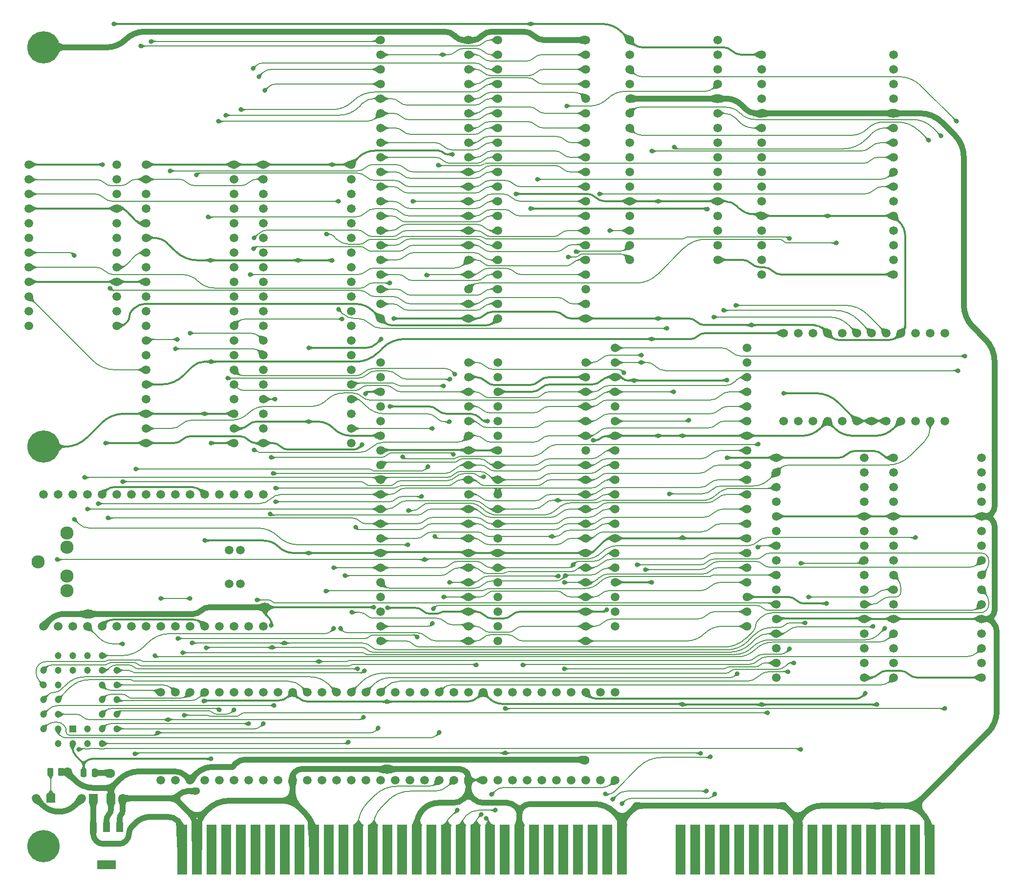
<source format=gtl>
%TF.GenerationSoftware,KiCad,Pcbnew,8.0.7*%
%TF.CreationDate,2025-01-02T22:13:15+02:00*%
%TF.ProjectId,Audio Board,41756469-6f20-4426-9f61-72642e6b6963,V0*%
%TF.SameCoordinates,Original*%
%TF.FileFunction,Copper,L1,Top*%
%TF.FilePolarity,Positive*%
%FSLAX46Y46*%
G04 Gerber Fmt 4.6, Leading zero omitted, Abs format (unit mm)*
G04 Created by KiCad (PCBNEW 8.0.7) date 2025-01-02 22:13:15*
%MOMM*%
%LPD*%
G01*
G04 APERTURE LIST*
G04 Aperture macros list*
%AMRoundRect*
0 Rectangle with rounded corners*
0 $1 Rounding radius*
0 $2 $3 $4 $5 $6 $7 $8 $9 X,Y pos of 4 corners*
0 Add a 4 corners polygon primitive as box body*
4,1,4,$2,$3,$4,$5,$6,$7,$8,$9,$2,$3,0*
0 Add four circle primitives for the rounded corners*
1,1,$1+$1,$2,$3*
1,1,$1+$1,$4,$5*
1,1,$1+$1,$6,$7*
1,1,$1+$1,$8,$9*
0 Add four rect primitives between the rounded corners*
20,1,$1+$1,$2,$3,$4,$5,0*
20,1,$1+$1,$4,$5,$6,$7,0*
20,1,$1+$1,$6,$7,$8,$9,0*
20,1,$1+$1,$8,$9,$2,$3,0*%
G04 Aperture macros list end*
%TA.AperFunction,ComponentPad*%
%ADD10C,1.500000*%
%TD*%
%TA.AperFunction,SMDPad,CuDef*%
%ADD11RoundRect,0.250000X-0.262500X-0.450000X0.262500X-0.450000X0.262500X0.450000X-0.262500X0.450000X0*%
%TD*%
%TA.AperFunction,SMDPad,CuDef*%
%ADD12R,1.200000X1.500000*%
%TD*%
%TA.AperFunction,SMDPad,CuDef*%
%ADD13R,3.300000X1.500000*%
%TD*%
%TA.AperFunction,ComponentPad*%
%ADD14R,1.500000X1.500000*%
%TD*%
%TA.AperFunction,ConnectorPad*%
%ADD15R,1.780000X8.620000*%
%TD*%
%TA.AperFunction,WasherPad*%
%ADD16C,2.300000*%
%TD*%
%TA.AperFunction,WasherPad*%
%ADD17C,1.500000*%
%TD*%
%TA.AperFunction,ComponentPad*%
%ADD18C,5.600000*%
%TD*%
%TA.AperFunction,ComponentPad*%
%ADD19R,1.200000X1.200000*%
%TD*%
%TA.AperFunction,ComponentPad*%
%ADD20C,1.200000*%
%TD*%
%TA.AperFunction,SMDPad,CuDef*%
%ADD21RoundRect,0.250000X0.250000X0.475000X-0.250000X0.475000X-0.250000X-0.475000X0.250000X-0.475000X0*%
%TD*%
%TA.AperFunction,ViaPad*%
%ADD22C,0.800000*%
%TD*%
%TA.AperFunction,ViaPad*%
%ADD23C,1.600000*%
%TD*%
%TA.AperFunction,ViaPad*%
%ADD24C,1.300000*%
%TD*%
%TA.AperFunction,Conductor*%
%ADD25C,0.380000*%
%TD*%
%TA.AperFunction,Conductor*%
%ADD26C,1.000000*%
%TD*%
%TA.AperFunction,Conductor*%
%ADD27C,0.200000*%
%TD*%
G04 APERTURE END LIST*
D10*
%TO.P,B13,1,5V*%
%TO.N,/5V*%
X152400000Y-24130000D03*
%TO.P,B13,2,N.C.*%
%TO.N,unconnected-(B13-N.C.-Pad2)*%
X152400000Y-26670000D03*
%TO.P,B13,3,N.C.*%
%TO.N,unconnected-(B13-N.C.-Pad3)*%
X152400000Y-29210000D03*
%TO.P,B13,4,N.C.*%
%TO.N,unconnected-(B13-N.C.-Pad4)*%
X152400000Y-31750000D03*
%TO.P,B13,5,GND*%
%TO.N,GND*%
X152400000Y-34290000D03*
%TO.P,B13,6,~{Reset}*%
%TO.N,/Enable*%
X152400000Y-36830000D03*
%TO.P,B13,7,Clk_Sel_{S1}*%
%TO.N,/Clock Select _{S1}*%
X152400000Y-39370000D03*
%TO.P,B13,8,Clk_Sel_{S0}*%
%TO.N,/Clock Select _{S0}*%
X152400000Y-41910000D03*
%TO.P,B13,9,N.C.*%
%TO.N,unconnected-(B13-N.C.-Pad9)*%
X152400000Y-44450000D03*
%TO.P,B13,10,N.C.*%
%TO.N,unconnected-(B13-N.C.-Pad10)*%
X152400000Y-46990000D03*
%TO.P,B13,11,N.C.*%
%TO.N,unconnected-(B13-N.C.-Pad11)*%
X152400000Y-49530000D03*
%TO.P,B13,12,GND*%
%TO.N,GND*%
X152400000Y-52070000D03*
%TO.P,B13,13,N.C.*%
%TO.N,unconnected-(B13-N.C.-Pad13)*%
X152400000Y-54610000D03*
%TO.P,B13,14,N.C.*%
%TO.N,unconnected-(B13-N.C.-Pad14)*%
X152400000Y-57150000D03*
%TO.P,B13,15,N.C.*%
%TO.N,unconnected-(B13-N.C.-Pad15)*%
X152400000Y-59690000D03*
%TO.P,B13,16,N.C.*%
%TO.N,unconnected-(B13-N.C.-Pad16)*%
X152400000Y-62230000D03*
%TO.P,B13,17,5V*%
%TO.N,/5V*%
X175260000Y-62230000D03*
%TO.P,B13,18,N.C.*%
%TO.N,unconnected-(B13-N.C.-Pad18)*%
X175260000Y-59690000D03*
%TO.P,B13,19,N.C.*%
%TO.N,unconnected-(B13-N.C.-Pad19)*%
X175260000Y-57150000D03*
%TO.P,B13,20,N.C.*%
%TO.N,unconnected-(B13-N.C.-Pad20)*%
X175260000Y-54610000D03*
%TO.P,B13,21,GND*%
%TO.N,GND*%
X175260000Y-52070000D03*
%TO.P,B13,22,~{WR}_{B}*%
%TO.N,/~{WR}_{B}*%
X175260000Y-49530000D03*
%TO.P,B13,23,~{WR}_{A}*%
%TO.N,/~{WR}_{A}*%
X175260000Y-46990000D03*
%TO.P,B13,24,A0*%
%TO.N,/MAX_{A0}*%
X175260000Y-44450000D03*
%TO.P,B13,25,~{WR}*%
%TO.N,/MAX_{~{WR}}*%
X175260000Y-41910000D03*
%TO.P,B13,26,~{CLK}*%
%TO.N,/~{CLK}*%
X175260000Y-39370000D03*
%TO.P,B13,27,CLK*%
%TO.N,/CLK*%
X175260000Y-36830000D03*
%TO.P,B13,28,GND*%
%TO.N,GND*%
X175260000Y-34290000D03*
%TO.P,B13,29,N.C.*%
%TO.N,unconnected-(B13-N.C.-Pad29)*%
X175260000Y-31750000D03*
%TO.P,B13,30,N.C.*%
%TO.N,unconnected-(B13-N.C.-Pad30)*%
X175260000Y-29210000D03*
%TO.P,B13,31,N.C.*%
%TO.N,unconnected-(B13-N.C.-Pad31)*%
X175260000Y-26670000D03*
%TO.P,B13,32,N.C.*%
%TO.N,unconnected-(B13-N.C.-Pad32)*%
X175260000Y-24130000D03*
%TD*%
D11*
%TO.P,R1,1*%
%TO.N,Net-(LED1-K)*%
X29163000Y-148463000D03*
%TO.P,R1,2*%
%TO.N,/5V*%
X30988000Y-148463000D03*
%TD*%
D12*
%TO.P,IC1,1,GND*%
%TO.N,GND*%
X41176000Y-158115000D03*
%TO.P,IC1,2,5.0VOut*%
%TO.N,/5V*%
X38876000Y-158115000D03*
%TO.P,IC1,3,15VIn*%
%TO.N,12V*%
X36576000Y-158115000D03*
D13*
%TO.P,IC1,4,N.C*%
%TO.N,unconnected-(IC1-N.C-Pad4)*%
X38876000Y-164515000D03*
%TD*%
D10*
%TO.P,B6,1,T~{OE}*%
%TO.N,/CPU B ~{OE}\u00B7~{WE}*%
X86360000Y-21590000D03*
%TO.P,B6,2,T~{DIR}*%
%TO.N,/~{WD}*%
X86360000Y-24130000D03*
%TO.P,B6,3,M~{OE}*%
%TO.N,/B ~{OE}*%
X86360000Y-26670000D03*
%TO.P,B6,4,M~{WE}*%
%TO.N,/B ~{WE}*%
X86360000Y-29210000D03*
%TO.P,B6,5,M14*%
%TO.N,/M14*%
X86360000Y-31750000D03*
%TO.P,B6,6,M13*%
%TO.N,/M13*%
X86360000Y-34290000D03*
%TO.P,B6,7,M12*%
%TO.N,/M12*%
X86360000Y-36830000D03*
%TO.P,B6,8,M11*%
%TO.N,/M11*%
X86360000Y-39370000D03*
%TO.P,B6,9,M10*%
%TO.N,/M10*%
X86360000Y-41910000D03*
%TO.P,B6,10,M9*%
%TO.N,/M9*%
X86360000Y-44450000D03*
%TO.P,B6,11,M8*%
%TO.N,/M8*%
X86360000Y-46990000D03*
%TO.P,B6,12,M7*%
%TO.N,/M7*%
X86360000Y-49530000D03*
%TO.P,B6,13,M6*%
%TO.N,/M6*%
X86360000Y-52070000D03*
%TO.P,B6,14,M5*%
%TO.N,/M5*%
X86360000Y-54610000D03*
%TO.P,B6,15,M4*%
%TO.N,/M4*%
X86360000Y-57150000D03*
%TO.P,B6,16,M3*%
%TO.N,/M3*%
X86360000Y-59690000D03*
%TO.P,B6,17,M2*%
%TO.N,/M2*%
X86360000Y-62230000D03*
%TO.P,B6,18,M1*%
%TO.N,/M1*%
X86360000Y-64770000D03*
%TO.P,B6,19,M0*%
%TO.N,/M0*%
X86360000Y-67310000D03*
%TO.P,B6,20,5V*%
%TO.N,/5V*%
X86360000Y-69850000D03*
%TO.P,B6,21,GND*%
%TO.N,GND*%
X101600000Y-69850000D03*
%TO.P,B6,22,LLE*%
%TO.N,/Sound Address*%
X101600000Y-67310000D03*
%TO.P,B6,23,L~{OE}*%
%TO.N,/~{WR}_{B}*%
X101600000Y-64770000D03*
%TO.P,B6,24,LQ0*%
%TO.N,/MAX0*%
X101600000Y-62230000D03*
%TO.P,B6,25,LQ1*%
%TO.N,/MAX1*%
X101600000Y-59690000D03*
%TO.P,B6,26,LQ2*%
%TO.N,/MAX2*%
X101600000Y-57150000D03*
%TO.P,B6,27,LQ3*%
%TO.N,/MAX3*%
X101600000Y-54610000D03*
%TO.P,B6,28,LQ4*%
%TO.N,/MAX4*%
X101600000Y-52070000D03*
%TO.P,B6,29,LQ5*%
%TO.N,/MAX5*%
X101600000Y-49530000D03*
%TO.P,B6,30,LQ6*%
%TO.N,/MAX6*%
X101600000Y-46990000D03*
%TO.P,B6,31,LQ7*%
%TO.N,/MAX7*%
X101600000Y-44450000D03*
%TO.P,B6,32,D0*%
%TO.N,/D0*%
X101600000Y-41910000D03*
%TO.P,B6,33,D1*%
%TO.N,/D1*%
X101600000Y-39370000D03*
%TO.P,B6,34,D2*%
%TO.N,/D2*%
X101600000Y-36830000D03*
%TO.P,B6,35,D3*%
%TO.N,/D3*%
X101600000Y-34290000D03*
%TO.P,B6,36,D4*%
%TO.N,/D4*%
X101600000Y-31750000D03*
%TO.P,B6,37,D5*%
%TO.N,/D5*%
X101600000Y-29210000D03*
%TO.P,B6,38,D6*%
%TO.N,/D6*%
X101600000Y-26670000D03*
%TO.P,B6,39,D7*%
%TO.N,/D7*%
X101600000Y-24130000D03*
%TO.P,B6,40,GND*%
%TO.N,GND*%
X101600000Y-21590000D03*
%TD*%
D14*
%TO.P,LED1,1,K*%
%TO.N,Net-(LED1-K)*%
X29215000Y-153035000D03*
D10*
%TO.P,LED1,2,A*%
%TO.N,GND*%
X26675000Y-153035000D03*
%TD*%
%TO.P,B16,1,A0_{IN}*%
%TO.N,A0_{D}*%
X48260000Y-149860000D03*
%TO.P,B16,2,A1_{IN}*%
%TO.N,A1_{D}*%
X50800000Y-149860000D03*
%TO.P,B16,3,5V*%
%TO.N,/5V*%
X53340000Y-149860000D03*
%TO.P,B16,4,A2_{IN}*%
%TO.N,A2_{D}*%
X55880000Y-149860000D03*
%TO.P,B16,5,A3_{IN}*%
%TO.N,A3_{D}*%
X58420000Y-149860000D03*
%TO.P,B16,6,A4_{IN}*%
%TO.N,A4_{D}*%
X60960000Y-149860000D03*
%TO.P,B16,7,A5_{IN}*%
%TO.N,A5_{D}*%
X63500000Y-149860000D03*
%TO.P,B16,8,A6_{IN}*%
%TO.N,A6_{D}*%
X66040000Y-149860000D03*
%TO.P,B16,9,A7_{IN}*%
%TO.N,A7_{D}*%
X68580000Y-149860000D03*
%TO.P,B16,10,GND*%
%TO.N,GND*%
X71120000Y-149860000D03*
%TO.P,B16,11,A8_{IN}*%
%TO.N,A8_{D}*%
X73660000Y-149860000D03*
%TO.P,B16,12,A9_{IN}*%
%TO.N,A9_{D}*%
X76200000Y-149860000D03*
%TO.P,B16,13,A10_{IN}*%
%TO.N,A10_{D}*%
X78740000Y-149860000D03*
%TO.P,B16,14,A11_{IN}*%
%TO.N,A11_{D}*%
X81280000Y-149860000D03*
%TO.P,B16,15,A12_{IN}*%
%TO.N,A12_{D}*%
X83820000Y-149860000D03*
%TO.P,B16,16,A13_{IN}*%
%TO.N,A13_{D}*%
X86360000Y-149860000D03*
%TO.P,B16,17,A14_{IN}*%
%TO.N,A14_{D}*%
X88900000Y-149860000D03*
%TO.P,B16,18,A15_{IN}*%
%TO.N,A15_{D}*%
X91440000Y-149860000D03*
%TO.P,B16,19,A16_{IN}*%
%TO.N,A16_{D}*%
X93980000Y-149860000D03*
%TO.P,B16,20,~{RD}_{IN}*%
%TO.N,~{RD}_{D}*%
X96520000Y-149860000D03*
%TO.P,B16,21,~{WD}_{IN}*%
%TO.N,~{WD}_{D}*%
X99060000Y-149860000D03*
%TO.P,B16,22,S_{IN}*%
%TO.N,GND*%
X101600000Y-149860000D03*
%TO.P,B16,23,GND*%
X104140000Y-149860000D03*
%TO.P,B16,24,D7_{IN/OUT}*%
%TO.N,D7_{D}*%
X106680000Y-149860000D03*
%TO.P,B16,25,D6_{IN/OUT}*%
%TO.N,D6_{D}*%
X109220000Y-149860000D03*
%TO.P,B16,26,D5_{IN/OUT}*%
%TO.N,D5_{D}*%
X111760000Y-149860000D03*
%TO.P,B16,27,D4_{IN/OUT}*%
%TO.N,D4_{D}*%
X114300000Y-149860000D03*
%TO.P,B16,28,D3_{IN/OUT}*%
%TO.N,D3_{D}*%
X116840000Y-149860000D03*
%TO.P,B16,29,D2_{IN/OUT}*%
%TO.N,D2_{D}*%
X119380000Y-149860000D03*
%TO.P,B16,30,D1_{IN/OUT}*%
%TO.N,D1_{D}*%
X121920000Y-149860000D03*
%TO.P,B16,31,D0_{IN/OUT}*%
%TO.N,D0_{D}*%
X124460000Y-149860000D03*
%TO.P,B16,32,Deivce_~{CS}_{IN}*%
%TO.N,~{Select}_{D}*%
X127000000Y-149860000D03*
%TO.P,B16,33,Deivce_~{CS}*%
%TO.N,/Device ~{CS}*%
X127000000Y-134620000D03*
%TO.P,B16,34,D0*%
%TO.N,/D0*%
X124460000Y-134620000D03*
%TO.P,B16,35,5V*%
%TO.N,/5V*%
X121920000Y-134620000D03*
%TO.P,B16,36,D1*%
%TO.N,/D1*%
X119380000Y-134620000D03*
%TO.P,B16,37,D2*%
%TO.N,/D2*%
X116840000Y-134620000D03*
%TO.P,B16,38,D3*%
%TO.N,/D3*%
X114300000Y-134620000D03*
%TO.P,B16,39,D4*%
%TO.N,/D4*%
X111760000Y-134620000D03*
%TO.P,B16,40,D5*%
%TO.N,/D5*%
X109220000Y-134620000D03*
%TO.P,B16,41,D6*%
%TO.N,/D6*%
X106680000Y-134620000D03*
%TO.P,B16,42,GND*%
%TO.N,GND*%
X104140000Y-134620000D03*
%TO.P,B16,43,D7*%
%TO.N,/D7*%
X101600000Y-134620000D03*
%TO.P,B16,44,S*%
%TO.N,unconnected-(B16-S-Pad44)*%
X99060000Y-134620000D03*
%TO.P,B16,45,~{WD}*%
%TO.N,/~{WD}*%
X96520000Y-134620000D03*
%TO.P,B16,46,~{RD}*%
%TO.N,/~{RD}*%
X93980000Y-134620000D03*
%TO.P,B16,47,A16*%
%TO.N,/A16*%
X91440000Y-134620000D03*
%TO.P,B16,48,A15*%
%TO.N,/A15*%
X88900000Y-134620000D03*
%TO.P,B16,49,A14*%
%TO.N,/A14*%
X86360000Y-134620000D03*
%TO.P,B16,50,A13*%
%TO.N,/A13*%
X83820000Y-134620000D03*
%TO.P,B16,51,A12*%
%TO.N,/A12*%
X81280000Y-134620000D03*
%TO.P,B16,52,A11*%
%TO.N,/A11*%
X78740000Y-134620000D03*
%TO.P,B16,53,A10*%
%TO.N,/A10*%
X76200000Y-134620000D03*
%TO.P,B16,54,A9*%
%TO.N,/A9*%
X73660000Y-134620000D03*
%TO.P,B16,55,GND*%
%TO.N,GND*%
X71120000Y-134620000D03*
%TO.P,B16,56,A8*%
%TO.N,/A8*%
X68580000Y-134620000D03*
%TO.P,B16,57,A7*%
%TO.N,/A7*%
X66040000Y-134620000D03*
%TO.P,B16,58,A6*%
%TO.N,/A6*%
X63500000Y-134620000D03*
%TO.P,B16,59,A5*%
%TO.N,/A5*%
X60960000Y-134620000D03*
%TO.P,B16,60,A4*%
%TO.N,/A4*%
X58420000Y-134620000D03*
%TO.P,B16,61,A3*%
%TO.N,/A3*%
X55880000Y-134620000D03*
%TO.P,B16,62,A2*%
%TO.N,/A2*%
X53340000Y-134620000D03*
%TO.P,B16,63,A1*%
%TO.N,/A1*%
X50800000Y-134620000D03*
%TO.P,B16,64,A0*%
%TO.N,/A0*%
X48260000Y-134620000D03*
%TD*%
D15*
%TO.P,J5,B1,B1*%
%TO.N,12V*%
X52019200Y-161925000D03*
%TO.P,J5,B2,B2*%
%TO.N,GND*%
X54559200Y-161925000D03*
%TO.P,J5,B3,B3*%
%TO.N,CLK_{M}*%
X57099200Y-161925000D03*
%TO.P,J5,B4,B4*%
%TO.N,unconnected-(J5-PadB4)*%
X59639200Y-161925000D03*
%TO.P,J5,B5,B5*%
%TO.N,unconnected-(J5-PadB5)*%
X62179200Y-161925000D03*
%TO.P,J5,B6,B6*%
%TO.N,unconnected-(J5-PadB6)*%
X64719200Y-161925000D03*
%TO.P,J5,B7,B7*%
%TO.N,unconnected-(J5-PadB7)*%
X67259200Y-161925000D03*
%TO.P,J5,B8,B8*%
%TO.N,unconnected-(J5-PadB8)*%
X69799200Y-161925000D03*
%TO.P,J5,B9,B9*%
%TO.N,~{Main}*%
X72339200Y-161925000D03*
%TO.P,J5,B10,B10*%
%TO.N,GND*%
X74879200Y-161925000D03*
%TO.P,J5,B11,B11*%
%TO.N,~{Main Access}*%
X77419200Y-161925000D03*
%TO.P,J5,B12,B12*%
%TO.N,unconnected-(J5-PadB12)*%
X79959200Y-161925000D03*
%TO.P,J5,B13,B13*%
%TO.N,~{RD}_{D}*%
X82499200Y-161925000D03*
%TO.P,J5,B14,B14*%
%TO.N,~{WD}_{D}*%
X85039200Y-161925000D03*
%TO.P,J5,B15,B15*%
%TO.N,CLK_{D}*%
X87579200Y-161925000D03*
%TO.P,J5,B16,B16*%
%TO.N,~{CLK}_{D}*%
X90119200Y-161925000D03*
%TO.P,J5,B17,B17*%
%TO.N,GND*%
X92659200Y-161925000D03*
%TO.P,J5,B18,B18*%
%TO.N,unconnected-(J5-PadB18)*%
X95199200Y-161925000D03*
%TO.P,J5,B19,B19*%
%TO.N,~{Interrupt}_{D}*%
X97739200Y-161925000D03*
%TO.P,J5,B20,B20*%
%TO.N,~{Reset}_{D}*%
X100279200Y-161925000D03*
%TO.P,J5,B21,B21*%
%TO.N,~{Select}_{D}*%
X102819200Y-161925000D03*
%TO.P,J5,B22,B22*%
%TO.N,~{Enable}_{D}*%
X105359200Y-161925000D03*
%TO.P,J5,B23,B23*%
%TO.N,unconnected-(J5-PadB23)*%
X107899200Y-161925000D03*
%TO.P,J5,B24,B24*%
%TO.N,GND*%
X110439200Y-161925000D03*
%TO.P,J5,B25,B25*%
%TO.N,unconnected-(J5-PadB25)*%
X112979200Y-161925000D03*
%TO.P,J5,B26,B26*%
%TO.N,unconnected-(J5-PadB26)*%
X115519200Y-161925000D03*
%TO.P,J5,B27,B27*%
%TO.N,unconnected-(J5-PadB27)*%
X118059200Y-161925000D03*
%TO.P,J5,B28,B28*%
%TO.N,unconnected-(J5-PadB28)*%
X120599200Y-161925000D03*
%TO.P,J5,B29,B29*%
%TO.N,~{Memory_A}*%
X123139200Y-161925000D03*
%TO.P,J5,B30,B30*%
%TO.N,~{Memory_B}*%
X125679200Y-161925000D03*
%TO.P,J5,B31,B31*%
%TO.N,GND*%
X128219200Y-161925000D03*
%TO.P,J5,D1,D1*%
%TO.N,unconnected-(J5-PadD1)*%
X138379200Y-161925000D03*
%TO.P,J5,D2,D2*%
%TO.N,unconnected-(J5-PadD2)*%
X140919200Y-161925000D03*
%TO.P,J5,D3,D3*%
%TO.N,unconnected-(J5-PadD3)*%
X143459200Y-161925000D03*
%TO.P,J5,D4,D4*%
%TO.N,unconnected-(J5-PadD4)*%
X145999200Y-161925000D03*
%TO.P,J5,D5,D5*%
%TO.N,unconnected-(J5-PadD5)*%
X148539200Y-161925000D03*
%TO.P,J5,D6,D6*%
%TO.N,unconnected-(J5-PadD6)*%
X151079200Y-161925000D03*
%TO.P,J5,D7,D7*%
%TO.N,unconnected-(J5-PadD7)*%
X153619200Y-161925000D03*
%TO.P,J5,D8,D8*%
%TO.N,unconnected-(J5-PadD8)*%
X156159200Y-161925000D03*
%TO.P,J5,D9,D9*%
%TO.N,GND*%
X158699200Y-161925000D03*
%TO.P,J5,D10,D10*%
%TO.N,unconnected-(J5-PadD10)*%
X161239200Y-161925000D03*
%TO.P,J5,D11,D11*%
%TO.N,unconnected-(J5-PadD11)*%
X163779200Y-161925000D03*
%TO.P,J5,D12,D12*%
%TO.N,unconnected-(J5-PadD12)*%
X166319200Y-161925000D03*
%TO.P,J5,D13,D13*%
%TO.N,unconnected-(J5-PadD13)*%
X168859200Y-161925000D03*
%TO.P,J5,D14,D14*%
%TO.N,unconnected-(J5-PadD14)*%
X171399200Y-161925000D03*
%TO.P,J5,D15,D15*%
%TO.N,unconnected-(J5-PadD15)*%
X173939200Y-161925000D03*
%TO.P,J5,D16,D16*%
%TO.N,unconnected-(J5-PadD16)*%
X176479200Y-161925000D03*
%TO.P,J5,D17,D17*%
%TO.N,unconnected-(J5-PadD17)*%
X179019200Y-161925000D03*
%TO.P,J5,D18,D18*%
%TO.N,GND*%
X181559200Y-161925000D03*
%TD*%
D10*
%TO.P,B2,1,~{PH=QH}*%
%TO.N,unconnected-(B2-~{PH=QH}-Pad1)*%
X106680000Y-77470000D03*
%TO.P,B2,2,~{PL=QL}*%
%TO.N,unconnected-(B2-~{PL=QL}-Pad2)*%
X106680000Y-80010000D03*
%TO.P,B2,3,5V*%
%TO.N,/5V*%
X106680000Y-82549999D03*
%TO.P,B2,4,N.C.*%
%TO.N,unconnected-(B2-N.C.-Pad4)*%
X106680000Y-85090000D03*
%TO.P,B2,5,N.C.*%
%TO.N,unconnected-(B2-N.C.-Pad5)*%
X106680000Y-87630000D03*
%TO.P,B2,6,~{OE}*%
%TO.N,GND*%
X106680000Y-90170000D03*
%TO.P,B2,7,GND*%
X106680000Y-92710000D03*
%TO.P,B2,8,D7*%
%TO.N,/D7*%
X106680000Y-95250001D03*
%TO.P,B2,9,D6*%
%TO.N,/D6*%
X106680000Y-97790000D03*
%TO.P,B2,10,D5*%
%TO.N,/D5*%
X106680000Y-100330000D03*
%TO.P,B2,11,D4*%
%TO.N,/D4*%
X106680000Y-102870000D03*
%TO.P,B2,12,D3*%
%TO.N,/D3*%
X106680000Y-105409999D03*
%TO.P,B2,13,D2*%
%TO.N,/D2*%
X106680000Y-107950000D03*
%TO.P,B2,14,GND*%
%TO.N,GND*%
X106680000Y-110490000D03*
%TO.P,B2,15,D1*%
%TO.N,/D1*%
X106680000Y-113030000D03*
%TO.P,B2,16,D0*%
%TO.N,/D0*%
X106680000Y-115569999D03*
%TO.P,B2,17,N.C.*%
%TO.N,unconnected-(B2-N.C.-Pad17)*%
X106680000Y-118110001D03*
%TO.P,B2,18,N.C.*%
%TO.N,unconnected-(B2-N.C.-Pad18)*%
X106680000Y-120650000D03*
%TO.P,B2,19,Write_A_High*%
%TO.N,/Write Interrupt Address High*%
X106680000Y-123190000D03*
%TO.P,B2,20,Write_A_Low*%
%TO.N,/Write Interrupt Address Low*%
X106680000Y-125730000D03*
%TO.P,B2,21,C0*%
%TO.N,/C0*%
X121920000Y-125730000D03*
%TO.P,B2,22,C1*%
%TO.N,/C1*%
X121920000Y-123190000D03*
%TO.P,B2,23,5V*%
%TO.N,/5V*%
X121920000Y-120650000D03*
%TO.P,B2,24,C2*%
%TO.N,/C2*%
X121920000Y-118110000D03*
%TO.P,B2,25,C3*%
%TO.N,/C3*%
X121920000Y-115570000D03*
%TO.P,B2,26,C4*%
%TO.N,/C4*%
X121920000Y-113030000D03*
%TO.P,B2,27,GND*%
%TO.N,GND*%
X121920000Y-110490000D03*
%TO.P,B2,28,C5*%
%TO.N,/C5*%
X121920000Y-107950000D03*
%TO.P,B2,29,C6*%
%TO.N,/C6*%
X121920000Y-105410000D03*
%TO.P,B2,30,C7*%
%TO.N,/C7*%
X121920000Y-102870000D03*
%TO.P,B2,31,C8*%
%TO.N,/C8*%
X121920000Y-100330000D03*
%TO.P,B2,32,C9*%
%TO.N,/C9*%
X121920000Y-97790000D03*
%TO.P,B2,33,C10*%
%TO.N,/C10*%
X121920000Y-95250000D03*
%TO.P,B2,34,GND*%
%TO.N,GND*%
X121920000Y-92710000D03*
%TO.P,B2,35,C11*%
%TO.N,/C11*%
X121920000Y-90170000D03*
%TO.P,B2,36,C12*%
%TO.N,/C12*%
X121920000Y-87630000D03*
%TO.P,B2,37,C13*%
%TO.N,/C13*%
X121920000Y-85090000D03*
%TO.P,B2,38,C14*%
%TO.N,/C14*%
X121920000Y-82550000D03*
%TO.P,B2,39,C15*%
%TO.N,GND*%
X121920000Y-80010000D03*
%TO.P,B2,40,~{C=A}*%
%TO.N,/~{Interrupt} _{CMP}*%
X121920000Y-77470000D03*
%TD*%
%TO.P,B17,1,5V*%
%TO.N,/5V*%
X156210000Y-87630000D03*
%TO.P,B17,2,~{Device_RAM}*%
%TO.N,/~{Device RAM}*%
X158750000Y-87630000D03*
%TO.P,B17,3,~{Device_Registers}*%
%TO.N,/~{Device Registers}*%
X161289999Y-87630000D03*
%TO.P,B17,4,GND*%
%TO.N,GND*%
X163830000Y-87630000D03*
%TO.P,B17,5,~{Device_ROM}*%
%TO.N,/~{Device ROM}*%
X166370000Y-87630000D03*
%TO.P,B17,6,H2_{REG}*%
%TO.N,/3.3V*%
X168910000Y-87630000D03*
%TO.P,B17,7,H1_{REG}*%
X171450000Y-87630000D03*
%TO.P,B17,8,H0_{REG}*%
X173990001Y-87630000D03*
%TO.P,B17,9,GND*%
%TO.N,GND*%
X176530000Y-87630000D03*
%TO.P,B17,10,~{RD}*%
%TO.N,/~{RD}*%
X179070000Y-87630000D03*
%TO.P,B17,11,~{Device_Select}*%
%TO.N,/Device ~{CS}*%
X181610000Y-87630000D03*
%TO.P,B17,12,~{WD}*%
%TO.N,/~{WD}*%
X184149999Y-87630000D03*
%TO.P,B17,13,5V*%
%TO.N,/5V*%
X184150000Y-72390000D03*
%TO.P,B17,14,N.C.*%
%TO.N,unconnected-(B17-N.C.-Pad14)*%
X181610000Y-72390000D03*
%TO.P,B17,15,N.C.*%
%TO.N,unconnected-(B17-N.C.-Pad15)*%
X179070000Y-72390000D03*
%TO.P,B17,16,GND*%
%TO.N,GND*%
X176530000Y-72390000D03*
%TO.P,B17,17,H0_{OUT}*%
%TO.N,H0_{D}*%
X173990000Y-72390000D03*
%TO.P,B17,18,H1_{OUT}*%
%TO.N,H1_{D}*%
X171450000Y-72390000D03*
%TO.P,B17,19,H2_{OUT}*%
%TO.N,H2_{D}*%
X168910000Y-72390000D03*
%TO.P,B17,20,N.C.*%
%TO.N,unconnected-(B17-N.C.-Pad20)*%
X166370000Y-72390000D03*
%TO.P,B17,21,GND*%
%TO.N,GND*%
X163830000Y-72390000D03*
%TO.P,B17,22,N.C.*%
%TO.N,unconnected-(B17-N.C.-Pad22)*%
X161290000Y-72390000D03*
%TO.P,B17,23,N.C.*%
%TO.N,unconnected-(B17-N.C.-Pad23)*%
X158750000Y-72390000D03*
%TO.P,B17,24,3.3V*%
%TO.N,/3.3V*%
X156210000Y-72390000D03*
%TD*%
D16*
%TO.P,B9,*%
%TO.N,*%
X32059000Y-117014000D03*
D17*
X60103000Y-115824000D03*
X62103000Y-115824000D03*
D16*
X32059000Y-114514000D03*
X27059000Y-112014000D03*
D17*
X60103000Y-109982000D03*
X62103000Y-109982000D03*
D16*
X32059000Y-109514000D03*
X32059000Y-107014000D03*
D10*
%TO.P,B9,1,5V*%
%TO.N,/5V*%
X27940000Y-123190000D03*
%TO.P,B9,2,N.C.*%
%TO.N,unconnected-(B9-N.C.-Pad2)*%
X30480000Y-123190000D03*
%TO.P,B9,3,N.C.*%
%TO.N,unconnected-(B9-N.C.-Pad3)*%
X33020000Y-123190000D03*
%TO.P,B9,4,~{Enable}*%
%TO.N,~{Enable}_{D}*%
X35560000Y-123190000D03*
%TO.P,B9,5,GND*%
%TO.N,GND*%
X38100000Y-123190000D03*
%TO.P,B9,6,A0*%
%TO.N,/MAX_{A0}*%
X40640000Y-123190000D03*
%TO.P,B9,7,~{WR}*%
%TO.N,/MAX_{~{WR}}*%
X43180000Y-123190000D03*
%TO.P,B9,8,D7*%
%TO.N,/MAX7*%
X45720000Y-123190000D03*
%TO.P,B9,9,D6*%
%TO.N,/MAX6*%
X48260000Y-123190000D03*
%TO.P,B9,10,D5*%
%TO.N,/MAX5*%
X50800000Y-123190000D03*
%TO.P,B9,11,D4*%
%TO.N,/MAX4*%
X53340000Y-123190000D03*
%TO.P,B9,12,GND*%
%TO.N,GND*%
X55880000Y-123190000D03*
%TO.P,B9,13,D3*%
%TO.N,/MAX3*%
X58420000Y-123190000D03*
%TO.P,B9,14,D2*%
%TO.N,/MAX2*%
X60960000Y-123190000D03*
%TO.P,B9,15,D1*%
%TO.N,/MAX1*%
X63500000Y-123190000D03*
%TO.P,B9,16,D0*%
%TO.N,/MAX0*%
X66040000Y-123190000D03*
%TO.P,B9,17,5V*%
%TO.N,/5V*%
X66040000Y-100330000D03*
%TO.P,B9,18,N.C.*%
%TO.N,unconnected-(B9-N.C.-Pad18)*%
X63500000Y-100330000D03*
%TO.P,B9,19,N.C.*%
%TO.N,unconnected-(B9-N.C.-Pad19)*%
X60960000Y-100330000D03*
%TO.P,B9,20,N.C.*%
%TO.N,unconnected-(B9-N.C.-Pad20)*%
X58420000Y-100330000D03*
%TO.P,B9,21,GND*%
%TO.N,GND*%
X55880000Y-100330000D03*
%TO.P,B9,22,N.C.*%
%TO.N,unconnected-(B9-N.C.-Pad22)*%
X53340000Y-100330000D03*
%TO.P,B9,23,N.C.*%
%TO.N,unconnected-(B9-N.C.-Pad23)*%
X50800000Y-100330000D03*
%TO.P,B9,24,N.C.*%
%TO.N,unconnected-(B9-N.C.-Pad24)*%
X48260000Y-100330000D03*
%TO.P,B9,25,N.C.*%
%TO.N,unconnected-(B9-N.C.-Pad25)*%
X45720000Y-100330000D03*
%TO.P,B9,26,N.C.*%
%TO.N,unconnected-(B9-N.C.-Pad26)*%
X43180000Y-100330000D03*
%TO.P,B9,27,N.C.*%
%TO.N,unconnected-(B9-N.C.-Pad27)*%
X40640000Y-100330000D03*
%TO.P,B9,28,GND*%
%TO.N,GND*%
X38100000Y-100330000D03*
%TO.P,B9,29,N.C.*%
%TO.N,unconnected-(B9-N.C.-Pad29)*%
X35560000Y-100330000D03*
%TO.P,B9,30,N.C.*%
%TO.N,unconnected-(B9-N.C.-Pad30)*%
X33020000Y-100330000D03*
%TO.P,B9,31,N.C.*%
%TO.N,unconnected-(B9-N.C.-Pad31)*%
X30480000Y-100330000D03*
%TO.P,B9,32,N.C.*%
%TO.N,unconnected-(B9-N.C.-Pad32)*%
X27940000Y-100330000D03*
%TD*%
%TO.P,B8,1,5V*%
%TO.N,/5V*%
X129540000Y-21590000D03*
%TO.P,B8,2,Interrupt_CLK*%
%TO.N,/~{CLK}*%
X129540000Y-24130000D03*
%TO.P,B8,3,Write_Clear_Interrupt*%
%TO.N,/Write Clear Interrupt*%
X129540000Y-26670000D03*
%TO.P,B8,4,~{Set_Interrupt_on_CLK}*%
%TO.N,/~{Interrupt} _{CMP}*%
X129540000Y-29210000D03*
%TO.P,B8,5,GND*%
%TO.N,GND*%
X129540000Y-31750000D03*
%TO.P,B8,6,Read_Flags*%
%TO.N,/Read Flags*%
X129540000Y-34290000D03*
%TO.P,B8,7,Write_Flags*%
%TO.N,/Write Flags*%
X129540000Y-36830000D03*
%TO.P,B8,8,D7*%
%TO.N,/D7*%
X129540000Y-39370000D03*
%TO.P,B8,9,D6*%
%TO.N,/D6*%
X129540000Y-41910000D03*
%TO.P,B8,10,D5*%
%TO.N,/D5*%
X129540000Y-44450000D03*
%TO.P,B8,11,D4*%
%TO.N,/D4*%
X129540000Y-46990000D03*
%TO.P,B8,12,GND*%
%TO.N,GND*%
X129540000Y-49530000D03*
%TO.P,B8,13,D3*%
%TO.N,/D3*%
X129540000Y-52070000D03*
%TO.P,B8,14,D2*%
%TO.N,/D2*%
X129540000Y-54610000D03*
%TO.P,B8,15,D1*%
%TO.N,/D1*%
X129540000Y-57150000D03*
%TO.P,B8,16,D0*%
%TO.N,/D0*%
X129540000Y-59690000D03*
%TO.P,B8,17,5V*%
%TO.N,/5V*%
X144780000Y-59690000D03*
%TO.P,B8,18,F0*%
%TO.N,/Clock Select _{S0}*%
X144780000Y-57150000D03*
%TO.P,B8,19,F1*%
%TO.N,/Clock Select _{S1}*%
X144780000Y-54610000D03*
%TO.P,B8,20,F2*%
%TO.N,unconnected-(B8-F2-Pad20)*%
X144780000Y-52070000D03*
%TO.P,B8,21,GND*%
%TO.N,GND*%
X144780000Y-49530000D03*
%TO.P,B8,22,F3*%
%TO.N,unconnected-(B8-F3-Pad22)*%
X144780000Y-46990000D03*
%TO.P,B8,23,F4*%
%TO.N,unconnected-(B8-F4-Pad23)*%
X144780000Y-44450000D03*
%TO.P,B8,24,F5*%
%TO.N,unconnected-(B8-F5-Pad24)*%
X144780000Y-41910000D03*
%TO.P,B8,25,N.C.*%
%TO.N,unconnected-(B8-N.C.-Pad25)*%
X144780000Y-39370000D03*
%TO.P,B8,26,~{Enable}*%
%TO.N,~{Enable}_{D}*%
X144780000Y-36830000D03*
%TO.P,B8,27,Enable*%
%TO.N,/Enable*%
X144780000Y-34290000D03*
%TO.P,B8,28,GND*%
%TO.N,GND*%
X144780000Y-31750000D03*
%TO.P,B8,29,~{INT}*%
%TO.N,~{Interrupt}_{D}*%
X144780000Y-29210000D03*
%TO.P,B8,30,INT*%
%TO.N,unconnected-(B8-INT-Pad30)*%
X144780000Y-26670000D03*
%TO.P,B8,31,N.C.*%
%TO.N,unconnected-(B8-N.C.-Pad31)*%
X144780000Y-24130000D03*
%TO.P,B8,32,N.C.*%
%TO.N,unconnected-(B8-N.C.-Pad32)*%
X144780000Y-21590000D03*
%TD*%
D18*
%TO.P,H9,1,GND*%
%TO.N,GND*%
X27940000Y-161290000D03*
%TD*%
D10*
%TO.P,B1,1,Read_Count_High*%
%TO.N,/Read Counter Address High*%
X127000000Y-74930000D03*
%TO.P,B1,2,Read_Count_Low*%
%TO.N,/Read Counter Address Low*%
X127000000Y-77470000D03*
%TO.P,B1,3,5V*%
%TO.N,/5V*%
X127000000Y-80010000D03*
%TO.P,B1,4,CLK*%
%TO.N,/CLK*%
X127000000Y-82550000D03*
%TO.P,B1,5,~{Load_Count_Start}*%
%TO.N,/~{End} _{CMP}*%
X127000000Y-85090000D03*
%TO.P,B1,6,~{Reset}*%
%TO.N,/Enable*%
X127000000Y-87630000D03*
%TO.P,B1,7,GND*%
%TO.N,GND*%
X127000000Y-90170000D03*
%TO.P,B1,8,D7*%
%TO.N,/D7*%
X127000000Y-92710000D03*
%TO.P,B1,9,D6*%
%TO.N,/D6*%
X127000000Y-95250000D03*
%TO.P,B1,10,D5*%
%TO.N,/D5*%
X127000000Y-97790000D03*
%TO.P,B1,11,D4*%
%TO.N,/D4*%
X127000000Y-100330000D03*
%TO.P,B1,12,D3*%
%TO.N,/D3*%
X127000000Y-102870000D03*
%TO.P,B1,13,D2*%
%TO.N,/D2*%
X127000000Y-105410000D03*
%TO.P,B1,14,GND*%
%TO.N,GND*%
X127000000Y-107950000D03*
%TO.P,B1,15,D1*%
%TO.N,/D1*%
X127000000Y-110490000D03*
%TO.P,B1,16,D0*%
%TO.N,/D0*%
X127000000Y-113030000D03*
%TO.P,B1,17,Count_Enable*%
%TO.N,/3.3V*%
X127000000Y-115570000D03*
%TO.P,B1,18,Latch_Count*%
%TO.N,/Read Counter Address Low*%
X127000000Y-118110000D03*
%TO.P,B1,19,Write_Start_High*%
%TO.N,/Write Start Address High*%
X127000000Y-120650000D03*
%TO.P,B1,20,Write_Start_Low*%
%TO.N,/Write Start Address Low*%
X127000000Y-123190000D03*
%TO.P,B1,21,C0*%
%TO.N,/C0*%
X149860000Y-123190000D03*
%TO.P,B1,22,C1*%
%TO.N,/C1*%
X149860000Y-120650000D03*
%TO.P,B1,23,5V*%
%TO.N,/5V*%
X149860000Y-118110000D03*
%TO.P,B1,24,C2*%
%TO.N,/C2*%
X149860000Y-115570000D03*
%TO.P,B1,25,C3*%
%TO.N,/C3*%
X149860000Y-113030000D03*
%TO.P,B1,26,C4*%
%TO.N,/C4*%
X149860000Y-110490000D03*
%TO.P,B1,27,GND*%
%TO.N,GND*%
X149860000Y-107950000D03*
%TO.P,B1,28,C5*%
%TO.N,/C5*%
X149860000Y-105410000D03*
%TO.P,B1,29,C6*%
%TO.N,/C6*%
X149860000Y-102870000D03*
%TO.P,B1,30,C7*%
%TO.N,/C7*%
X149860000Y-100330000D03*
%TO.P,B1,31,C8*%
%TO.N,/C8*%
X149860000Y-97790000D03*
%TO.P,B1,32,C9*%
%TO.N,/C9*%
X149860000Y-95250000D03*
%TO.P,B1,33,C10*%
%TO.N,/C10*%
X149860000Y-92710000D03*
%TO.P,B1,34,GND*%
%TO.N,GND*%
X149860000Y-90170000D03*
%TO.P,B1,35,C11*%
%TO.N,/C11*%
X149860000Y-87630000D03*
%TO.P,B1,36,C12*%
%TO.N,/C12*%
X149860000Y-85090000D03*
%TO.P,B1,37,C13*%
%TO.N,/C13*%
X149860000Y-82550000D03*
%TO.P,B1,38,C14*%
%TO.N,/C14*%
X149860000Y-80010000D03*
%TO.P,B1,39,C15*%
%TO.N,unconnected-(B1-C15-Pad39)*%
X149860000Y-77470000D03*
%TO.P,B1,40,TC_{12..15}*%
%TO.N,unconnected-(B1-TC_{12..15}-Pad40)*%
X149860000Y-74930000D03*
%TD*%
%TO.P,B3,1,~{E}*%
%TO.N,GND*%
X66040000Y-43180000D03*
%TO.P,B3,2,S*%
%TO.N,/~{Device RAM}*%
X66040000Y-45720000D03*
%TO.P,B3,3,A11*%
%TO.N,/A11*%
X66040000Y-48259999D03*
%TO.P,B3,4,A10*%
%TO.N,/A10*%
X66040000Y-50800000D03*
%TO.P,B3,5,A9*%
%TO.N,/A9*%
X66040000Y-53340000D03*
%TO.P,B3,6,A8*%
%TO.N,/A8*%
X66040000Y-55880000D03*
%TO.P,B3,7,A7*%
%TO.N,/A7*%
X66040000Y-58420000D03*
%TO.P,B3,8,A6*%
%TO.N,/A6*%
X66040000Y-60960001D03*
%TO.P,B3,9,A5*%
%TO.N,/A5*%
X66040000Y-63500000D03*
%TO.P,B3,10,A4*%
%TO.N,/A4*%
X66040000Y-66040000D03*
%TO.P,B3,11,A3*%
%TO.N,/A3*%
X66040000Y-68580000D03*
%TO.P,B3,12,A2*%
%TO.N,/A2*%
X66040000Y-71119999D03*
%TO.P,B3,13,A1*%
%TO.N,/A1*%
X66040000Y-73660000D03*
%TO.P,B3,14,A0*%
%TO.N,/A0*%
X66040000Y-76200000D03*
%TO.P,B3,15,B11*%
%TO.N,/C11*%
X66040000Y-78740000D03*
%TO.P,B3,16,B10*%
%TO.N,/C10*%
X66040000Y-81279999D03*
%TO.P,B3,17,B9*%
%TO.N,/C9*%
X66040000Y-83820001D03*
%TO.P,B3,18,B8*%
%TO.N,/C8*%
X66040000Y-86360000D03*
%TO.P,B3,19,B7*%
%TO.N,/C7*%
X66040000Y-88900000D03*
%TO.P,B3,20,5V*%
%TO.N,/5V*%
X66040000Y-91440000D03*
%TO.P,B3,21,B6*%
%TO.N,/C6*%
X81280000Y-91440000D03*
%TO.P,B3,22,B5*%
%TO.N,/C5*%
X81280000Y-88900000D03*
%TO.P,B3,23,B4*%
%TO.N,/C4*%
X81280000Y-86360000D03*
%TO.P,B3,24,B3*%
%TO.N,/C3*%
X81280000Y-83820000D03*
%TO.P,B3,25,B2*%
%TO.N,/C2*%
X81280000Y-81280000D03*
%TO.P,B3,26,B1*%
%TO.N,/C1*%
X81280000Y-78740000D03*
%TO.P,B3,27,B0*%
%TO.N,/C0*%
X81280000Y-76200000D03*
%TO.P,B3,28,Q0*%
%TO.N,/M0*%
X81280000Y-73660000D03*
%TO.P,B3,29,Q1*%
%TO.N,/M1*%
X81280000Y-71120000D03*
%TO.P,B3,30,Q2*%
%TO.N,/M2*%
X81280000Y-68580000D03*
%TO.P,B3,31,Q3*%
%TO.N,/M3*%
X81280000Y-66040000D03*
%TO.P,B3,32,Q4*%
%TO.N,/M4*%
X81280000Y-63500000D03*
%TO.P,B3,33,Q5*%
%TO.N,/M5*%
X81280000Y-60960000D03*
%TO.P,B3,34,Q6*%
%TO.N,/M6*%
X81280000Y-58420000D03*
%TO.P,B3,35,Q7*%
%TO.N,/M7*%
X81280000Y-55880000D03*
%TO.P,B3,36,Q8*%
%TO.N,/M8*%
X81280000Y-53340000D03*
%TO.P,B3,37,Q9*%
%TO.N,/M9*%
X81280000Y-50800000D03*
%TO.P,B3,38,Q10*%
%TO.N,/M10*%
X81280000Y-48260000D03*
%TO.P,B3,39,Q11*%
%TO.N,/M11*%
X81280000Y-45720000D03*
%TO.P,B3,40,GND*%
%TO.N,GND*%
X81280000Y-43180000D03*
%TD*%
%TO.P,B15,1,5V*%
%TO.N,/5V*%
X175260000Y-93980000D03*
%TO.P,B15,2,Y7_{R}*%
%TO.N,unconnected-(B15-Y7_{R}-Pad2)*%
X175260000Y-96520000D03*
%TO.P,B15,3,Y6_{R}*%
%TO.N,unconnected-(B15-Y6_{R}-Pad3)*%
X175260000Y-99060000D03*
%TO.P,B15,4,~{Device_Registers}*%
%TO.N,/~{Device Registers}*%
X175260000Y-101600000D03*
%TO.P,B15,5,GND*%
%TO.N,GND*%
X175260000Y-104140000D03*
%TO.P,B15,6,Y5_{R}*%
%TO.N,unconnected-(B15-Y5_{R}-Pad6)*%
X175260000Y-106680000D03*
%TO.P,B15,7,Y4_{R}*%
%TO.N,unconnected-(B15-Y4_{R}-Pad7)*%
X175260000Y-109220000D03*
%TO.P,B15,8,~{E2}*%
%TO.N,/A3*%
X175260000Y-111760000D03*
%TO.P,B15,9,E3*%
%TO.N,/~{A4}*%
X175260000Y-114300000D03*
%TO.P,B15,10,A2*%
%TO.N,/A2*%
X175260000Y-116840000D03*
%TO.P,B15,11,A1*%
%TO.N,/A1*%
X175260000Y-119380000D03*
%TO.P,B15,12,GND*%
%TO.N,GND*%
X175260000Y-121920000D03*
%TO.P,B15,13,A0*%
%TO.N,/A0*%
X175260000Y-124460000D03*
%TO.P,B15,14,N.C.*%
%TO.N,unconnected-(B15-N.C.-Pad14)*%
X175260000Y-127000000D03*
%TO.P,B15,15,~{RD}*%
%TO.N,/~{RD}*%
X175260000Y-129540000D03*
%TO.P,B15,16,~{WD}*%
%TO.N,/~{WD}*%
X175260000Y-132080000D03*
%TO.P,B15,17,5V*%
%TO.N,/5V*%
X190500000Y-132080000D03*
%TO.P,B15,18,N.C.*%
%TO.N,unconnected-(B15-N.C.-Pad18)*%
X190500000Y-129540000D03*
%TO.P,B15,19,Y7_{W}*%
%TO.N,/Write Interrupt Address High*%
X190500000Y-127000000D03*
%TO.P,B15,20,Y6_{W}*%
%TO.N,/Write Interrupt Address Low*%
X190500000Y-124460000D03*
%TO.P,B15,21,GND*%
%TO.N,GND*%
X190500000Y-121920000D03*
%TO.P,B15,22,Y5_{W}*%
%TO.N,/Write End Address High*%
X190500000Y-119380000D03*
%TO.P,B15,23,Y4_{W}*%
%TO.N,/Write End Address Low*%
X190500000Y-116840000D03*
%TO.P,B15,24,Y3_{W}*%
%TO.N,/Write Start Address High*%
X190500000Y-114300000D03*
%TO.P,B15,25,Y2_{W}*%
%TO.N,/Write Start Address Low*%
X190500000Y-111760000D03*
%TO.P,B15,26,Y1_{W}*%
%TO.N,/Write Clear Interrupt*%
X190500000Y-109220000D03*
%TO.P,B15,27,Y0_{W}*%
%TO.N,/Write Flags*%
X190500000Y-106680000D03*
%TO.P,B15,28,GND*%
%TO.N,GND*%
X190500000Y-104140000D03*
%TO.P,B15,29,Y3_{R}*%
%TO.N,/Read Counter Address High*%
X190500000Y-101600000D03*
%TO.P,B15,30,Y2_{R}*%
%TO.N,/Read Counter Address Low*%
X190500000Y-99060000D03*
%TO.P,B15,31,Y1_{R}*%
%TO.N,unconnected-(B15-Y1_{R}-Pad31)*%
X190500000Y-96520000D03*
%TO.P,B15,32,Y0_{R}*%
%TO.N,/Read Flags*%
X190500000Y-93980000D03*
%TD*%
%TO.P,B12,1,5V*%
%TO.N,/5V*%
X25400000Y-43180000D03*
%TO.P,B12,2,Device_~{RAM}*%
%TO.N,/~{Device RAM}*%
X25400000Y-45720000D03*
%TO.P,B12,3,~{Device_Select}*%
%TO.N,/Device ~{CS}*%
X25400000Y-48260000D03*
%TO.P,B12,4,GND*%
%TO.N,GND*%
X25400000Y-50800000D03*
%TO.P,B12,5,~{RD}*%
%TO.N,/~{RD}*%
X25400000Y-53340000D03*
%TO.P,B12,6,~{WD}*%
%TO.N,/~{WD}*%
X25400000Y-55880000D03*
%TO.P,B12,7,A16*%
%TO.N,/A16*%
X25400000Y-58420000D03*
%TO.P,B12,8,A15*%
%TO.N,/A15*%
X25400000Y-60960000D03*
%TO.P,B12,9,GND*%
%TO.N,GND*%
X25400000Y-63500000D03*
%TO.P,B12,10,~{CLK}*%
%TO.N,/CLK*%
X25400000Y-66040000D03*
%TO.P,B12,11,N.C.*%
%TO.N,unconnected-(B12-N.C.-Pad11)*%
X25400000Y-68580000D03*
%TO.P,B12,12,N.C.*%
%TO.N,unconnected-(B12-N.C.-Pad12)*%
X25400000Y-71120000D03*
%TO.P,B12,13,5V*%
%TO.N,/5V*%
X40640000Y-71120000D03*
%TO.P,B12,14,N.C.*%
%TO.N,unconnected-(B12-N.C.-Pad14)*%
X40640000Y-68580000D03*
%TO.P,B12,15,CPU_B_~{WE}*%
%TO.N,/CPU B ~{WE}*%
X40640000Y-66040000D03*
%TO.P,B12,16,GND*%
%TO.N,GND*%
X40640000Y-63500000D03*
%TO.P,B12,17,CPU_B_~{OE}*%
%TO.N,/CPU B ~{OE}*%
X40640000Y-60960000D03*
%TO.P,B12,18,CPU_B_~{OE}\u00B7~{WE}*%
%TO.N,/CPU B ~{OE}\u00B7~{WE}*%
X40640000Y-58420000D03*
%TO.P,B12,19,CPU_A_~{WE}*%
%TO.N,/CPU A ~{WE}*%
X40640000Y-55880000D03*
%TO.P,B12,20,CPU_A_~{OE}*%
%TO.N,/CPU A ~{OE}*%
X40640000Y-53340000D03*
%TO.P,B12,21,GND*%
%TO.N,GND*%
X40640000Y-50800000D03*
%TO.P,B12,22,CPU_A_~{OE}\u00B7~{WE}*%
%TO.N,/CPU A ~{OE}\u00B7~{WE}*%
X40640000Y-48260000D03*
%TO.P,B12,23,Sound_Address*%
%TO.N,/Sound Address*%
X40640000Y-45720000D03*
%TO.P,B12,24,N.C.*%
%TO.N,unconnected-(B12-N.C.-Pad24)*%
X40640000Y-43180000D03*
%TD*%
%TO.P,B7,1,~{PH=QH}*%
%TO.N,unconnected-(B7-~{PH=QH}-Pad1)*%
X86360000Y-77470000D03*
%TO.P,B7,2,~{PL=QL}*%
%TO.N,unconnected-(B7-~{PL=QL}-Pad2)*%
X86360000Y-80010000D03*
%TO.P,B7,3,5V*%
%TO.N,/5V*%
X86360000Y-82549999D03*
%TO.P,B7,4,N.C.*%
%TO.N,unconnected-(B7-N.C.-Pad4)*%
X86360000Y-85090000D03*
%TO.P,B7,5,N.C.*%
%TO.N,unconnected-(B7-N.C.-Pad5)*%
X86360000Y-87630000D03*
%TO.P,B7,6,~{OE}*%
%TO.N,GND*%
X86360000Y-90170000D03*
%TO.P,B7,7,GND*%
X86360000Y-92710000D03*
%TO.P,B7,8,D7*%
%TO.N,/D7*%
X86360000Y-95250001D03*
%TO.P,B7,9,D6*%
%TO.N,/D6*%
X86360000Y-97790000D03*
%TO.P,B7,10,D5*%
%TO.N,/D5*%
X86360000Y-100330000D03*
%TO.P,B7,11,D4*%
%TO.N,/D4*%
X86360000Y-102870000D03*
%TO.P,B7,12,D3*%
%TO.N,/D3*%
X86360000Y-105409999D03*
%TO.P,B7,13,D2*%
%TO.N,/D2*%
X86360000Y-107950000D03*
%TO.P,B7,14,GND*%
%TO.N,GND*%
X86360000Y-110490000D03*
%TO.P,B7,15,D1*%
%TO.N,/D1*%
X86360000Y-113030000D03*
%TO.P,B7,16,D0*%
%TO.N,/D0*%
X86360000Y-115569999D03*
%TO.P,B7,17,N.C.*%
%TO.N,unconnected-(B7-N.C.-Pad17)*%
X86360000Y-118110001D03*
%TO.P,B7,18,N.C.*%
%TO.N,unconnected-(B7-N.C.-Pad18)*%
X86360000Y-120650000D03*
%TO.P,B7,19,Write_A_High*%
%TO.N,/Write End Address High*%
X86360000Y-123190000D03*
%TO.P,B7,20,Write_A_Low*%
%TO.N,/Write End Address Low*%
X86360000Y-125730000D03*
%TO.P,B7,21,C0*%
%TO.N,/C0*%
X101600000Y-125730000D03*
%TO.P,B7,22,C1*%
%TO.N,/C1*%
X101600000Y-123190000D03*
%TO.P,B7,23,5V*%
%TO.N,/5V*%
X101600000Y-120650000D03*
%TO.P,B7,24,C2*%
%TO.N,/C2*%
X101600000Y-118110000D03*
%TO.P,B7,25,C3*%
%TO.N,/C3*%
X101600000Y-115570000D03*
%TO.P,B7,26,C4*%
%TO.N,/C4*%
X101600000Y-113030000D03*
%TO.P,B7,27,GND*%
%TO.N,GND*%
X101600000Y-110490000D03*
%TO.P,B7,28,C5*%
%TO.N,/C5*%
X101600000Y-107950000D03*
%TO.P,B7,29,C6*%
%TO.N,/C6*%
X101600000Y-105410000D03*
%TO.P,B7,30,C7*%
%TO.N,/C7*%
X101600000Y-102870000D03*
%TO.P,B7,31,C8*%
%TO.N,/C8*%
X101600000Y-100330000D03*
%TO.P,B7,32,C9*%
%TO.N,/C9*%
X101600000Y-97790000D03*
%TO.P,B7,33,C10*%
%TO.N,/C10*%
X101600000Y-95250000D03*
%TO.P,B7,34,GND*%
%TO.N,GND*%
X101600000Y-92710000D03*
%TO.P,B7,35,C11*%
%TO.N,/C11*%
X101600000Y-90170000D03*
%TO.P,B7,36,C12*%
%TO.N,/C12*%
X101600000Y-87630000D03*
%TO.P,B7,37,C13*%
%TO.N,/C13*%
X101600000Y-85090000D03*
%TO.P,B7,38,C14*%
%TO.N,/C14*%
X101600000Y-82550000D03*
%TO.P,B7,39,C15*%
%TO.N,GND*%
X101600000Y-80010000D03*
%TO.P,B7,40,~{C=A}*%
%TO.N,/~{End} _{CMP}*%
X101600000Y-77470000D03*
%TD*%
%TO.P,B11,1,5V*%
%TO.N,/5V*%
X154940000Y-93980000D03*
%TO.P,B11,2,~{Device_Select}*%
%TO.N,/Device ~{CS}*%
X154940000Y-96520000D03*
%TO.P,B11,3,A16*%
%TO.N,/A16*%
X154940000Y-99060000D03*
%TO.P,B11,4,A15*%
%TO.N,/A15*%
X154940000Y-101600000D03*
%TO.P,B11,5,GND*%
%TO.N,GND*%
X154940000Y-104140000D03*
%TO.P,B11,6,A14*%
%TO.N,/A14*%
X154940000Y-106680000D03*
%TO.P,B11,7,A13*%
%TO.N,/A13*%
X154940000Y-109220000D03*
%TO.P,B11,8,A12*%
%TO.N,/A12*%
X154940000Y-111760000D03*
%TO.P,B11,9,A11*%
%TO.N,/A11*%
X154940000Y-114300000D03*
%TO.P,B11,10,A10*%
%TO.N,/A10*%
X154940000Y-116840000D03*
%TO.P,B11,11,A4*%
%TO.N,/A4*%
X154940000Y-119380000D03*
%TO.P,B11,12,GND*%
%TO.N,GND*%
X154940000Y-121920000D03*
%TO.P,B11,13,A3*%
%TO.N,/A3*%
X154940000Y-124460000D03*
%TO.P,B11,14,~{Reset}_{IN2}*%
%TO.N,~{Reset}_{System}*%
X154940000Y-127000000D03*
%TO.P,B11,15,~{Reset}_{IN1}*%
%TO.N,~{Reset}_{D}*%
X154940000Y-129540000D03*
%TO.P,B11,16,N.C.*%
%TO.N,unconnected-(B11-N.C.-Pad16)*%
X154940000Y-132080000D03*
%TO.P,B11,17,5V*%
%TO.N,/5V*%
X170180000Y-132080000D03*
%TO.P,B11,18,Reset_{OUT}*%
%TO.N,unconnected-(B11-Reset_{OUT}-Pad18)*%
X170180000Y-129540000D03*
%TO.P,B11,19,~{Reset}_{OUT}*%
%TO.N,unconnected-(B11-~{Reset}_{OUT}-Pad19)*%
X170180000Y-127000000D03*
%TO.P,B11,20,~{A3}*%
%TO.N,unconnected-(B11-~{A3}-Pad20)*%
X170180000Y-124460000D03*
%TO.P,B11,21,GND*%
%TO.N,GND*%
X170180000Y-121920000D03*
%TO.P,B11,22,~{A4}*%
%TO.N,/~{A4}*%
X170180000Y-119380000D03*
%TO.P,B11,23,~{Device_RAM}*%
%TO.N,/~{Device RAM}*%
X170180000Y-116840000D03*
%TO.P,B11,24,~{Device_Registers}*%
%TO.N,/~{Device Registers}*%
X170180000Y-114300000D03*
%TO.P,B11,25,~{Device_ROM}*%
%TO.N,/~{Device ROM}*%
X170180000Y-111760000D03*
%TO.P,B11,26,N.C.*%
%TO.N,unconnected-(B11-N.C.-Pad26)*%
X170180000Y-109220000D03*
%TO.P,B11,27,N.C.*%
%TO.N,unconnected-(B11-N.C.-Pad27)*%
X170180000Y-106680000D03*
%TO.P,B11,28,GND*%
%TO.N,GND*%
X170180000Y-104140000D03*
%TO.P,B11,29,N.C.*%
%TO.N,unconnected-(B11-N.C.-Pad29)*%
X170180000Y-101600000D03*
%TO.P,B11,30,N.C.*%
%TO.N,unconnected-(B11-N.C.-Pad30)*%
X170180000Y-99060000D03*
%TO.P,B11,31,N.C.*%
%TO.N,unconnected-(B11-N.C.-Pad31)*%
X170180000Y-96520000D03*
%TO.P,B11,32,N.C.*%
%TO.N,unconnected-(B11-N.C.-Pad32)*%
X170180000Y-93980000D03*
%TD*%
%TO.P,B4,1,T~{OE}*%
%TO.N,/CPU A ~{OE}\u00B7~{WE}*%
X106680000Y-21590000D03*
%TO.P,B4,2,T~{DIR}*%
%TO.N,/~{WD}*%
X106680000Y-24130000D03*
%TO.P,B4,3,M~{OE}*%
%TO.N,/A ~{OE}*%
X106680000Y-26669999D03*
%TO.P,B4,4,M~{WE}*%
%TO.N,/A ~{WE}*%
X106680000Y-29210000D03*
%TO.P,B4,5,M14*%
%TO.N,/M14*%
X106680000Y-31750000D03*
%TO.P,B4,6,M13*%
%TO.N,/M13*%
X106680000Y-34290000D03*
%TO.P,B4,7,M12*%
%TO.N,/M12*%
X106680000Y-36830000D03*
%TO.P,B4,8,M11*%
%TO.N,/M11*%
X106680000Y-39370001D03*
%TO.P,B4,9,M10*%
%TO.N,/M10*%
X106680000Y-41910000D03*
%TO.P,B4,10,M9*%
%TO.N,/M9*%
X106680000Y-44450000D03*
%TO.P,B4,11,M8*%
%TO.N,/M8*%
X106680000Y-46990000D03*
%TO.P,B4,12,M7*%
%TO.N,/M7*%
X106680000Y-49529999D03*
%TO.P,B4,13,M6*%
%TO.N,/M6*%
X106680000Y-52070000D03*
%TO.P,B4,14,M5*%
%TO.N,/M5*%
X106680000Y-54610000D03*
%TO.P,B4,15,M4*%
%TO.N,/M4*%
X106680000Y-57150000D03*
%TO.P,B4,16,M3*%
%TO.N,/M3*%
X106680000Y-59689999D03*
%TO.P,B4,17,M2*%
%TO.N,/M2*%
X106680000Y-62230001D03*
%TO.P,B4,18,M1*%
%TO.N,/M1*%
X106680000Y-64770000D03*
%TO.P,B4,19,M0*%
%TO.N,/M0*%
X106680000Y-67310000D03*
%TO.P,B4,20,5V*%
%TO.N,/5V*%
X106680000Y-69850000D03*
%TO.P,B4,21,GND*%
%TO.N,GND*%
X121920000Y-69850000D03*
%TO.P,B4,22,LLE*%
%TO.N,/Sound Address*%
X121920000Y-67310000D03*
%TO.P,B4,23,L~{OE}*%
%TO.N,/~{WR}_{A}*%
X121920000Y-64770000D03*
%TO.P,B4,24,LQ0*%
%TO.N,/MAX0*%
X121920000Y-62230000D03*
%TO.P,B4,25,LQ1*%
%TO.N,/MAX1*%
X121920000Y-59690000D03*
%TO.P,B4,26,LQ2*%
%TO.N,/MAX2*%
X121920000Y-57150000D03*
%TO.P,B4,27,LQ3*%
%TO.N,/MAX3*%
X121920000Y-54610000D03*
%TO.P,B4,28,LQ4*%
%TO.N,/MAX4*%
X121920000Y-52070000D03*
%TO.P,B4,29,LQ5*%
%TO.N,/MAX5*%
X121920000Y-49530000D03*
%TO.P,B4,30,LQ6*%
%TO.N,/MAX6*%
X121920000Y-46990000D03*
%TO.P,B4,31,LQ7*%
%TO.N,/MAX7*%
X121920000Y-44450000D03*
%TO.P,B4,32,D0*%
%TO.N,/D0*%
X121920000Y-41910000D03*
%TO.P,B4,33,D1*%
%TO.N,/D1*%
X121920000Y-39370000D03*
%TO.P,B4,34,D2*%
%TO.N,/D2*%
X121920000Y-36830000D03*
%TO.P,B4,35,D3*%
%TO.N,/D3*%
X121920000Y-34290000D03*
%TO.P,B4,36,D4*%
%TO.N,/D4*%
X121920000Y-31750000D03*
%TO.P,B4,37,D5*%
%TO.N,/D5*%
X121920000Y-29210000D03*
%TO.P,B4,38,D6*%
%TO.N,/D6*%
X121920000Y-26670000D03*
%TO.P,B4,39,D7*%
%TO.N,/D7*%
X121920000Y-24130000D03*
%TO.P,B4,40,GND*%
%TO.N,GND*%
X121920000Y-21590000D03*
%TD*%
D19*
%TO.P,IC2,1,N.C.*%
%TO.N,unconnected-(IC2-N.C.-Pad1)*%
X33020000Y-140970000D03*
D20*
%TO.P,IC2,2,A16*%
%TO.N,GND*%
X35560000Y-143510000D03*
%TO.P,IC2,3,A15*%
X35560000Y-140970000D03*
%TO.P,IC2,4,A12*%
%TO.N,/A12*%
X38100000Y-143510000D03*
%TO.P,IC2,5,A7*%
%TO.N,/A7*%
X40640000Y-140970000D03*
%TO.P,IC2,6,A6*%
%TO.N,/A6*%
X38100000Y-140970000D03*
%TO.P,IC2,7,A5*%
%TO.N,/A5*%
X40640000Y-138430000D03*
%TO.P,IC2,8,A4*%
%TO.N,/A4*%
X38100000Y-138430000D03*
%TO.P,IC2,9,A3*%
%TO.N,/A3*%
X40640000Y-135890000D03*
%TO.P,IC2,10,A2*%
%TO.N,/A2*%
X38100000Y-135890000D03*
%TO.P,IC2,11,A1*%
%TO.N,/A1*%
X40640000Y-133350000D03*
%TO.P,IC2,12,A0*%
%TO.N,/A0*%
X38100000Y-133350000D03*
%TO.P,IC2,13,DQ0*%
%TO.N,/D0*%
X40640000Y-130810000D03*
%TO.P,IC2,14,DQ1*%
%TO.N,/D1*%
X38100000Y-128270000D03*
%TO.P,IC2,15,DQ2*%
%TO.N,/D2*%
X38100000Y-130810000D03*
%TO.P,IC2,16,GND*%
%TO.N,GND*%
X35560000Y-128270000D03*
%TO.P,IC2,17,DQ3*%
%TO.N,/D3*%
X35560000Y-130810000D03*
%TO.P,IC2,18,DQ4*%
%TO.N,/D4*%
X33020000Y-128270000D03*
%TO.P,IC2,19,DQ5*%
%TO.N,/D5*%
X33020000Y-130810000D03*
%TO.P,IC2,20,DQ6*%
%TO.N,/D6*%
X30480000Y-128270000D03*
%TO.P,IC2,21,DQ7*%
%TO.N,/D7*%
X27940000Y-130810000D03*
%TO.P,IC2,22,~{CE}*%
%TO.N,/~{Device ROM}*%
X30480000Y-130810000D03*
%TO.P,IC2,23,A10*%
%TO.N,/A10*%
X27940000Y-133350000D03*
%TO.P,IC2,24,~{OE}*%
%TO.N,/~{RD}*%
X30480000Y-133350000D03*
%TO.P,IC2,25,A11*%
%TO.N,/A11*%
X27940000Y-135890000D03*
%TO.P,IC2,26,A9*%
%TO.N,/A9*%
X30480000Y-135890000D03*
%TO.P,IC2,27,A8*%
%TO.N,/A8*%
X27940000Y-138430000D03*
%TO.P,IC2,28,A13*%
%TO.N,/A13*%
X30480000Y-138430000D03*
%TO.P,IC2,29,A14*%
%TO.N,/A14*%
X27940000Y-140970000D03*
%TO.P,IC2,30,N.C.*%
%TO.N,unconnected-(IC2-N.C.-Pad30)*%
X30480000Y-143510000D03*
%TO.P,IC2,31,~{WE}*%
%TO.N,/~{WD}*%
X30480000Y-140970000D03*
%TO.P,IC2,32,3V*%
%TO.N,/3.3V*%
X33020000Y-143510000D03*
%TD*%
D14*
%TO.P,C1,1*%
%TO.N,12V*%
X36576000Y-153035000D03*
D10*
%TO.P,C1,2*%
%TO.N,GND*%
X34576000Y-153035000D03*
%TD*%
D18*
%TO.P,H1,1,GND*%
%TO.N,GND*%
X27940000Y-92075000D03*
%TD*%
D14*
%TO.P,C2,1*%
%TO.N,/5V*%
X39667400Y-153035000D03*
D10*
%TO.P,C2,2*%
%TO.N,GND*%
X41667400Y-153035000D03*
%TD*%
%TO.P,B5,1,~{E}*%
%TO.N,GND*%
X45720000Y-43180000D03*
%TO.P,B5,2,S*%
%TO.N,/~{Device RAM}*%
X45720000Y-45720000D03*
%TO.P,B5,3,A11*%
%TO.N,/CPU A ~{OE}*%
X45720000Y-48259999D03*
%TO.P,B5,4,A10*%
%TO.N,/CPU A ~{WE}*%
X45720000Y-50800000D03*
%TO.P,B5,5,A9*%
%TO.N,GND*%
X45720000Y-53340000D03*
%TO.P,B5,6,A8*%
X45720000Y-55880000D03*
%TO.P,B5,7,A7*%
%TO.N,/CPU B ~{OE}*%
X45720000Y-58420000D03*
%TO.P,B5,8,A6*%
%TO.N,/CPU B ~{WE}*%
X45720000Y-60960001D03*
%TO.P,B5,9,A5*%
%TO.N,GND*%
X45720000Y-63500000D03*
%TO.P,B5,10,A4*%
X45720000Y-66040000D03*
%TO.P,B5,11,A3*%
X45720000Y-68580000D03*
%TO.P,B5,12,A2*%
%TO.N,/A14*%
X45720000Y-71119999D03*
%TO.P,B5,13,A1*%
%TO.N,/A13*%
X45720000Y-73660000D03*
%TO.P,B5,14,A0*%
%TO.N,/A12*%
X45720000Y-76200000D03*
%TO.P,B5,15,B11*%
%TO.N,/CLK*%
X45720000Y-78740000D03*
%TO.P,B5,16,B10*%
%TO.N,/3.3V*%
X45720000Y-81279999D03*
%TO.P,B5,17,B9*%
%TO.N,GND*%
X45720000Y-83820001D03*
%TO.P,B5,18,B8*%
X45720000Y-86360000D03*
%TO.P,B5,19,B7*%
%TO.N,/CLK*%
X45720000Y-88900000D03*
%TO.P,B5,20,5V*%
%TO.N,/5V*%
X45720000Y-91440000D03*
%TO.P,B5,21,B6*%
%TO.N,/3.3V*%
X60960000Y-91440000D03*
%TO.P,B5,22,B5*%
%TO.N,GND*%
X60960000Y-88900000D03*
%TO.P,B5,23,B4*%
X60960000Y-86360000D03*
%TO.P,B5,24,B3*%
X60960000Y-83820000D03*
%TO.P,B5,25,B2*%
%TO.N,/C14*%
X60960000Y-81280000D03*
%TO.P,B5,26,B1*%
%TO.N,/C13*%
X60960000Y-78740000D03*
%TO.P,B5,27,B0*%
%TO.N,/C12*%
X60960000Y-76200000D03*
%TO.P,B5,28,Q0*%
%TO.N,unconnected-(B5-Q0-Pad28)*%
X60960000Y-73660000D03*
%TO.P,B5,29,Q1*%
%TO.N,/M12*%
X60960000Y-71120000D03*
%TO.P,B5,30,Q2*%
%TO.N,/M13*%
X60960000Y-68580000D03*
%TO.P,B5,31,Q3*%
%TO.N,/M14*%
X60960000Y-66040000D03*
%TO.P,B5,32,Q4*%
%TO.N,unconnected-(B5-Q4-Pad32)*%
X60960000Y-63500000D03*
%TO.P,B5,33,Q5*%
%TO.N,unconnected-(B5-Q5-Pad33)*%
X60960000Y-60960000D03*
%TO.P,B5,34,Q6*%
%TO.N,/B ~{WE}*%
X60960000Y-58420000D03*
%TO.P,B5,35,Q7*%
%TO.N,/B ~{OE}*%
X60960000Y-55880000D03*
%TO.P,B5,36,Q8*%
%TO.N,unconnected-(B5-Q8-Pad36)*%
X60960000Y-53340000D03*
%TO.P,B5,37,Q9*%
%TO.N,unconnected-(B5-Q9-Pad37)*%
X60960000Y-50800000D03*
%TO.P,B5,38,Q10*%
%TO.N,/A ~{WE}*%
X60960000Y-48260000D03*
%TO.P,B5,39,Q11*%
%TO.N,/A ~{OE}*%
X60960000Y-45720000D03*
%TO.P,B5,40,GND*%
%TO.N,GND*%
X60960000Y-43180000D03*
%TD*%
D18*
%TO.P,H19,1,GND*%
%TO.N,GND*%
X27940000Y-22860000D03*
%TD*%
D21*
%TO.P,C3,1*%
%TO.N,GND*%
X36830000Y-148590000D03*
%TO.P,C3,2*%
%TO.N,/3.3V*%
X34930000Y-148590000D03*
%TD*%
D22*
%TO.N,/Read Counter Address High*%
X187598400Y-76364900D03*
%TO.N,/Read Counter Address Low*%
X186442100Y-78881500D03*
X131572000Y-77459007D03*
%TO.N,/5V*%
X67437000Y-123063000D03*
X60706000Y-147574000D03*
X146431000Y-80518000D03*
X40132000Y-18796000D03*
X104901988Y-87629994D03*
X112395004Y-50800000D03*
X125603000Y-120340100D03*
X88011000Y-85090000D03*
X163703000Y-119253000D03*
X112395000Y-18796000D03*
X83185000Y-91694000D03*
X38192200Y-43180000D03*
X146431000Y-93980000D03*
D23*
X121763000Y-146395026D03*
D22*
X130302000Y-80569800D03*
X143002000Y-50927000D03*
X87540114Y-119994381D03*
D23*
X35687000Y-121058700D03*
D22*
X83715331Y-82908669D03*
D23*
X66421000Y-119888012D03*
D22*
X85217000Y-119888000D03*
X170370500Y-134810500D03*
D23*
X32131000Y-148463004D03*
D22*
X38735000Y-91440000D03*
%TO.N,/CLK*%
X137287000Y-40132000D03*
X137148000Y-82550000D03*
%TO.N,/~{End} _{CMP}*%
X128575177Y-79289705D03*
%TO.N,/Enable*%
X139827000Y-87503000D03*
%TO.N,GND*%
X73914000Y-74930000D03*
X55880000Y-108331000D03*
X73914000Y-87713200D03*
X172430900Y-136712700D03*
X138683998Y-136712700D03*
X150622000Y-70993000D03*
X134493004Y-90170000D03*
X73914000Y-110490000D03*
D23*
X87500000Y-147955000D03*
X39545300Y-148717000D03*
D22*
X72072498Y-59753500D03*
X163830000Y-52069984D03*
X98806000Y-41402000D03*
D24*
X172430900Y-154305000D03*
D22*
X88646000Y-69850000D03*
X86487000Y-73406000D03*
D24*
X156210000Y-154305000D03*
D22*
X77978000Y-43180000D03*
X123202000Y-90932000D03*
X134493000Y-49530000D03*
X134493000Y-31750000D03*
X77978000Y-59817000D03*
X55880000Y-86360000D03*
X118618000Y-154002000D03*
X55753000Y-136144000D03*
X56896000Y-59753500D03*
X134492993Y-69850007D03*
D24*
X54483000Y-151764994D03*
D22*
X87500000Y-136271000D03*
X138684000Y-90170000D03*
X109855000Y-48260000D03*
D24*
X130708404Y-154305000D03*
D22*
X152400000Y-136712700D03*
X138684000Y-107823000D03*
%TO.N,/D7*%
X102976200Y-129909000D03*
%TO.N,/D6*%
X35052000Y-97410200D03*
%TO.N,/D5*%
X37470100Y-101925000D03*
%TO.N,/D4*%
X35560000Y-102870000D03*
X117094000Y-101346000D03*
%TO.N,/D3*%
X39168300Y-104443400D03*
%TO.N,/D2*%
X126111000Y-54609994D03*
X116078000Y-107615500D03*
X82423000Y-130532000D03*
%TO.N,/D1*%
X120269000Y-58293000D03*
X78232000Y-123571000D03*
X78232000Y-113030000D03*
X119760997Y-112522000D03*
%TO.N,/D0*%
X118872000Y-59182000D03*
X83566000Y-130937000D03*
X118364000Y-114427000D03*
%TO.N,/3.3V*%
X57023000Y-77341700D03*
X57023000Y-91440000D03*
X57041000Y-146177000D03*
X133350000Y-73406000D03*
X133350000Y-115570000D03*
X156210000Y-82804000D03*
%TO.N,/Write Start Address High*%
X130839200Y-112522000D03*
%TO.N,/Write Start Address Low*%
X132275700Y-113370001D03*
%TO.N,/C0*%
X79404500Y-123571000D03*
%TO.N,/C1*%
X81407000Y-120777000D03*
%TO.N,/C2*%
X97282000Y-81534000D03*
X97270000Y-118085457D03*
%TO.N,/C3*%
X117220992Y-114501997D03*
X118214669Y-115592331D03*
X98298000Y-115570000D03*
X98298000Y-87757006D03*
%TO.N,/C4*%
X80164300Y-114427500D03*
%TO.N,/C5*%
X95358000Y-88900000D03*
X95770000Y-107589685D03*
%TO.N,/C6*%
X82042000Y-106045000D03*
%TO.N,/C7*%
X67226000Y-103733200D03*
%TO.N,/C8*%
X99014800Y-93418400D03*
X67400800Y-93918700D03*
%TO.N,/C9*%
X68072000Y-83820000D03*
X68207700Y-99243400D03*
%TO.N,/C10*%
X67785000Y-96703400D03*
%TO.N,/C11*%
X64464827Y-92658827D03*
%TO.N,/C12*%
X98425000Y-80391000D03*
X59881100Y-80193400D03*
%TO.N,/C13*%
X99252000Y-79502000D03*
%TO.N,/Write Interrupt Address High*%
X110998000Y-129909000D03*
%TO.N,/Write Interrupt Address Low*%
X107996100Y-137462700D03*
X184174000Y-137462700D03*
%TO.N,/~{Interrupt} _{CMP}*%
X131572002Y-76200000D03*
%TO.N,/~{Device RAM}*%
X76962000Y-55245000D03*
X157226000Y-56007000D03*
%TO.N,/A11*%
X76883900Y-117094000D03*
%TO.N,/A10*%
X157214000Y-127127004D03*
X75691990Y-129286000D03*
%TO.N,/A8*%
X67945000Y-136906002D03*
%TO.N,/A7*%
X66039995Y-140081010D03*
%TO.N,/A6*%
X63500006Y-140068300D03*
%TO.N,/A5*%
X60960000Y-137668000D03*
%TO.N,/A4*%
X58420000Y-137656000D03*
X64979500Y-118618000D03*
%TO.N,/A3*%
X56134000Y-126894875D03*
X171751300Y-123190000D03*
X67564000Y-126854000D03*
%TO.N,/A2*%
X53701635Y-126041316D03*
X160528000Y-118110000D03*
X159995100Y-122600000D03*
X69714700Y-126104000D03*
%TO.N,/A1*%
X53340000Y-72390000D03*
X52069998Y-127762000D03*
X173736000Y-123571000D03*
%TO.N,/A0*%
X50782700Y-75088700D03*
X47244000Y-128270000D03*
%TO.N,/CPU A ~{OE}\u00B7~{WE}*%
X44830994Y-22641700D03*
%TO.N,/~{WD}*%
X96520000Y-141605000D03*
X97155000Y-24130000D03*
%TO.N,/A ~{OE}*%
X64262000Y-26543000D03*
%TO.N,/A ~{WE}*%
X62141400Y-33655000D03*
%TO.N,/M14*%
X59501343Y-34616037D03*
%TO.N,/M13*%
X58293000Y-35687000D03*
%TO.N,/M12*%
X79710869Y-69935631D03*
%TO.N,/Sound Address*%
X39497000Y-64643000D03*
%TO.N,/~{WR}_{A}*%
X124332996Y-48260000D03*
%TO.N,/MAX0*%
X68197300Y-101600000D03*
X93472000Y-100716609D03*
X94361000Y-62357000D03*
%TO.N,/MAX1*%
X63774500Y-62230000D03*
%TO.N,/MAX2*%
X64388998Y-57785000D03*
%TO.N,/MAX3*%
X64433999Y-55925001D03*
%TO.N,/MAX4*%
X56515000Y-52288300D03*
%TO.N,/MAX5*%
X91948000Y-49530000D03*
X51238688Y-125291316D03*
X92747700Y-125030000D03*
%TO.N,/MAX6*%
X48260000Y-118364000D03*
X54421600Y-44985400D03*
X53340000Y-118364002D03*
%TO.N,/MAX7*%
X49907100Y-44263000D03*
%TO.N,/A14*%
X85979000Y-140843000D03*
X156972000Y-131064000D03*
X47747600Y-141637100D03*
%TO.N,/A13*%
X51181000Y-73469200D03*
X49530000Y-139365300D03*
X151771749Y-109511913D03*
X148174000Y-131372200D03*
X83439000Y-138938000D03*
%TO.N,/A12*%
X80772000Y-143263000D03*
X157988000Y-129540000D03*
%TO.N,/B ~{WE}*%
X66294000Y-30353000D03*
%TO.N,/B ~{OE}*%
X65278000Y-27940000D03*
%TO.N,/CPU B ~{OE}\u00B7~{WE}*%
X46609000Y-21814900D03*
%TO.N,/~{WR}_{B}*%
X165354000Y-56769000D03*
%TO.N,/Write End Address High*%
X95377000Y-122682000D03*
X95504000Y-120142000D03*
%TO.N,/~{CLK}*%
X133390600Y-40839700D03*
%TO.N,/Write Clear Interrupt*%
X186182000Y-35687000D03*
%TO.N,/Read Flags*%
X183515002Y-38227000D03*
%TO.N,/Write Flags*%
X181355996Y-38989000D03*
%TO.N,/MAX_{A0}*%
X41705900Y-98116500D03*
X113538000Y-45720000D03*
X104267000Y-97282000D03*
%TO.N,/MAX_{~{WR}}*%
X43945100Y-95925400D03*
X94608000Y-95524247D03*
X96405000Y-43307663D03*
%TO.N,/Device ~{CS}*%
X79094800Y-68258900D03*
X136017000Y-71550000D03*
X136398000Y-100215000D03*
X79094800Y-49530000D03*
%TO.N,/A16*%
X33274000Y-58928000D03*
X91154400Y-109060200D03*
X91186000Y-103124000D03*
X33320000Y-104648000D03*
%TO.N,/~{RD}*%
X179070000Y-107823000D03*
X93980000Y-111632996D03*
X30353000Y-111633000D03*
%TO.N,/A15*%
X90202000Y-93820100D03*
X151796800Y-91647900D03*
X88013300Y-63702700D03*
%TO.N,/~{Device ROM}*%
X159205700Y-144500100D03*
X159205700Y-112256700D03*
X34082800Y-144500100D03*
%TO.N,~{Enable}_{D}*%
X104649600Y-156464000D03*
X43784900Y-145276000D03*
X107949992Y-145154000D03*
X141858994Y-145212500D03*
X41656000Y-126238000D03*
%TO.N,~{Interrupt}_{D}*%
X118617996Y-33020000D03*
X99695000Y-155066998D03*
%TO.N,~{Reset}_{System}*%
X153416000Y-138176000D03*
X52324000Y-138569000D03*
%TO.N,~{Reset}_{D}*%
X106299000Y-155067000D03*
X118187400Y-130556000D03*
%TO.N,~{Select}_{D}*%
X103842273Y-155792637D03*
X105638231Y-152343431D03*
%TO.N,H0_{D}*%
X128219200Y-153924000D03*
X147955000Y-67564000D03*
X144272000Y-152273000D03*
%TO.N,H1_{D}*%
X145796000Y-68453000D03*
X126619000Y-153162000D03*
X142875000Y-151765000D03*
%TO.N,H2_{D}*%
X125349000Y-152273000D03*
X143510000Y-145796000D03*
X144145000Y-69596000D03*
%TD*%
D25*
%TO.N,/3.3V*%
X141351000Y-72898000D02*
G75*
G02*
X140124579Y-73405992I-1226400J1226400D01*
G01*
X52266792Y-79686206D02*
G75*
G02*
X48419036Y-81280010I-3847792J3847806D01*
G01*
X55817150Y-77341700D02*
G75*
G03*
X53758606Y-78194335I-50J-2911200D01*
G01*
X34930000Y-147590484D02*
G75*
G03*
X34515995Y-146591005I-1413500J-16D01*
G01*
X35344000Y-146591000D02*
G75*
G03*
X34929994Y-147590484I999500J-999500D01*
G01*
X34516000Y-146591000D02*
G75*
G03*
X35344000Y-146591000I414000J414001D01*
G01*
X165677792Y-84397792D02*
G75*
G03*
X161830036Y-82803989I-3847792J-3847808D01*
G01*
X33020000Y-144302500D02*
G75*
G03*
X33580375Y-145655389I1913300J0D01*
G01*
X142577420Y-72390000D02*
G75*
G03*
X141350994Y-72897994I-20J-1734400D01*
G01*
X85948792Y-75747906D02*
G75*
G02*
X82101036Y-77341710I-3847792J3847806D01*
G01*
X90544663Y-73406000D02*
G75*
G03*
X86696936Y-74999821I37J-5441500D01*
G01*
X36343484Y-146177000D02*
G75*
G03*
X35344005Y-146591005I16J-1413500D01*
G01*
%TO.N,/5V*%
X150622000Y-60325000D02*
G75*
G03*
X152155025Y-60959989I1533000J1533000D01*
G01*
D26*
X39271700Y-155843700D02*
G75*
G03*
X38876002Y-156799004I955300J-955300D01*
G01*
D25*
X42187111Y-70715888D02*
G75*
G02*
X41211500Y-71120006I-975611J975588D01*
G01*
X154305000Y-61595000D02*
G75*
G03*
X155838025Y-62229989I1533000J1533000D01*
G01*
D26*
X44553993Y-148336000D02*
G75*
G03*
X41098652Y-149767252I7J-4886600D01*
G01*
X31578356Y-121058700D02*
G75*
G03*
X29005683Y-122124383I44J-3638300D01*
G01*
D25*
X109132700Y-121245300D02*
G75*
G02*
X107695518Y-121840608I-1437200J1437200D01*
G01*
X93715690Y-120512690D02*
G75*
G03*
X94967000Y-121031005I1251310J1251290D01*
G01*
X85090000Y-68580000D02*
G75*
G03*
X82023948Y-67309980I-3066100J-3066100D01*
G01*
D26*
X38749150Y-151198500D02*
G75*
G03*
X40316686Y-150549185I-50J2216900D01*
G01*
X39667400Y-152116750D02*
G75*
G03*
X38749150Y-151198500I-918300J-50D01*
G01*
X40316700Y-150549199D02*
G75*
G03*
X39667420Y-152116750I1567500J-1567501D01*
G01*
D25*
X104306700Y-121245300D02*
G75*
G03*
X102869518Y-120649992I-1437200J-1437200D01*
G01*
X173274650Y-93391650D02*
G75*
G03*
X171854247Y-92803280I-1420450J-1420450D01*
G01*
X66421020Y-119888000D02*
X66421020Y-119888002D01*
X66421020Y-119888003D01*
X66421019Y-119888005D01*
X66421019Y-119888007D01*
X66421018Y-119888008D01*
X66421017Y-119888010D01*
X66421016Y-119888011D01*
X66421015Y-119888013D01*
X66421014Y-119888014D01*
X66421013Y-119888015D01*
X66421011Y-119888016D01*
X66421010Y-119888017D01*
X66421008Y-119888018D01*
X66421007Y-119888019D01*
X66421005Y-119888019D01*
X66421003Y-119888020D01*
X66421002Y-119888020D01*
X66421000Y-119888020D01*
X69023000Y-92010000D02*
G75*
G03*
X70399101Y-92579999I1376100J1376100D01*
G01*
X82742000Y-92137000D02*
G75*
G02*
X81672503Y-92580001I-1069500J1069500D01*
G01*
X125448050Y-120495050D02*
G75*
G02*
X125073967Y-120649987I-374050J374050D01*
G01*
X86954800Y-70444800D02*
G75*
G03*
X88390774Y-71039611I1436000J1436000D01*
G01*
X96266000Y-85725000D02*
G75*
G03*
X94732974Y-85090011I-1533000J-1533000D01*
G01*
X42862500Y-69469000D02*
G75*
G02*
X42458384Y-70444607I-1379700J0D01*
G01*
X128422899Y-80289899D02*
G75*
G03*
X129098639Y-80569784I675701J675699D01*
G01*
D26*
X55294650Y-120473350D02*
G75*
G02*
X53881490Y-121058696I-1413150J1413150D01*
G01*
D25*
X63412700Y-90844700D02*
G75*
G03*
X61975518Y-90249392I-1437200J-1437200D01*
G01*
D26*
X121717487Y-146349513D02*
G75*
G03*
X121607608Y-146303996I-109887J-109887D01*
G01*
D25*
X43266611Y-68493388D02*
G75*
G03*
X42862493Y-69469000I975589J-975612D01*
G01*
X84327618Y-82549999D02*
G75*
G03*
X83894654Y-82729322I-18J-612301D01*
G01*
X93715690Y-120512690D02*
G75*
G03*
X92464380Y-119994395I-1251290J-1251310D01*
G01*
D26*
X52578000Y-149098000D02*
G75*
G03*
X50738369Y-148336013I-1839600J-1839600D01*
G01*
D25*
X130175000Y-22225000D02*
G75*
G03*
X131708025Y-22859989I1533000J1533000D01*
G01*
X63468901Y-90900901D02*
G75*
G03*
X64770400Y-91439999I1301499J1301501D01*
G01*
X154305000Y-61595000D02*
G75*
G03*
X152771974Y-60960011I-1533000J-1533000D01*
G01*
X126111000Y-80009999D02*
G75*
G03*
X124593390Y-80638624I0J-2146201D01*
G01*
X150622000Y-60325000D02*
G75*
G03*
X149088974Y-59690011I-1533000J-1533000D01*
G01*
X146405100Y-80543900D02*
G75*
G02*
X146342571Y-80569788I-62500J62500D01*
G01*
D26*
X32131000Y-148526502D02*
G75*
G03*
X32175900Y-148634898I153300J2D01*
G01*
D25*
X96266000Y-85725000D02*
G75*
G03*
X97799025Y-86359989I1533000J1533000D01*
G01*
D26*
X66421000Y-119888012D02*
X66420999Y-119888012D01*
X66420998Y-119888012D01*
X66420997Y-119888012D01*
X66420996Y-119888011D01*
X66420995Y-119888011D01*
X66420994Y-119888010D01*
X66420993Y-119888010D01*
X66420992Y-119888009D01*
X66420992Y-119888008D01*
X66420991Y-119888008D01*
X66420990Y-119888007D01*
X66420990Y-119888006D01*
X66420989Y-119888005D01*
X66420989Y-119888004D01*
X66420988Y-119888003D01*
X66420988Y-119888002D01*
X66420988Y-119888001D01*
X66420988Y-119888000D01*
X66420988Y-119888000D01*
D25*
X114173000Y-81915000D02*
G75*
G02*
X112639974Y-82549989I-1533000J1533000D01*
G01*
X96710500Y-120840500D02*
G75*
G02*
X96250592Y-121030997I-459900J459900D01*
G01*
D26*
X33435250Y-149894250D02*
G75*
G03*
X36583988Y-151198505I3148750J3148750D01*
G01*
X39667400Y-154888395D02*
G75*
G02*
X39271701Y-155843701I-1351000J-5D01*
G01*
D25*
X128143000Y-20193000D02*
G75*
G03*
X124770343Y-18795982I-3372700J-3372700D01*
G01*
D26*
X57242446Y-147574000D02*
G75*
G03*
X54482986Y-148716986I-46J-3902400D01*
G01*
D25*
X69023000Y-92010000D02*
G75*
G03*
X67646898Y-91440001I-1376100J-1376100D01*
G01*
X147320000Y-23495000D02*
G75*
G03*
X148853025Y-24129989I1533000J1533000D01*
G01*
D26*
X62874025Y-146304000D02*
G75*
G03*
X61340992Y-146938992I-25J-2168000D01*
G01*
D25*
X52030300Y-90844700D02*
G75*
G02*
X50593118Y-91440008I-1437200J1437200D01*
G01*
D26*
X56707809Y-119888000D02*
G75*
G03*
X55294647Y-120473347I-9J-1998500D01*
G01*
D25*
X167178650Y-93391650D02*
G75*
G02*
X165758247Y-93980020I-1420450J1420450D01*
G01*
X177887300Y-131484700D02*
G75*
G03*
X176450118Y-130889392I-1437200J-1437200D01*
G01*
X122490000Y-135190000D02*
G75*
G03*
X123866101Y-135759999I1376100J1376100D01*
G01*
X147320000Y-23495000D02*
G75*
G03*
X145786974Y-22860011I-1533000J-1533000D01*
G01*
X66421000Y-120523006D02*
G75*
G03*
X66870013Y-121607003I1533000J6D01*
G01*
X110569881Y-120650000D02*
G75*
G03*
X109132705Y-121245305I19J-2032500D01*
G01*
X97170407Y-120650000D02*
G75*
G03*
X96710498Y-120840498I-7J-650400D01*
G01*
X169895750Y-135285250D02*
G75*
G02*
X168749602Y-135760001I-1146150J1146150D01*
G01*
X67122691Y-121859691D02*
G75*
G02*
X67437005Y-122618500I-758791J-758809D01*
G01*
X177887300Y-131484700D02*
G75*
G03*
X179324481Y-132080008I1437200J1437200D01*
G01*
X53467481Y-90249400D02*
G75*
G03*
X52030305Y-90844705I19J-2032500D01*
G01*
X174117481Y-130889400D02*
G75*
G03*
X172680305Y-131484705I19J-2032500D01*
G01*
X158432500Y-118681500D02*
G75*
G03*
X159812223Y-119252990I1379700J1379700D01*
G01*
X158432500Y-118681500D02*
G75*
G03*
X157052776Y-118110010I-1379700J-1379700D01*
G01*
X173369085Y-93486085D02*
G75*
G03*
X174561500Y-93980008I1192415J1192385D01*
G01*
X168599052Y-92803300D02*
G75*
G03*
X167178685Y-93391685I48J-2008700D01*
G01*
X115706025Y-81280000D02*
G75*
G03*
X114172992Y-81914992I-25J-2168000D01*
G01*
X103504997Y-86994997D02*
G75*
G03*
X101971978Y-86360011I-1532997J-1533003D01*
G01*
X103870588Y-87360588D02*
G75*
G03*
X104520991Y-87630005I650412J650388D01*
G01*
X124587000Y-80644999D02*
G75*
G02*
X123053973Y-81279989I-1533000J1532999D01*
G01*
X106085200Y-70444800D02*
G75*
G02*
X104649225Y-71039611I-1436000J1436000D01*
G01*
X172680300Y-131484700D02*
G75*
G02*
X171243118Y-132080008I-1437200J1437200D01*
G01*
X142938500Y-50863500D02*
G75*
G03*
X142785197Y-50800001I-153300J-153300D01*
G01*
X104306700Y-121245300D02*
G75*
G03*
X105743881Y-121840608I1437200J1437200D01*
G01*
X128422899Y-80289899D02*
G75*
G03*
X127747159Y-80010016I-675699J-675701D01*
G01*
X45572532Y-67310000D02*
G75*
G03*
X43656241Y-68103741I-32J-2710000D01*
G01*
X127571499Y-80009999D02*
X126428500Y-80009999D01*
X146626750Y-93980000D02*
X154940000Y-93980000D01*
D26*
%TO.N,12V*%
X51284254Y-156944946D02*
G75*
G02*
X52019215Y-158719262I-1774354J-1774354D01*
G01*
X43296784Y-157871215D02*
G75*
G03*
X42776009Y-159128500I1257316J-1257285D01*
G01*
X37098000Y-160387000D02*
G75*
G03*
X38358219Y-160908992I1260200J1260200D01*
G01*
X51284254Y-156944946D02*
G75*
G03*
X49509937Y-156209985I-1774354J-1774354D01*
G01*
X46500906Y-156210000D02*
G75*
G03*
X43866998Y-157300998I-6J-3724900D01*
G01*
X42253999Y-160386999D02*
G75*
G02*
X40993780Y-160908991I-1260199J1260199D01*
G01*
X42776000Y-159128500D02*
G75*
G02*
X42255222Y-160385791I-1778100J0D01*
G01*
X36576000Y-159126780D02*
G75*
G03*
X37097994Y-160387006I1782200J-20D01*
G01*
D27*
%TO.N,H2_{D}*%
X143446500Y-145859500D02*
G75*
G02*
X143293197Y-145922999I-153300J153300D01*
G01*
X135037624Y-145923000D02*
G75*
G03*
X131189866Y-147516790I-24J-5441500D01*
G01*
X126817146Y-151889514D02*
G75*
G02*
X125891330Y-152273021I-925846J925814D01*
G01*
X167513000Y-70993000D02*
G75*
G03*
X164140343Y-69595982I-3372700J-3372700D01*
G01*
%TO.N,H1_{D}*%
X129003828Y-151765000D02*
G75*
G03*
X127317492Y-152463492I-28J-2384800D01*
G01*
X169106792Y-70046792D02*
G75*
G03*
X165259036Y-68452989I-3847792J-3847808D01*
G01*
%TO.N,H0_{D}*%
X170757792Y-69157792D02*
G75*
G03*
X166910036Y-67563989I-3847792J-3847808D01*
G01*
X129736817Y-153035000D02*
G75*
G03*
X128663695Y-153479495I-17J-1517600D01*
G01*
X143891000Y-152654000D02*
G75*
G02*
X142971184Y-153034994I-919800J919800D01*
G01*
%TO.N,/~{A4}*%
X175895000Y-114935000D02*
G75*
G02*
X176529989Y-116468025I-1533000J-1533000D01*
G01*
X176276000Y-117856000D02*
G75*
G02*
X175662789Y-118109996I-613200J613200D01*
G01*
X173101000Y-118745000D02*
G75*
G02*
X171567974Y-119379989I-1533000J1533000D01*
G01*
X176530000Y-117242789D02*
G75*
G02*
X176276003Y-117856003I-867200J-11D01*
G01*
X174634025Y-118110000D02*
G75*
G03*
X173100992Y-118744992I-25J-2168000D01*
G01*
%TO.N,~{RD}_{D}*%
X95993550Y-150386450D02*
G75*
G02*
X94722587Y-150912895I-1270950J1270950D01*
G01*
X89212063Y-150912900D02*
G75*
G03*
X85364315Y-152506701I37J-5441600D01*
G01*
X84092992Y-153778007D02*
G75*
G03*
X82499159Y-157625763I3847708J-3847793D01*
G01*
%TO.N,~{WD}_{D}*%
X98109950Y-150810050D02*
G75*
G02*
X95816326Y-151760111I-2293650J2293650D01*
G01*
X91539863Y-151760100D02*
G75*
G03*
X87692115Y-153353901I37J-5441600D01*
G01*
X86632992Y-154413007D02*
G75*
G03*
X85039159Y-158260763I3847708J-3847793D01*
G01*
%TO.N,~{Select}_{D}*%
X103330736Y-156304173D02*
G75*
G03*
X102819223Y-157539131I1234964J-1234927D01*
G01*
X126365000Y-150495000D02*
G75*
G02*
X124831974Y-151129989I-1533000J1533000D01*
G01*
X107709687Y-151130000D02*
G75*
G03*
X106244944Y-151736713I13J-2071500D01*
G01*
%TO.N,~{Reset}_{D}*%
X146794972Y-130194000D02*
G75*
G03*
X146358008Y-130375008I28J-618000D01*
G01*
X101193600Y-155981400D02*
G75*
G03*
X100279153Y-158188956I2207500J-2207600D01*
G01*
X103401156Y-155067000D02*
G75*
G03*
X101193633Y-155981433I44J-3121900D01*
G01*
X152219000Y-129867000D02*
G75*
G02*
X151429552Y-130194022I-789500J789500D01*
G01*
X146358000Y-130375000D02*
G75*
G02*
X145921027Y-130556011I-437000J437000D01*
G01*
X153008447Y-129540000D02*
G75*
G03*
X152218986Y-129866986I-47J-1116400D01*
G01*
%TO.N,~{Reset}_{System}*%
X56521000Y-138690000D02*
G75*
G03*
X56813119Y-138810992I292100J292100D01*
G01*
X56521000Y-138690000D02*
G75*
G03*
X56228880Y-138569008I-292100J-292100D01*
G01*
X62806012Y-138176000D02*
G75*
G03*
X62039496Y-138493496I-12J-1084000D01*
G01*
X62039500Y-138493500D02*
G75*
G02*
X61272987Y-138810995I-766500J766500D01*
G01*
%TO.N,~{Interrupt}_{D}*%
X98093390Y-156668607D02*
G75*
G03*
X97739204Y-157523699I855110J-855093D01*
G01*
X128796051Y-30480000D02*
G75*
G03*
X125729985Y-31749985I-51J-4336000D01*
G01*
X125730000Y-31750000D02*
G75*
G02*
X122663948Y-33020020I-3066100J3066100D01*
G01*
X144145000Y-29845000D02*
G75*
G02*
X142611974Y-30479989I-1533000J1533000D01*
G01*
%TO.N,~{Enable}_{D}*%
X37530369Y-125160369D02*
G75*
G03*
X40132000Y-126237989I2601631J2601669D01*
G01*
X43993167Y-145154000D02*
G75*
G03*
X43845910Y-145215010I33J-208300D01*
G01*
X141829744Y-145183250D02*
G75*
G03*
X141759128Y-145153990I-70644J-70650D01*
G01*
X105004400Y-156818800D02*
G75*
G02*
X105359215Y-157675362I-856600J-856600D01*
G01*
%TO.N,/~{Device ROM}*%
X38483035Y-144404000D02*
G75*
G03*
X38475784Y-144406991I-35J-10200D01*
G01*
X38475793Y-144407000D02*
G75*
G02*
X38468550Y-144410019I-7293J7300D01*
G01*
X159157650Y-144452050D02*
G75*
G03*
X159041647Y-144403951I-116050J-115950D01*
G01*
X35184207Y-144407000D02*
G75*
G03*
X35191449Y-144409977I7193J7200D01*
G01*
X37724207Y-144407000D02*
G75*
G03*
X37731449Y-144409977I7193J7200D01*
G01*
X37724207Y-144407000D02*
G75*
G03*
X37716964Y-144404013I-7207J-7200D01*
G01*
X34246852Y-144404000D02*
G75*
G03*
X34130834Y-144452034I-52J-164000D01*
G01*
X35943035Y-144404000D02*
G75*
G03*
X35935784Y-144406991I-35J-10200D01*
G01*
X35184207Y-144407000D02*
G75*
G03*
X35176964Y-144404013I-7207J-7200D01*
G01*
X35935793Y-144407000D02*
G75*
G02*
X35928550Y-144410019I-7293J7300D01*
G01*
X169931650Y-112008350D02*
G75*
G02*
X169332080Y-112256692I-599550J599550D01*
G01*
%TO.N,/A15*%
X150311924Y-91677000D02*
G75*
G03*
X150270884Y-91660000I-41024J-41000D01*
G01*
X117346882Y-91660001D02*
G75*
G03*
X114805205Y-92712806I18J-3594499D01*
G01*
X90377450Y-93995550D02*
G75*
G03*
X90801023Y-94170990I423550J423550D01*
G01*
X127451924Y-91677000D02*
G75*
G03*
X127492964Y-91694037I41076J41000D01*
G01*
X149408075Y-91677000D02*
G75*
G02*
X149367035Y-91694006I-41075J41100D01*
G01*
X114805199Y-92712800D02*
G75*
G02*
X112263516Y-93765606I-2541699J2541700D01*
G01*
X99568400Y-93968300D02*
G75*
G02*
X99079038Y-94171016I-489400J489400D01*
G01*
X85032683Y-63702700D02*
G75*
G03*
X83987455Y-64135655I17J-1478200D01*
G01*
X127451924Y-91677000D02*
G75*
G03*
X127410884Y-91660000I-41024J-41000D01*
G01*
X54763300Y-63399300D02*
G75*
G03*
X57586239Y-64568583I2822900J2822900D01*
G01*
X54763300Y-63399300D02*
G75*
G03*
X51940360Y-62230017I-2822900J-2822900D01*
G01*
X150311924Y-91677000D02*
G75*
G03*
X150352964Y-91694037I41076J41000D01*
G01*
X149449115Y-91660001D02*
G75*
G03*
X149408076Y-91677001I-15J-57999D01*
G01*
X38564000Y-61595000D02*
G75*
G03*
X40097024Y-62229989I1533000J1533000D01*
G01*
X38564000Y-61595000D02*
G75*
G03*
X37030976Y-60960011I-1533000J-1533000D01*
G01*
X151773750Y-91670950D02*
G75*
G02*
X151718102Y-91694001I-55650J55650D01*
G01*
X100057761Y-93765600D02*
G75*
G03*
X99568411Y-93968311I39J-692100D01*
G01*
X83987450Y-64135650D02*
G75*
G02*
X82942216Y-64568607I-1045250J1045250D01*
G01*
%TO.N,/~{RD}*%
X127497487Y-109220000D02*
G75*
G03*
X124697004Y-110380004I13J-3960500D01*
G01*
X151701500Y-108521500D02*
G75*
G02*
X150015171Y-109219988I-1686300J1686300D01*
G01*
X94138754Y-111540000D02*
G75*
G03*
X94026532Y-111586532I46J-158700D01*
G01*
X153387828Y-107823000D02*
G75*
G03*
X151701492Y-108521492I-28J-2384800D01*
G01*
X124697000Y-110380000D02*
G75*
G02*
X121896512Y-111540005I-2800500J2800500D01*
G01*
%TO.N,/A16*%
X104140000Y-102870000D02*
G75*
G03*
X106674924Y-103919990I2534900J2534900D01*
G01*
X33020000Y-58674000D02*
G75*
G03*
X32406789Y-58420004I-613200J-613200D01*
G01*
X93248815Y-102585184D02*
G75*
G02*
X91948000Y-103124008I-1300815J1300784D01*
G01*
X124837044Y-101380000D02*
G75*
G03*
X124352137Y-101580837I-44J-685700D01*
G01*
X147187924Y-99280000D02*
G75*
G03*
X144652993Y-100329993I-24J-3584900D01*
G01*
X116986150Y-102850850D02*
G75*
G02*
X114404993Y-103919997I-2581150J2581150D01*
G01*
X94936067Y-101820000D02*
G75*
G03*
X93362010Y-102472010I33J-2226100D01*
G01*
X68627100Y-107616100D02*
G75*
G03*
X65140734Y-106171986I-3486400J-3486400D01*
G01*
X124352150Y-101580850D02*
G75*
G02*
X123867255Y-101781652I-484850J484950D01*
G01*
X104140000Y-102870000D02*
G75*
G03*
X101605075Y-101820010I-2534900J-2534900D01*
G01*
X119567306Y-101781700D02*
G75*
G03*
X116986148Y-102850848I-6J-3650300D01*
G01*
X34082000Y-105410000D02*
G75*
G03*
X35921630Y-106171987I1839600J1839600D01*
G01*
X68627100Y-107616100D02*
G75*
G03*
X72113465Y-109060214I3486400J3486400D01*
G01*
X144653000Y-100330000D02*
G75*
G02*
X142118075Y-101379990I-2534900J2534900D01*
G01*
%TO.N,/Device ~{CS}*%
X79890350Y-69054450D02*
G75*
G03*
X81810977Y-69850009I1920650J1920650D01*
G01*
X157108025Y-95250000D02*
G75*
G03*
X155574992Y-95884992I-25J-2168000D01*
G01*
X143784500Y-99547500D02*
G75*
G02*
X142173012Y-100215005I-1611500J1611500D01*
G01*
X38353999Y-48894999D02*
G75*
G03*
X36820972Y-48260011I-1532999J-1533001D01*
G01*
X38353999Y-48894999D02*
G75*
G03*
X39887026Y-49529989I1533001J1532999D01*
G01*
X181610000Y-88900000D02*
G75*
G02*
X180711985Y-91068036I-3066100J0D01*
G01*
X153760000Y-97700000D02*
G75*
G02*
X150911227Y-98880012I-2848800J2848800D01*
G01*
X145395987Y-98880000D02*
G75*
G03*
X143784504Y-99547504I13J-2279000D01*
G01*
X84450200Y-70700000D02*
G75*
G03*
X86502281Y-71550008I2052100J2052100D01*
G01*
X178123792Y-93656207D02*
G75*
G02*
X174276036Y-95250010I-3847792J3847807D01*
G01*
X84450200Y-70700000D02*
G75*
G03*
X82398118Y-69849992I-2052100J-2052100D01*
G01*
%TO.N,/MAX_{~{WR}}*%
X94219273Y-95912973D02*
G75*
G02*
X93280804Y-96301701I-938473J938473D01*
G01*
X171306000Y-42435000D02*
G75*
G02*
X170038537Y-42960016I-1267500J1267500D01*
G01*
X172573462Y-41910000D02*
G75*
G03*
X171306011Y-42435011I38J-1792500D01*
G01*
X96431168Y-43333831D02*
G75*
G03*
X96494344Y-43359952I63132J63231D01*
G01*
X104124686Y-43160000D02*
G75*
G02*
X103641843Y-43360014I-482886J482900D01*
G01*
X104607528Y-42960000D02*
G75*
G03*
X104124680Y-43159994I-28J-682800D01*
G01*
X84858850Y-96113550D02*
G75*
G03*
X85313084Y-96301707I454250J454250D01*
G01*
X84858850Y-96113550D02*
G75*
G03*
X84404615Y-95925393I-454250J-454250D01*
G01*
%TO.N,/MAX_{A0}*%
X83747100Y-98479100D02*
G75*
G03*
X82871706Y-98116497I-875400J-875400D01*
G01*
X103097400Y-97001400D02*
G75*
G03*
X102419971Y-96720812I-677400J-677400D01*
G01*
X90018501Y-97942400D02*
G75*
G03*
X88932950Y-98392050I-1J-1535200D01*
G01*
X100866001Y-96720800D02*
G75*
G03*
X99391400Y-97331600I-1J-2085400D01*
G01*
X103097400Y-97001400D02*
G75*
G03*
X103774828Y-97281988I677400J677400D01*
G01*
X83747100Y-98479100D02*
G75*
G03*
X84622493Y-98841703I875400J875400D01*
G01*
X88932950Y-98392050D02*
G75*
G02*
X87847398Y-98841700I-1085550J1085550D01*
G01*
X174625000Y-45085000D02*
G75*
G02*
X173091974Y-45719989I-1533000J1533000D01*
G01*
X99391400Y-97331600D02*
G75*
G02*
X97916798Y-97942399I-1474600J1474600D01*
G01*
%TO.N,/Write Flags*%
X173573670Y-35780000D02*
G75*
G03*
X170775120Y-36939206I30J-3957800D01*
G01*
X130174200Y-37464200D02*
G75*
G03*
X131705294Y-38098402I1531100J1531100D01*
G01*
X170775114Y-36939200D02*
G75*
G02*
X167976557Y-38098357I-2798514J2798600D01*
G01*
X179740788Y-37373792D02*
G75*
G03*
X175893032Y-35779992I-3847788J-3847808D01*
G01*
%TO.N,/Read Flags*%
X182082752Y-36794750D02*
G75*
G03*
X178624994Y-35362502I-3457752J-3457750D01*
G01*
X148718550Y-34291550D02*
G75*
G03*
X146133047Y-33220622I-2585450J-2585450D01*
G01*
X131365579Y-33220600D02*
G75*
G03*
X130074706Y-33755306I21J-1825600D01*
G01*
X148718550Y-34291550D02*
G75*
G03*
X151304052Y-35362520I2585550J2585550D01*
G01*
%TO.N,/Write Clear Interrupt*%
X180028792Y-29533792D02*
G75*
G03*
X176181036Y-27939989I-3847792J-3847808D01*
G01*
X130175000Y-27305000D02*
G75*
G03*
X131708025Y-27939989I1533000J1533000D01*
G01*
%TO.N,/~{CLK}*%
X171350150Y-40104850D02*
G75*
G02*
X169576065Y-40839686I-1774050J1774050D01*
G01*
X173124234Y-39370000D02*
G75*
G03*
X171350140Y-40104840I-34J-2508900D01*
G01*
%TO.N,/Write End Address Low*%
X91963300Y-126253300D02*
G75*
G03*
X90657451Y-125712420I-1305800J-1305800D01*
G01*
X154287105Y-120854400D02*
G75*
G03*
X152234298Y-121704698I-5J-2903100D01*
G01*
X151384000Y-123063000D02*
G75*
G02*
X151024785Y-123930206I-1226400J0D01*
G01*
X191770000Y-119421454D02*
G75*
G02*
X191350334Y-120434734I-1433000J-46D01*
G01*
X191135000Y-117475000D02*
G75*
G02*
X191769989Y-119008025I-1533000J-1533000D01*
G01*
X91963300Y-126253300D02*
G75*
G03*
X93269148Y-126794221I1305900J1305900D01*
G01*
X151743210Y-122195789D02*
G75*
G03*
X151383993Y-123063000I867190J-867211D01*
G01*
X191350300Y-120434700D02*
G75*
G02*
X190337054Y-120854352I-1013200J1013300D01*
G01*
X149754592Y-125200407D02*
G75*
G02*
X145906836Y-126794210I-3847792J3847807D01*
G01*
%TO.N,/Write End Address High*%
X189969300Y-119910700D02*
G75*
G02*
X188688076Y-120441390I-1281200J1281200D01*
G01*
X152609350Y-120015750D02*
G75*
G03*
X151581739Y-119590083I-1027650J-1027650D01*
G01*
X95123000Y-122936000D02*
G75*
G02*
X94509789Y-123189996I-613200J613200D01*
G01*
X152609350Y-120015750D02*
G75*
G03*
X153636960Y-120441417I1027650J1027650D01*
G01*
X96446152Y-119590100D02*
G75*
G03*
X95779964Y-119866064I48J-942200D01*
G01*
%TO.N,/~{WR}_{B}*%
X156170670Y-56434500D02*
G75*
G03*
X155363115Y-56100002I-807570J-807600D01*
G01*
X103395364Y-63718300D02*
G75*
G03*
X102125860Y-64244160I36J-1795400D01*
G01*
X134471492Y-62124507D02*
G75*
G02*
X130623736Y-63718310I-3847792J3847807D01*
G01*
X142749963Y-56100000D02*
G75*
G03*
X138902236Y-57693821I37J-5441500D01*
G01*
X156170670Y-56434500D02*
G75*
G03*
X156978224Y-56768969I807530J807600D01*
G01*
%TO.N,/B ~{OE}*%
X67446025Y-26670000D02*
G75*
G03*
X65912992Y-27304992I-25J-2168000D01*
G01*
%TO.N,/B ~{WE}*%
X68245223Y-29210000D02*
G75*
G03*
X66865493Y-29781493I-23J-1951200D01*
G01*
%TO.N,/A12*%
X80648500Y-143386500D02*
G75*
G02*
X80350344Y-143510018I-298200J298200D01*
G01*
X147859491Y-130629999D02*
G75*
G03*
X147029003Y-130974002I9J-1174501D01*
G01*
X86835963Y-131318000D02*
G75*
G03*
X82988236Y-132911821I37J-5441500D01*
G01*
X147029000Y-130973999D02*
G75*
G02*
X146198509Y-131318004I-830500J830499D01*
G01*
X157543500Y-129540000D02*
G75*
G03*
X156784695Y-129854313I0J-1073100D01*
G01*
X156554000Y-130084999D02*
G75*
G02*
X155238255Y-130629980I-1315700J1315699D01*
G01*
%TO.N,/A13*%
X88156051Y-132080000D02*
G75*
G03*
X85089985Y-133349985I-51J-4336000D01*
G01*
X34757650Y-138897650D02*
G75*
G03*
X35886656Y-139365318I1129050J1129050D01*
G01*
X49576604Y-139338000D02*
G75*
G03*
X49543649Y-139351649I-4J-46600D01*
G01*
X152270075Y-109220000D02*
G75*
G03*
X151917723Y-109365974I25J-498300D01*
G01*
X34757650Y-138897650D02*
G75*
G03*
X33628643Y-138429982I-1129050J-1129050D01*
G01*
X83239000Y-139138000D02*
G75*
G02*
X82756157Y-139337953I-482800J482900D01*
G01*
X147820100Y-131726100D02*
G75*
G02*
X146965709Y-132080004I-854400J854400D01*
G01*
%TO.N,/A14*%
X153879476Y-131029999D02*
G75*
G03*
X151845507Y-131872506I24J-2876501D01*
G01*
X47509650Y-141875050D02*
G75*
G02*
X46935187Y-142112995I-574450J574450D01*
G01*
X89612038Y-132715000D02*
G75*
G03*
X87312489Y-133667489I-38J-3252000D01*
G01*
X156954999Y-131046999D02*
G75*
G03*
X156913956Y-131030017I-40999J-41001D01*
G01*
X31891400Y-141487174D02*
G75*
G03*
X32074693Y-141929707I625800J-26D01*
G01*
X85581950Y-141240050D02*
G75*
G02*
X84623386Y-141637094I-958550J958550D01*
G01*
X31532189Y-140371189D02*
G75*
G02*
X31891406Y-141238400I-867189J-867211D01*
G01*
X29891223Y-139827000D02*
G75*
G03*
X28511493Y-140398493I-23J-1951200D01*
G01*
X31439700Y-140278700D02*
G75*
G03*
X30349199Y-139827000I-1090500J-1090500D01*
G01*
X32074700Y-141929700D02*
G75*
G03*
X32517225Y-142112990I442500J442500D01*
G01*
X151845500Y-131872499D02*
G75*
G02*
X149811524Y-132715010I-2034000J2033999D01*
G01*
%TO.N,/CPU B ~{OE}*%
X45085000Y-58420000D02*
G75*
G03*
X44000993Y-58869018I0J-1533000D01*
G01*
X42359012Y-60510987D02*
G75*
G02*
X41275000Y-60960007I-1084012J1083987D01*
G01*
%TO.N,/MAX7*%
X83738800Y-43721500D02*
G75*
G02*
X82431503Y-44263001I-1307300J1307300D01*
G01*
X117946000Y-43905000D02*
G75*
G03*
X119261746Y-44449981I1315700J1315700D01*
G01*
X85046096Y-43180000D02*
G75*
G03*
X83738801Y-43721501I4J-1848800D01*
G01*
X104177000Y-43905000D02*
G75*
G02*
X102861253Y-44449981I-1315700J1315700D01*
G01*
X117946000Y-43905000D02*
G75*
G03*
X116630253Y-43360019I-1315700J-1315700D01*
G01*
X90551000Y-43815000D02*
G75*
G03*
X92084025Y-44449989I1533000J1533000D01*
G01*
X90551000Y-43815000D02*
G75*
G03*
X89017974Y-43180011I-1533000J-1533000D01*
G01*
X105492746Y-43360000D02*
G75*
G03*
X104176986Y-43904986I-46J-1860700D01*
G01*
%TO.N,/MAX6*%
X104030850Y-46464150D02*
G75*
G02*
X102761335Y-46990015I-1269550J1269550D01*
G01*
X90151400Y-46463400D02*
G75*
G03*
X91422724Y-46989990I1271300J1271300D01*
G01*
X109329150Y-46464150D02*
G75*
G03*
X110598664Y-46990015I1269550J1269550D01*
G01*
X109329150Y-46464150D02*
G75*
G03*
X108059635Y-45938285I-1269550J-1269550D01*
G01*
X105300364Y-45938300D02*
G75*
G03*
X104030860Y-46464160I36J-1795400D01*
G01*
X83909650Y-45301650D02*
G75*
G03*
X85443037Y-45936784I1533350J1533350D01*
G01*
X54965996Y-44666500D02*
G75*
G03*
X54581051Y-44825951I4J-544400D01*
G01*
X83909650Y-45301650D02*
G75*
G03*
X82376262Y-44666516I-1533350J-1533350D01*
G01*
X90151400Y-46463400D02*
G75*
G03*
X88880075Y-45936810I-1271300J-1271300D01*
G01*
%TO.N,/MAX5*%
X109093000Y-48895000D02*
G75*
G03*
X110626025Y-49529989I1533000J1533000D01*
G01*
X105800025Y-48260000D02*
G75*
G03*
X104266992Y-48894992I-25J-2168000D01*
G01*
X84434042Y-124985658D02*
G75*
G02*
X83696118Y-125291319I-737942J737958D01*
G01*
X109093000Y-48895000D02*
G75*
G03*
X107559974Y-48260011I-1533000J-1533000D01*
G01*
X104267000Y-48895000D02*
G75*
G02*
X102733974Y-49529989I-1533000J1533000D01*
G01*
X92572700Y-124855000D02*
G75*
G03*
X92150212Y-124679995I-422500J-422500D01*
G01*
X85171965Y-124680000D02*
G75*
G03*
X84434055Y-124985671I35J-1043600D01*
G01*
%TO.N,/MAX4*%
X85507387Y-50800000D02*
G75*
G03*
X83710854Y-51544154I13J-2540700D01*
G01*
X109172350Y-51514350D02*
G75*
G03*
X107830892Y-50958703I-1341450J-1341450D01*
G01*
X104187650Y-51514350D02*
G75*
G02*
X102846192Y-52069997I-1341450J1341450D01*
G01*
X89789000Y-51435000D02*
G75*
G03*
X88255974Y-50800011I-1533000J-1533000D01*
G01*
X105529107Y-50958700D02*
G75*
G03*
X104187648Y-51514348I-7J-1897100D01*
G01*
X83710850Y-51544150D02*
G75*
G02*
X81914312Y-52288305I-1796550J1796550D01*
G01*
X89789000Y-51435000D02*
G75*
G03*
X91322025Y-52069989I1533000J1533000D01*
G01*
X109172350Y-51514350D02*
G75*
G03*
X110513807Y-52069997I1341450J1341450D01*
G01*
%TO.N,/MAX3*%
X83653350Y-55078350D02*
G75*
G03*
X82245018Y-54494992I-1408350J-1408350D01*
G01*
X66875163Y-54495000D02*
G75*
G03*
X65149010Y-55210011I37J-2441200D01*
G01*
X83653350Y-55078350D02*
G75*
G03*
X85061681Y-55661708I1408350J1408350D01*
G01*
X104284000Y-55135000D02*
G75*
G03*
X105551462Y-55660016I1267500J1267500D01*
G01*
X104284000Y-55135000D02*
G75*
G03*
X103016537Y-54609984I-1267500J-1267500D01*
G01*
X90913664Y-54610000D02*
G75*
G03*
X89644160Y-55135860I36J-1795400D01*
G01*
X117585000Y-55135000D02*
G75*
G02*
X116317537Y-55660016I-1267500J1267500D01*
G01*
X89644150Y-55135850D02*
G75*
G02*
X88374635Y-55661715I-1269550J1269550D01*
G01*
X118852462Y-54610000D02*
G75*
G03*
X117585011Y-55135011I38J-1792500D01*
G01*
%TO.N,/MAX2*%
X118246900Y-57648100D02*
G75*
G02*
X116766745Y-58261219I-1480200J1480200D01*
G01*
X92056664Y-57150000D02*
G75*
G03*
X90787160Y-57675860I36J-1795400D01*
G01*
X90787150Y-57675850D02*
G75*
G02*
X89517635Y-58201715I-1269550J1269550D01*
G01*
X104060600Y-57705600D02*
G75*
G03*
X105401937Y-58261185I1341300J1341300D01*
G01*
X65097447Y-57370000D02*
G75*
G03*
X64596485Y-57577487I-47J-708400D01*
G01*
X104060600Y-57705600D02*
G75*
G03*
X102719262Y-57150015I-1341300J-1341300D01*
G01*
X119727054Y-57035000D02*
G75*
G03*
X118246934Y-57648134I46J-2093200D01*
G01*
X83820850Y-57785850D02*
G75*
G03*
X82816899Y-57370000I-1003950J-1003950D01*
G01*
X83820850Y-57785850D02*
G75*
G03*
X84824800Y-58201700I1003950J1003950D01*
G01*
%TO.N,/MAX1*%
X104161500Y-60219500D02*
G75*
G03*
X105439826Y-60748989I1278300J1278300D01*
G01*
X83876350Y-61665650D02*
G75*
G02*
X82513888Y-62229995I-1362450J1362450D01*
G01*
X100894350Y-60395650D02*
G75*
G02*
X99190760Y-61101284I-1703550J1703550D01*
G01*
X85238811Y-61101300D02*
G75*
G03*
X83876347Y-61665647I-11J-1926800D01*
G01*
X119676000Y-60219500D02*
G75*
G02*
X118397673Y-60748989I-1278300J1278300D01*
G01*
X120954326Y-59690000D02*
G75*
G03*
X119675992Y-60219492I-26J-1807800D01*
G01*
X104161500Y-60219500D02*
G75*
G03*
X102883173Y-59690011I-1278300J-1278300D01*
G01*
%TO.N,/MAX0*%
X90027042Y-100716609D02*
G75*
G03*
X88960685Y-101158294I-42J-1507991D01*
G01*
X109449600Y-61697600D02*
G75*
G03*
X110734927Y-62229989I1285300J1285300D01*
G01*
X94577802Y-62230000D02*
G75*
G03*
X94424499Y-62293499I-2J-216800D01*
G01*
X103734600Y-61697600D02*
G75*
G02*
X102449272Y-62229989I-1285300J1285300D01*
G01*
X105019927Y-61165200D02*
G75*
G03*
X103734592Y-61697592I-27J-1817700D01*
G01*
X109449600Y-61697600D02*
G75*
G03*
X108164272Y-61165211I-1285300J-1285300D01*
G01*
X88960695Y-101158304D02*
G75*
G02*
X87894348Y-101600017I-1066395J1066404D01*
G01*
%TO.N,/~{WR}_{A}*%
X173364025Y-46990000D02*
G75*
G03*
X171830992Y-47624992I-25J-2168000D01*
G01*
X171831000Y-47625000D02*
G75*
G02*
X170297974Y-48259989I-1533000J1533000D01*
G01*
%TO.N,/Sound Address*%
X118443350Y-66754350D02*
G75*
G03*
X119784807Y-67309997I1341450J1341450D01*
G01*
X84096000Y-65510000D02*
G75*
G03*
X85375533Y-66039986I1279500J1279500D01*
G01*
X104060650Y-66754350D02*
G75*
G02*
X102719192Y-67309997I-1341450J1341450D01*
G01*
X118443350Y-66754350D02*
G75*
G03*
X117101892Y-66198703I-1341450J-1341450D01*
G01*
X84096000Y-65510000D02*
G75*
G03*
X82816466Y-64980014I-1279500J-1279500D01*
G01*
X105402107Y-66198700D02*
G75*
G03*
X104060648Y-66754348I-7J-1897100D01*
G01*
X90043000Y-66675000D02*
G75*
G03*
X91576025Y-67309989I1533000J1533000D01*
G01*
X90043000Y-66675000D02*
G75*
G03*
X88509974Y-66040011I-1533000J-1533000D01*
G01*
X39665500Y-64811500D02*
G75*
G03*
X40072294Y-64980002I406800J406800D01*
G01*
%TO.N,/M12*%
X90249400Y-37385600D02*
G75*
G03*
X91590737Y-37941185I1341300J1341300D01*
G01*
X90249400Y-37385600D02*
G75*
G03*
X88908062Y-36830015I-1341300J-1341300D01*
G01*
X62981844Y-69935631D02*
G75*
G03*
X61552157Y-70527788I-44J-2021869D01*
G01*
X105306737Y-36830000D02*
G75*
G03*
X103965389Y-37385589I-37J-1896900D01*
G01*
X103965400Y-37385600D02*
G75*
G02*
X102624062Y-37941185I-1341300J1341300D01*
G01*
%TO.N,/M13*%
X89963600Y-34845600D02*
G75*
G03*
X91304937Y-35401185I1341300J1341300D01*
G01*
X85661500Y-34988500D02*
G75*
G02*
X83975171Y-35686988I-1686300J1686300D01*
G01*
X105560737Y-34290000D02*
G75*
G03*
X104219389Y-34845589I-37J-1896900D01*
G01*
X89963600Y-34845600D02*
G75*
G03*
X88622262Y-34290015I-1341300J-1341300D01*
G01*
X104219400Y-34845600D02*
G75*
G02*
X102878062Y-35401185I-1341300J1341300D01*
G01*
%TO.N,/M14*%
X105433737Y-31750000D02*
G75*
G03*
X104092389Y-32305589I-37J-1896900D01*
G01*
X89582600Y-32305600D02*
G75*
G03*
X90923937Y-32861185I1341300J1341300D01*
G01*
X82640981Y-33183018D02*
G75*
G02*
X79181368Y-34616013I-3459581J3459618D01*
G01*
X104092400Y-32305600D02*
G75*
G02*
X102751062Y-32861185I-1341300J1341300D01*
G01*
X89582600Y-32305600D02*
G75*
G03*
X88241262Y-31750015I-1341300J-1341300D01*
G01*
X85217000Y-31750000D02*
G75*
G03*
X83265786Y-32558233I0J-2759400D01*
G01*
%TO.N,/A ~{WE}*%
X85340261Y-30607000D02*
G75*
G03*
X81661011Y-32131011I39J-5203300D01*
G01*
X105695750Y-29210000D02*
G75*
G03*
X104015503Y-29905942I-50J-2376200D01*
G01*
X104013000Y-29908500D02*
G75*
G02*
X102326671Y-30606988I-1686300J1686300D01*
G01*
X81661000Y-32131000D02*
G75*
G02*
X77981738Y-33655016I-3679300J3679300D01*
G01*
%TO.N,/A ~{OE}*%
X104098750Y-26120750D02*
G75*
G03*
X105424756Y-26670018I1326050J1326050D01*
G01*
X65920454Y-25571500D02*
G75*
G03*
X64747784Y-26057284I46J-1658400D01*
G01*
X104098750Y-26120750D02*
G75*
G03*
X102772743Y-25571482I-1326050J-1326050D01*
G01*
%TO.N,/~{WD}*%
X100705604Y-23060000D02*
G75*
G03*
X99413999Y-23594999I-4J-1826600D01*
G01*
X96066000Y-142059000D02*
G75*
G02*
X94969947Y-142513019I-1096100J1096100D01*
G01*
X104240000Y-23595000D02*
G75*
G03*
X105531604Y-24129998I1291600J1291600D01*
G01*
X99414000Y-23595000D02*
G75*
G02*
X98122395Y-24129998I-1291600J1291600D01*
G01*
X98688025Y-133350000D02*
G75*
G03*
X97154992Y-133984992I-25J-2168000D01*
G01*
X30480000Y-141351000D02*
G75*
G03*
X30749410Y-142001404I919800J0D01*
G01*
X174625000Y-132715000D02*
G75*
G02*
X173091974Y-133349989I-1533000J1533000D01*
G01*
X30870500Y-142122500D02*
G75*
G03*
X31813250Y-142513021I942800J942800D01*
G01*
X104240000Y-23595000D02*
G75*
G03*
X102948395Y-23060002I-1291600J-1291600D01*
G01*
%TO.N,/CPU A ~{OE}\u00B7~{WE}*%
X104122150Y-22115850D02*
G75*
G02*
X102852635Y-22641715I-1269550J1269550D01*
G01*
X105391664Y-21590000D02*
G75*
G03*
X104122160Y-22115860I36J-1795400D01*
G01*
%TO.N,/M11*%
X97282000Y-40005000D02*
G75*
G03*
X95748974Y-39370011I-1533000J-1533000D01*
G01*
X104013000Y-40005000D02*
G75*
G02*
X102479974Y-40639989I-1533000J1533000D01*
G01*
X105546025Y-39370000D02*
G75*
G03*
X104012992Y-40004992I-25J-2168000D01*
G01*
X97282000Y-40005000D02*
G75*
G03*
X98815025Y-40639989I1533000J1533000D01*
G01*
%TO.N,/M10*%
X105551462Y-41910000D02*
G75*
G03*
X104284011Y-42435011I38J-1792500D01*
G01*
X104284000Y-42435000D02*
G75*
G02*
X103016537Y-42960016I-1267500J1267500D01*
G01*
X97172000Y-42435000D02*
G75*
G03*
X98439462Y-42960016I1267500J1267500D01*
G01*
X97172000Y-42435000D02*
G75*
G03*
X95904537Y-41909984I-1267500J-1267500D01*
G01*
%TO.N,/M9*%
X90204550Y-44992550D02*
G75*
G03*
X91514381Y-45535108I1309850J1309850D01*
G01*
X104105450Y-44992550D02*
G75*
G02*
X102795618Y-45535108I-1309850J1309850D01*
G01*
X90204550Y-44992550D02*
G75*
G03*
X88894718Y-44449992I-1309850J-1309850D01*
G01*
X105415281Y-44450000D02*
G75*
G03*
X104105455Y-44992555I19J-1852400D01*
G01*
%TO.N,/M8*%
X89830250Y-47539250D02*
G75*
G03*
X91156256Y-48088518I1326050J1326050D01*
G01*
X104098750Y-47539250D02*
G75*
G02*
X102772743Y-48088518I-1326050J1326050D01*
G01*
X89830250Y-47539250D02*
G75*
G03*
X88504243Y-46989982I-1326050J-1326050D01*
G01*
X105424756Y-46990000D02*
G75*
G03*
X104098783Y-47539283I44J-1875200D01*
G01*
%TO.N,/M7*%
X90043000Y-50165000D02*
G75*
G03*
X91576025Y-50799989I1533000J1533000D01*
G01*
X104267000Y-50164999D02*
G75*
G02*
X102733973Y-50799989I-1533000J1532999D01*
G01*
X105791000Y-49529999D02*
G75*
G03*
X104273390Y-50158623I0J-2146201D01*
G01*
X90043000Y-50165000D02*
G75*
G03*
X88509974Y-49530011I-1533000J-1533000D01*
G01*
%TO.N,/M6*%
X104249150Y-52595850D02*
G75*
G02*
X102979635Y-53121715I-1269550J1269550D01*
G01*
X105518664Y-52070000D02*
G75*
G03*
X104249160Y-52595860I36J-1795400D01*
G01*
X89552850Y-52595850D02*
G75*
G03*
X88283335Y-52069985I-1269550J-1269550D01*
G01*
X89552850Y-52595850D02*
G75*
G03*
X90822364Y-53121715I1269550J1269550D01*
G01*
%TO.N,/M5*%
X90853604Y-53540000D02*
G75*
G03*
X89561999Y-54074999I-4J-1826600D01*
G01*
X104367000Y-54075000D02*
G75*
G03*
X105658604Y-54609998I1291600J1291600D01*
G01*
X89562000Y-54075000D02*
G75*
G02*
X88270395Y-54609998I-1291600J1291600D01*
G01*
X104367000Y-54075000D02*
G75*
G03*
X103075395Y-53540002I-1291600J-1291600D01*
G01*
%TO.N,/M4*%
X104166500Y-56605000D02*
G75*
G03*
X105482246Y-57149981I1315700J1315700D01*
G01*
X104166500Y-56605000D02*
G75*
G03*
X102850753Y-56060019I-1315700J-1315700D01*
G01*
X91522746Y-56060000D02*
G75*
G03*
X90206986Y-56604986I-46J-1860700D01*
G01*
X90207000Y-56605000D02*
G75*
G02*
X88891253Y-57149981I-1315700J1315700D01*
G01*
%TO.N,/M3*%
X92211025Y-58420000D02*
G75*
G03*
X90677992Y-59054992I-25J-2168000D01*
G01*
X104013000Y-59055000D02*
G75*
G03*
X105546025Y-59689989I1533000J1533000D01*
G01*
X90678000Y-59055000D02*
G75*
G02*
X89144974Y-59689989I-1533000J1533000D01*
G01*
X104013000Y-59055000D02*
G75*
G03*
X102479974Y-58420011I-1533000J-1533000D01*
G01*
%TO.N,/M2*%
X90697700Y-62757700D02*
G75*
G03*
X91971680Y-63285408I1274000J1274000D01*
G01*
X104247300Y-62757700D02*
G75*
G02*
X102973319Y-63285408I-1274000J1274000D01*
G01*
X90697700Y-62757700D02*
G75*
G03*
X89423719Y-62229992I-1274000J-1274000D01*
G01*
X105521280Y-62230000D02*
G75*
G03*
X104247306Y-62757706I20J-1801700D01*
G01*
%TO.N,/M1*%
X105526159Y-64770000D02*
G75*
G03*
X104243862Y-65301162I41J-1813500D01*
G01*
X90447150Y-65301150D02*
G75*
G03*
X91729459Y-65832317I1282350J1282350D01*
G01*
X90447150Y-65301150D02*
G75*
G03*
X89164840Y-64769983I-1282350J-1282350D01*
G01*
X104243850Y-65301150D02*
G75*
G02*
X102961540Y-65832317I-1282350J1282350D01*
G01*
%TO.N,/M0*%
X104219400Y-67865600D02*
G75*
G02*
X102878062Y-68421185I-1341300J1341300D01*
G01*
X89836600Y-67865600D02*
G75*
G03*
X91177937Y-68421185I1341300J1341300D01*
G01*
X105560737Y-67310000D02*
G75*
G03*
X104219389Y-67865589I-37J-1896900D01*
G01*
X89836600Y-67865600D02*
G75*
G03*
X88495262Y-67310015I-1341300J-1341300D01*
G01*
%TO.N,/A0*%
X38570200Y-133820200D02*
G75*
G03*
X39705363Y-134290415I1135200J1135200D01*
G01*
X151302250Y-127208750D02*
G75*
G02*
X148218695Y-128485998I-3083550J3083550D01*
G01*
X47352000Y-128378000D02*
G75*
G03*
X47612735Y-128485985I260700J260700D01*
G01*
X65484350Y-75644350D02*
G75*
G03*
X64142892Y-75088703I-1341450J-1341450D01*
G01*
X174524250Y-125195750D02*
G75*
G02*
X172747992Y-125931497I-1776250J1776250D01*
G01*
X154385804Y-125931500D02*
G75*
G03*
X151302249Y-127208749I-4J-4360800D01*
G01*
%TO.N,/A1*%
X83658000Y-127924000D02*
G75*
G03*
X83266897Y-127762001I-391100J-391100D01*
G01*
X172756600Y-124550400D02*
G75*
G02*
X170392119Y-125529808I-2364500J2364500D01*
G01*
X65405000Y-73025000D02*
G75*
G03*
X63871974Y-72390011I-1533000J-1533000D01*
G01*
X83658000Y-127924000D02*
G75*
G03*
X84049102Y-128085999I391100J391100D01*
G01*
X50165000Y-133985000D02*
G75*
G03*
X48631974Y-133350011I-1533000J-1533000D01*
G01*
X153899706Y-125529800D02*
G75*
G03*
X150814098Y-126807898I-6J-4363700D01*
G01*
X150814100Y-126807900D02*
G75*
G02*
X147728493Y-128085997I-3085600J3085600D01*
G01*
%TO.N,/A2*%
X84686500Y-126695000D02*
G75*
G03*
X83259699Y-126104000I-1426800J-1426800D01*
G01*
X154222000Y-123400000D02*
G75*
G03*
X151186758Y-124657230I0J-4292500D01*
G01*
X156400000Y-123000000D02*
G75*
G02*
X155434314Y-123400006I-965700J965700D01*
G01*
X42511500Y-135335800D02*
G75*
G03*
X41672560Y-134988316I-838900J-838900D01*
G01*
X173999025Y-116840000D02*
G75*
G03*
X172465992Y-117474992I-25J-2168000D01*
G01*
X53732977Y-126072658D02*
G75*
G03*
X53808643Y-126103972I75623J75658D01*
G01*
X52808350Y-135151650D02*
G75*
G02*
X51524833Y-135683314I-1283550J1283550D01*
G01*
X39639298Y-134988300D02*
G75*
G03*
X38550851Y-135439151I2J-1539300D01*
G01*
X42511500Y-135335800D02*
G75*
G03*
X43350439Y-135683284I838900J838900D01*
G01*
X157365685Y-122600000D02*
G75*
G03*
X156400004Y-123000004I15J-1365700D01*
G01*
X172466000Y-117475000D02*
G75*
G02*
X170932974Y-118109989I-1533000J1533000D01*
G01*
X150151792Y-125692207D02*
G75*
G02*
X146304036Y-127286010I-3847792J3847807D01*
G01*
X84686500Y-126695000D02*
G75*
G03*
X86113300Y-127286000I1426800J1426800D01*
G01*
%TO.N,/A3*%
X84090000Y-127270000D02*
G75*
G03*
X85094312Y-127685995I1004300J1004300D01*
G01*
X158537441Y-123301700D02*
G75*
G03*
X157139238Y-123880838I-41J-1977300D01*
G01*
X157132891Y-123887208D02*
G75*
G02*
X155750050Y-124460045I-1382891J1382808D01*
G01*
X84090000Y-127270000D02*
G75*
G03*
X83085687Y-126854005I-1004300J-1004300D01*
G01*
X171695450Y-123245850D02*
G75*
G02*
X171560616Y-123301707I-134850J134850D01*
G01*
X150640792Y-126092206D02*
G75*
G02*
X146793036Y-127686010I-3847792J3847806D01*
G01*
X55136150Y-135363850D02*
G75*
G02*
X53340337Y-136107715I-1795850J1795850D01*
G01*
X56203777Y-126854000D02*
G75*
G03*
X56154444Y-126874444I23J-69800D01*
G01*
X153606500Y-124460000D02*
G75*
G03*
X151330085Y-125402938I0J-3219300D01*
G01*
%TO.N,/A4*%
X67576820Y-118896450D02*
G75*
G03*
X68249057Y-119174926I672280J672250D01*
G01*
X39825884Y-137419000D02*
G75*
G03*
X38605504Y-137924504I16J-1725900D01*
G01*
X58301500Y-137537500D02*
G75*
G03*
X58015415Y-137418994I-286100J-286100D01*
G01*
X67576820Y-118896450D02*
G75*
G03*
X66904582Y-118618016I-672220J-672250D01*
G01*
%TO.N,/A5*%
X60588500Y-138039500D02*
G75*
G02*
X59691619Y-138411008I-896900J896900D01*
G01*
X57216000Y-138115000D02*
G75*
G03*
X56501392Y-137819003I-714600J-714600D01*
G01*
X41683042Y-137819000D02*
G75*
G03*
X40945488Y-138124488I-42J-1043000D01*
G01*
X57216000Y-138115000D02*
G75*
G03*
X57930607Y-138410997I714600J714600D01*
G01*
%TO.N,/A6*%
X39639298Y-140068300D02*
G75*
G03*
X38550851Y-140519151I2J-1539300D01*
G01*
%TO.N,/A7*%
X65612800Y-140508205D02*
G75*
G02*
X64581460Y-140935382I-1031300J1031305D01*
G01*
%TO.N,/A8*%
X30541627Y-136906002D02*
G75*
G03*
X28701991Y-137667993I-27J-2601598D01*
G01*
%TO.N,/A9*%
X37734985Y-132450000D02*
G75*
G03*
X37721710Y-132455503I15J-18800D01*
G01*
X72707500Y-133667500D02*
G75*
G03*
X70407961Y-132715016I-2299500J-2299500D01*
G01*
X35812603Y-132461000D02*
G75*
G03*
X32562949Y-133807050I-3J-4595700D01*
G01*
X37721707Y-132455500D02*
G75*
G02*
X37708428Y-132461014I-13307J13300D01*
G01*
X43428500Y-132582500D02*
G75*
G03*
X43108616Y-132449993I-319900J-319900D01*
G01*
X43428500Y-132582500D02*
G75*
G03*
X43748383Y-132715007I319900J319900D01*
G01*
%TO.N,/A10*%
X27158650Y-129813350D02*
G75*
G03*
X26670023Y-130993055I1179650J-1179650D01*
G01*
X44958000Y-129159000D02*
G75*
G03*
X44651394Y-129032002I-306600J-306600D01*
G01*
X80861802Y-129159000D02*
G75*
G03*
X80708499Y-129222499I-2J-216800D01*
G01*
X80708500Y-129222500D02*
G75*
G02*
X80555197Y-129285999I-153300J153300D01*
G01*
X44958000Y-129159000D02*
G75*
G03*
X45264605Y-129285998I306600J306600D01*
G01*
X28338355Y-129324700D02*
G75*
G03*
X27158634Y-129813334I-55J-1668300D01*
G01*
X26670000Y-131191000D02*
G75*
G03*
X27298624Y-132708610I2146200J0D01*
G01*
X38887650Y-129178350D02*
G75*
G02*
X38534329Y-129324712I-353350J353350D01*
G01*
X39240970Y-129032000D02*
G75*
G03*
X38887659Y-129178359I30J-499700D01*
G01*
X156752502Y-127588502D02*
G75*
G02*
X155638347Y-128050020I-1114202J1114202D01*
G01*
X151303500Y-128604500D02*
G75*
G02*
X149964818Y-129159008I-1338700J1338700D01*
G01*
X152642181Y-128050000D02*
G75*
G03*
X151303505Y-128604505I19J-1893200D01*
G01*
%TO.N,/A11*%
X77406500Y-133286500D02*
G75*
G03*
X74187146Y-131952981I-3219400J-3219400D01*
G01*
X104520999Y-116840000D02*
G75*
G02*
X104086442Y-117020017I-434599J434600D01*
G01*
X124312999Y-115590001D02*
G75*
G02*
X121729790Y-116659996I-2583199J2583201D01*
G01*
X29888950Y-134620000D02*
G75*
G03*
X28729891Y-135100072I-50J-1639100D01*
G01*
X35120753Y-131953000D02*
G75*
G03*
X31901414Y-133286514I47J-4552900D01*
G01*
X77010225Y-117020000D02*
G75*
G03*
X76920892Y-117056992I-25J-126300D01*
G01*
X31047990Y-134139909D02*
G75*
G02*
X29888950Y-134620044I-1159090J1159009D01*
G01*
X143780999Y-114410000D02*
G75*
G02*
X143515434Y-114520014I-265599J265600D01*
G01*
X104955556Y-116660001D02*
G75*
G03*
X104521012Y-116840013I44J-614599D01*
G01*
X144046564Y-114300000D02*
G75*
G03*
X143781010Y-114410011I36J-375600D01*
G01*
X126896207Y-114520001D02*
G75*
G03*
X124312997Y-115589999I-7J-3653199D01*
G01*
%TO.N,/~{Device RAM}*%
X104247000Y-55860000D02*
G75*
G03*
X103764157Y-55660018I-482800J-482800D01*
G01*
X83800000Y-56535000D02*
G75*
G02*
X82749817Y-56970007I-1050200J1050200D01*
G01*
X63589550Y-46265450D02*
G75*
G02*
X62272717Y-46810907I-1316850J1316850D01*
G01*
X139192000Y-55880000D02*
G75*
G02*
X138757441Y-56060017I-434600J434600D01*
G01*
X139626558Y-55700000D02*
G75*
G03*
X139192033Y-55880033I42J-614500D01*
G01*
X157072500Y-55853500D02*
G75*
G03*
X156701918Y-55699992I-370600J-370600D01*
G01*
X38465150Y-46307350D02*
G75*
G03*
X39729835Y-46831185I1264650J1264650D01*
G01*
X89662000Y-55880000D02*
G75*
G02*
X89130873Y-56099989I-531100J531100D01*
G01*
X78777000Y-56107500D02*
G75*
G03*
X80859259Y-56970017I2082300J2082300D01*
G01*
X104247000Y-55860000D02*
G75*
G03*
X104729842Y-56059982I482800J482800D01*
G01*
X38465150Y-46307350D02*
G75*
G03*
X37200464Y-45783515I-1264650J-1264650D01*
G01*
X90193126Y-55660000D02*
G75*
G03*
X89661992Y-55879992I-26J-751100D01*
G01*
X84850182Y-56100000D02*
G75*
G03*
X83800005Y-56535005I18J-1485200D01*
G01*
X64906382Y-45720000D02*
G75*
G03*
X63589555Y-46265455I18J-1862300D01*
G01*
X52794550Y-46265450D02*
G75*
G03*
X54111382Y-46810907I1316850J1316850D01*
G01*
X52794550Y-46265450D02*
G75*
G03*
X51477717Y-45719993I-1316850J-1316850D01*
G01*
X42719600Y-46275600D02*
G75*
G02*
X41378262Y-46831185I-1341300J1341300D01*
G01*
X78251259Y-55581759D02*
G75*
G03*
X77438250Y-55245044I-812959J-813041D01*
G01*
X44060937Y-45720000D02*
G75*
G03*
X42719589Y-46275589I-37J-1896900D01*
G01*
%TO.N,/~{Interrupt} _{CMP}*%
X126120025Y-76200000D02*
G75*
G03*
X124586992Y-76834992I-25J-2168000D01*
G01*
X124587000Y-76835000D02*
G75*
G02*
X123053974Y-77469989I-1533000J1533000D01*
G01*
%TO.N,/Write Interrupt Address High*%
X111194317Y-129794000D02*
G75*
G03*
X111055495Y-129851495I-17J-196300D01*
G01*
X151802000Y-129122000D02*
G75*
G02*
X150179648Y-129794020I-1622400J1622400D01*
G01*
X189775000Y-127725000D02*
G75*
G02*
X188024695Y-128449998I-1750300J1750300D01*
G01*
X153424351Y-128450000D02*
G75*
G03*
X151802035Y-129122035I49J-2294300D01*
G01*
%TO.N,/C14*%
X149225000Y-80010000D02*
G75*
G03*
X148140993Y-80459018I0J-1533000D01*
G01*
X124614000Y-82015000D02*
G75*
G02*
X123322395Y-82549998I-1291600J1291600D01*
G01*
X104033750Y-83078750D02*
G75*
G03*
X105310265Y-83607514I1276550J1276550D01*
G01*
X88614800Y-82010800D02*
G75*
G03*
X87313056Y-81471618I-1301700J-1301700D01*
G01*
X88614800Y-82010800D02*
G75*
G03*
X89916543Y-82549982I1301700J1301700D01*
G01*
X147855000Y-80745000D02*
G75*
G02*
X146080553Y-81480022I-1774500J1774500D01*
G01*
X83004900Y-81904600D02*
G75*
G02*
X81959545Y-82337619I-1045400J1045400D01*
G01*
X125905604Y-81480000D02*
G75*
G03*
X124613999Y-82014999I-4J-1826600D01*
G01*
X84050254Y-81471600D02*
G75*
G03*
X83004913Y-81904613I46J-1478400D01*
G01*
X61488800Y-81808800D02*
G75*
G03*
X62765436Y-82337585I1276600J1276600D01*
G01*
X104033750Y-83078750D02*
G75*
G03*
X102757234Y-82549986I-1276550J-1276550D01*
G01*
X114342750Y-83078750D02*
G75*
G02*
X113066234Y-83607514I-1276550J1276550D01*
G01*
X115619265Y-82550000D02*
G75*
G03*
X114342760Y-83078760I35J-1805300D01*
G01*
%TO.N,/C13*%
X83530300Y-79156700D02*
G75*
G02*
X81997274Y-79791689I-1533000J1533000D01*
G01*
X103997100Y-85645600D02*
G75*
G03*
X105338437Y-86201185I1341300J1341300D01*
G01*
X114252400Y-85645600D02*
G75*
G02*
X112911062Y-86201185I-1341300J1341300D01*
G01*
X103997100Y-85645600D02*
G75*
G03*
X102655762Y-85090015I-1341300J-1341300D01*
G01*
X145205550Y-83267450D02*
G75*
G02*
X143473472Y-83984889I-1732050J1732050D01*
G01*
X115593737Y-85090000D02*
G75*
G03*
X114252389Y-85645589I-37J-1896900D01*
G01*
X146937627Y-82550000D02*
G75*
G03*
X145205542Y-83267442I-27J-2449500D01*
G01*
X125711523Y-83984900D02*
G75*
G03*
X124377543Y-84537443I-23J-1886500D01*
G01*
X98761850Y-79011850D02*
G75*
G03*
X97578523Y-78521690I-1183350J-1183350D01*
G01*
X124377550Y-84537450D02*
G75*
G02*
X123043576Y-85089990I-1333950J1333950D01*
G01*
X61485850Y-79265850D02*
G75*
G03*
X62755364Y-79791715I1269550J1269550D01*
G01*
X85063325Y-78521700D02*
G75*
G03*
X83530292Y-79156692I-25J-2168000D01*
G01*
%TO.N,/C12*%
X85503168Y-78951200D02*
G75*
G03*
X84003709Y-79572309I32J-2120600D01*
G01*
X146567025Y-85090000D02*
G75*
G03*
X145033992Y-85724992I-25J-2168000D01*
G01*
X103404963Y-88101463D02*
G75*
G03*
X102266750Y-87630042I-1138163J-1138237D01*
G01*
X84003700Y-79572300D02*
G75*
G02*
X82504231Y-80193413I-1499500J1499500D01*
G01*
X125993025Y-86360000D02*
G75*
G03*
X124459992Y-86994992I-25J-2168000D01*
G01*
X115593737Y-87630000D02*
G75*
G03*
X114252389Y-88185589I-37J-1896900D01*
G01*
X114252400Y-88185600D02*
G75*
G02*
X112911062Y-88741185I-1341300J1341300D01*
G01*
X124460000Y-86995000D02*
G75*
G02*
X122926974Y-87629989I-1533000J1533000D01*
G01*
X103489100Y-88185600D02*
G75*
G03*
X104830437Y-88741185I1341300J1341300D01*
G01*
X89323100Y-79671100D02*
G75*
G03*
X87585107Y-78951197I-1738000J-1738000D01*
G01*
X145034000Y-85725000D02*
G75*
G02*
X143500974Y-86359989I-1533000J1533000D01*
G01*
X89323100Y-79671100D02*
G75*
G03*
X91061092Y-80391003I1738000J1738000D01*
G01*
%TO.N,/C11*%
X64874276Y-92765776D02*
G75*
G03*
X64616077Y-92658850I-258176J-258224D01*
G01*
X144567950Y-88223050D02*
G75*
G02*
X143136200Y-88816100I-1431750J1431750D01*
G01*
X123982815Y-89631184D02*
G75*
G02*
X122682000Y-90170008I-1300815J1300784D01*
G01*
X101044400Y-90725600D02*
G75*
G02*
X99703062Y-91281185I-1341300J1341300D01*
G01*
X115593737Y-90170000D02*
G75*
G03*
X114252389Y-90725589I-37J-1896900D01*
G01*
X64983413Y-92874913D02*
G75*
G03*
X65505092Y-93090995I521687J521713D01*
G01*
X125755251Y-88816100D02*
G75*
G03*
X124120935Y-89493035I-51J-2311200D01*
G01*
X86997121Y-91281200D02*
G75*
G03*
X84812494Y-92186094I-21J-3089500D01*
G01*
X104187600Y-90725600D02*
G75*
G03*
X105528937Y-91281185I1341300J1341300D01*
G01*
X84812500Y-92186100D02*
G75*
G02*
X82627878Y-93090991I-2184600J2184600D01*
G01*
X114252400Y-90725600D02*
G75*
G02*
X112911062Y-91281185I-1341300J1341300D01*
G01*
X104187600Y-90725600D02*
G75*
G03*
X102846262Y-90170015I-1341300J-1341300D01*
G01*
X145999699Y-87630000D02*
G75*
G03*
X144567950Y-88223050I1J-2024800D01*
G01*
%TO.N,/C10*%
X105012193Y-95775850D02*
G75*
G03*
X103742678Y-95250025I-1269493J-1269550D01*
G01*
X125553283Y-94163200D02*
G75*
G03*
X124241405Y-94706605I17J-1855300D01*
G01*
X115805664Y-95250000D02*
G75*
G03*
X114536160Y-95775860I36J-1795400D01*
G01*
X99222299Y-95976699D02*
G75*
G02*
X97467891Y-96703395I-1754399J1754399D01*
G01*
X114536150Y-95775850D02*
G75*
G02*
X113266635Y-96301715I-1269550J1269550D01*
G01*
X145299567Y-92710000D02*
G75*
G03*
X143545409Y-93436609I33J-2480800D01*
G01*
X100774500Y-95250000D02*
G75*
G03*
X99365290Y-95833723I0J-1992900D01*
G01*
X143545400Y-93436600D02*
G75*
G02*
X141791232Y-94163213I-1754200J1754200D01*
G01*
X124241400Y-94706600D02*
G75*
G02*
X122929516Y-95250007I-1311900J1311900D01*
G01*
X105012193Y-95775850D02*
G75*
G03*
X106281707Y-96301684I1269507J1269550D01*
G01*
%TO.N,/C9*%
X103276037Y-98227787D02*
G75*
G03*
X102219125Y-97789982I-1056937J-1056913D01*
G01*
X125751470Y-96661500D02*
G75*
G03*
X124389259Y-97225759I30J-1926500D01*
G01*
X143312250Y-95955750D02*
G75*
G02*
X141608418Y-96661508I-1703850J1703850D01*
G01*
X124389250Y-97225750D02*
G75*
G02*
X123027029Y-97790012I-1362250J1362250D01*
G01*
X103370750Y-98322500D02*
G75*
G03*
X104656318Y-98854978I1285550J1285600D01*
G01*
X89284250Y-99042550D02*
G75*
G02*
X88799355Y-99243352I-484850J484950D01*
G01*
X100438664Y-97790000D02*
G75*
G03*
X99169160Y-98315860I36J-1795400D01*
G01*
X115942068Y-97790000D02*
G75*
G03*
X114656509Y-98322509I32J-1818100D01*
G01*
X114656500Y-98322500D02*
G75*
G02*
X113370931Y-98855013I-1285600J1285600D01*
G01*
X89769144Y-98841700D02*
G75*
G03*
X89284237Y-99042537I-44J-685700D01*
G01*
X99169150Y-98315850D02*
G75*
G02*
X97899635Y-98841715I-1269550J1269550D01*
G01*
X145016081Y-95250000D02*
G75*
G03*
X143312255Y-95955755I19J-2409600D01*
G01*
%TO.N,/C8*%
X87466650Y-93518550D02*
G75*
G02*
X86500602Y-93918701I-966050J966050D01*
G01*
X88432697Y-93118400D02*
G75*
G03*
X87466651Y-93518551I3J-1366200D01*
G01*
X103805850Y-100884850D02*
G75*
G03*
X105145376Y-101439710I1339550J1339550D01*
G01*
X143350400Y-98457600D02*
G75*
G02*
X141738671Y-99125188I-1611700J1611700D01*
G01*
X125754722Y-99125200D02*
G75*
G03*
X124300393Y-99727593I-22J-2056700D01*
G01*
X103805850Y-100884850D02*
G75*
G03*
X102466323Y-100329990I-1339550J-1339550D01*
G01*
X98864800Y-93268400D02*
G75*
G03*
X98502667Y-93118413I-362100J-362100D01*
G01*
X144962128Y-97790000D02*
G75*
G03*
X143350392Y-98457592I-28J-2279300D01*
G01*
X115846676Y-100330000D02*
G75*
G03*
X114507157Y-100884857I24J-1894400D01*
G01*
X124300400Y-99727600D02*
G75*
G02*
X122846077Y-100329991I-1454300J1454300D01*
G01*
X114507150Y-100884850D02*
G75*
G02*
X113167623Y-101439710I-1339550J1339550D01*
G01*
%TO.N,/C7*%
X103849000Y-103595000D02*
G75*
G03*
X105599304Y-104319998I1750300J1750300D01*
G01*
X95231664Y-102870000D02*
G75*
G03*
X93962160Y-103395860I36J-1795400D01*
G01*
X144690000Y-101055000D02*
G75*
G02*
X142939695Y-101779998I-1750300J1750300D01*
G01*
X67320250Y-103827450D02*
G75*
G03*
X67547789Y-103921704I227550J227550D01*
G01*
X146440304Y-100330000D02*
G75*
G03*
X144689999Y-101054999I-4J-2475300D01*
G01*
X124497000Y-102325000D02*
G75*
G02*
X123181253Y-102869981I-1315700J1315700D01*
G01*
X119262304Y-102870000D02*
G75*
G03*
X117511999Y-103594999I-4J-2475300D01*
G01*
X103662815Y-103408815D02*
G75*
G03*
X102362000Y-102869991I-1300815J-1300785D01*
G01*
X125812746Y-101780000D02*
G75*
G03*
X124496986Y-102324986I-46J-1860700D01*
G01*
X93962150Y-103395850D02*
G75*
G02*
X92692635Y-103921715I-1269550J1269550D01*
G01*
X117512000Y-103595000D02*
G75*
G02*
X115761695Y-104319998I-1750300J1750300D01*
G01*
%TO.N,/C6*%
X117711150Y-105935850D02*
G75*
G02*
X116441635Y-106461715I-1269550J1269550D01*
G01*
X94090000Y-105934999D02*
G75*
G02*
X92822539Y-106460015I-1267500J1267499D01*
G01*
X82249499Y-106252499D02*
G75*
G03*
X82750447Y-106459950I500901J500999D01*
G01*
X95357461Y-105410000D02*
G75*
G03*
X94090012Y-105935011I39J-1792500D01*
G01*
X125584523Y-104304900D02*
G75*
G03*
X124250543Y-104857443I-23J-1886500D01*
G01*
X104411850Y-105935850D02*
G75*
G03*
X105681364Y-106461715I1269550J1269550D01*
G01*
X104411850Y-105935850D02*
G75*
G03*
X103142335Y-105409985I-1269550J-1269550D01*
G01*
X124250550Y-104857450D02*
G75*
G02*
X122916576Y-105409990I-1333950J1333950D01*
G01*
X118980664Y-105410000D02*
G75*
G03*
X117711160Y-105935860I36J-1795400D01*
G01*
X144062550Y-103587450D02*
G75*
G02*
X142330472Y-104304889I-1732050J1732050D01*
G01*
X145794627Y-102870000D02*
G75*
G03*
X144062542Y-103587442I-27J-2449500D01*
G01*
%TO.N,/C5*%
X145393545Y-105410000D02*
G75*
G03*
X143695737Y-106113237I-45J-2401000D01*
G01*
X118210200Y-108484800D02*
G75*
G02*
X116919078Y-109019591I-1291100J1291100D01*
G01*
X143695750Y-106113250D02*
G75*
G02*
X141997954Y-106816452I-1697750J1697850D01*
G01*
X123639012Y-107500987D02*
G75*
G02*
X122555000Y-107950007I-1084012J1083987D01*
G01*
X95950157Y-107769842D02*
G75*
G03*
X96385096Y-107950002I434943J434942D01*
G01*
X103859200Y-108484800D02*
G75*
G03*
X102568078Y-107950009I-1291100J-1291100D01*
G01*
X103859200Y-108484800D02*
G75*
G03*
X105150321Y-109019591I1291100J1291100D01*
G01*
X125125005Y-106816500D02*
G75*
G03*
X123756748Y-107383248I-5J-1935000D01*
G01*
X119501321Y-107950000D02*
G75*
G03*
X118210194Y-108484794I-21J-1825900D01*
G01*
%TO.N,/C4*%
X124654680Y-112315690D02*
G75*
G02*
X122930185Y-113029990I-1724480J1724490D01*
G01*
X103740750Y-113556250D02*
G75*
G03*
X105011229Y-114082488I1270450J1270450D01*
G01*
X108025750Y-113879750D02*
G75*
G02*
X107536268Y-114082487I-489450J489450D01*
G01*
X144253664Y-110490000D02*
G75*
G03*
X142984160Y-111015860I36J-1795400D01*
G01*
X100048181Y-113030000D02*
G75*
G03*
X98361255Y-113728755I19J-2385700D01*
G01*
X142984150Y-111015850D02*
G75*
G02*
X141714635Y-111541715I-1269550J1269550D01*
G01*
X108515231Y-113677000D02*
G75*
G03*
X108025741Y-113879741I-31J-692200D01*
G01*
X126481058Y-111541700D02*
G75*
G03*
X124684539Y-112285868I42J-2540700D01*
G01*
X121107498Y-113030000D02*
G75*
G03*
X120326501Y-113353501I2J-1104500D01*
G01*
X103740750Y-113556250D02*
G75*
G03*
X102470270Y-113030012I-1270450J-1270450D01*
G01*
X120326500Y-113353500D02*
G75*
G02*
X119545501Y-113677001I-781000J781000D01*
G01*
X98361250Y-113728750D02*
G75*
G02*
X96674318Y-114427508I-1686950J1686950D01*
G01*
%TO.N,/C3*%
X83947000Y-85090000D02*
G75*
G03*
X87013051Y-86360020I3066100J3066100D01*
G01*
X118252790Y-115570000D02*
G75*
G03*
X118225844Y-115581175I10J-38100D01*
G01*
X96235192Y-87218192D02*
G75*
G03*
X97536003Y-87757009I1300808J1300792D01*
G01*
X143599999Y-113575000D02*
G75*
G02*
X142284251Y-114120021I-1315799J1315800D01*
G01*
X144915747Y-113030000D02*
G75*
G03*
X143599986Y-113574987I-47J-1860700D01*
G01*
X125919303Y-114120001D02*
G75*
G03*
X124168999Y-114845000I-3J-2475299D01*
G01*
X123982815Y-115031184D02*
G75*
G02*
X122682000Y-115570008I-1300815J1300784D01*
G01*
X105022192Y-114501997D02*
G75*
G03*
X103733001Y-115036001I8J-1823203D01*
G01*
X96075503Y-87058503D02*
G75*
G03*
X94389167Y-86360012I-1686303J-1686297D01*
G01*
X83170914Y-84313914D02*
G75*
G03*
X81978500Y-83819992I-1192414J-1192386D01*
G01*
X103732998Y-115035998D02*
G75*
G02*
X102443804Y-115570001I-1289198J1289198D01*
G01*
%TO.N,/C2*%
X143550200Y-116291800D02*
G75*
G02*
X141807620Y-117013609I-1742600J1742600D01*
G01*
X97282271Y-118097728D02*
G75*
G03*
X97311897Y-118110001I29629J29628D01*
G01*
X118093000Y-117585000D02*
G75*
G03*
X119360461Y-118110016I1267500J1267500D01*
G01*
X106059460Y-117060001D02*
G75*
G03*
X104792011Y-117585012I40J-1792499D01*
G01*
X124627200Y-117561800D02*
G75*
G02*
X123303728Y-118110012I-1323500J1323500D01*
G01*
X145292779Y-115570000D02*
G75*
G03*
X143550206Y-116291806I21J-2464400D01*
G01*
X89171850Y-81297850D02*
G75*
G03*
X89741966Y-81534014I570150J570150D01*
G01*
X125950671Y-117013600D02*
G75*
G03*
X124627208Y-117561808I29J-1871700D01*
G01*
X104791999Y-117585000D02*
G75*
G02*
X103524538Y-118110015I-1267499J1267500D01*
G01*
X89171850Y-81297850D02*
G75*
G03*
X88601733Y-81061686I-570150J-570150D01*
G01*
X118093000Y-117585000D02*
G75*
G03*
X116825539Y-117059984I-1267500J-1267500D01*
G01*
%TO.N,/C1*%
X110986098Y-123190000D02*
G75*
G03*
X109705600Y-123720400I2J-1810900D01*
G01*
X83947003Y-121284997D02*
G75*
G03*
X82720589Y-120777004I-1226403J-1226403D01*
G01*
X97463797Y-122355797D02*
G75*
G03*
X98822523Y-122918592I1358703J1358697D01*
G01*
X83947003Y-121284997D02*
G75*
G03*
X85173416Y-121792987I1226397J1226397D01*
G01*
X109705600Y-123720400D02*
G75*
G02*
X108425101Y-124250800I-1280500J1280500D01*
G01*
X97463797Y-122355797D02*
G75*
G03*
X96105070Y-121793008I-1358697J-1358703D01*
G01*
X104117600Y-123720400D02*
G75*
G03*
X105398098Y-124250800I1280500J1280500D01*
G01*
X126501025Y-121920000D02*
G75*
G03*
X124967992Y-122554992I-25J-2168000D01*
G01*
X104117600Y-123720400D02*
G75*
G03*
X102837101Y-123190000I-1280500J-1280500D01*
G01*
X124968000Y-122555000D02*
G75*
G02*
X123434974Y-123189989I-1533000J1533000D01*
G01*
X144408025Y-120650000D02*
G75*
G03*
X142874992Y-121284992I-25J-2168000D01*
G01*
X142875000Y-121285000D02*
G75*
G02*
X141341974Y-121919989I-1533000J1533000D01*
G01*
%TO.N,/C0*%
X142494000Y-124460000D02*
G75*
G02*
X139427948Y-125730020I-3066100J3066100D01*
G01*
X79759000Y-123925500D02*
G75*
G03*
X80614838Y-124279984I855800J855800D01*
G01*
X109751950Y-125198050D02*
G75*
G03*
X108467709Y-124666096I-1284250J-1284250D01*
G01*
X94324000Y-125005000D02*
G75*
G03*
X92573695Y-124280002I-1750300J-1750300D01*
G01*
X94324000Y-125005000D02*
G75*
G03*
X96074304Y-125729998I1750300J1750300D01*
G01*
X109751950Y-125198050D02*
G75*
G03*
X111036190Y-125730004I1284250J1284250D01*
G01*
X145560051Y-123190000D02*
G75*
G03*
X142493985Y-124459985I-51J-4336000D01*
G01*
X104163950Y-125198050D02*
G75*
G02*
X102879709Y-125730004I-1284250J1284250D01*
G01*
X105448190Y-124666100D02*
G75*
G03*
X104163953Y-125198053I10J-1816200D01*
G01*
%TO.N,/Write Start Address Low*%
X143375299Y-112656700D02*
G75*
G02*
X141653239Y-113370016I-1722099J1722100D01*
G01*
X152630700Y-112450900D02*
G75*
G03*
X153855913Y-112958394I1225200J1225200D01*
G01*
X145097359Y-111943400D02*
G75*
G03*
X143375312Y-112656713I41J-2435400D01*
G01*
X152630700Y-112450900D02*
G75*
G03*
X151405486Y-111943406I-1225200J-1225200D01*
G01*
X189900800Y-112359200D02*
G75*
G02*
X188454203Y-112958401I-1446600J1446600D01*
G01*
%TO.N,/Write Start Address High*%
X153905664Y-110490000D02*
G75*
G03*
X152636160Y-111015860I36J-1795400D01*
G01*
X191389000Y-110871000D02*
G75*
G02*
X191769994Y-111790815I-919800J-919800D01*
G01*
X191389000Y-110871000D02*
G75*
G03*
X190469184Y-110490006I-919800J-919800D01*
G01*
X152636150Y-111015850D02*
G75*
G02*
X151366635Y-111541715I-1269550J1269550D01*
G01*
X191770000Y-112141000D02*
G75*
G02*
X191141375Y-113658610I-2146200J0D01*
G01*
X142984150Y-112031850D02*
G75*
G02*
X141800823Y-112522010I-1183350J1183350D01*
G01*
X144167476Y-111541700D02*
G75*
G03*
X142984157Y-112031857I24J-1673500D01*
G01*
%TO.N,/D0*%
X120794000Y-58911000D02*
G75*
G02*
X120139748Y-59182020I-654300J654300D01*
G01*
X105656107Y-40798700D02*
G75*
G03*
X104314648Y-41354348I-7J-1897100D01*
G01*
X121448251Y-58640000D02*
G75*
G03*
X120793985Y-58910985I-51J-925200D01*
G01*
X118364000Y-114436419D02*
G75*
G02*
X118357342Y-114452502I-22800J19D01*
G01*
X104314650Y-41354350D02*
G75*
G02*
X102973192Y-41909997I-1341450J1341450D01*
G01*
X117935350Y-41354350D02*
G75*
G03*
X116593892Y-40798703I-1341450J-1341450D01*
G01*
X104108415Y-115982585D02*
G75*
G02*
X102569559Y-116619963I-1538815J1538885D01*
G01*
X43289000Y-131046000D02*
G75*
G03*
X42719245Y-130809981I-569800J-569800D01*
G01*
X43289000Y-131046000D02*
G75*
G03*
X43858754Y-131282019I569800J569800D01*
G01*
X105647270Y-115345170D02*
G75*
G03*
X104108438Y-115982608I30J-2176230D01*
G01*
X124280300Y-113717699D02*
G75*
G02*
X122874505Y-114300001I-1405800J1405799D01*
G01*
X118580804Y-114299999D02*
G75*
G03*
X118427499Y-114363498I-4J-216801D01*
G01*
X117935350Y-41354350D02*
G75*
G03*
X119276807Y-41909997I1341450J1341450D01*
G01*
X117914334Y-114895504D02*
G75*
G02*
X116828745Y-115345197I-1085634J1085604D01*
G01*
X125686095Y-113135400D02*
G75*
G03*
X124280302Y-113717701I5J-1988100D01*
G01*
X129015000Y-59164999D02*
G75*
G03*
X127747539Y-58639984I-1267500J-1267501D01*
G01*
X86885000Y-116095000D02*
G75*
G03*
X88152462Y-116620016I1267500J1267500D01*
G01*
X83393500Y-131109500D02*
G75*
G02*
X82977048Y-131282020I-416500J416500D01*
G01*
%TO.N,/D1*%
X77787500Y-124015500D02*
G75*
G02*
X76714382Y-124459993I-1073100J1073100D01*
G01*
X126365000Y-110490000D02*
G75*
G03*
X125280993Y-110939018I0J-1533000D01*
G01*
X118214450Y-38839450D02*
G75*
G03*
X116933588Y-38308905I-1280850J-1280850D01*
G01*
X103781550Y-38839450D02*
G75*
G02*
X102500688Y-39369995I-1280850J1280850D01*
G01*
X120427760Y-58200000D02*
G75*
G03*
X120315532Y-58246532I40J-158700D01*
G01*
X45408792Y-126676206D02*
G75*
G02*
X41561036Y-128270010I-3847792J3847806D01*
G01*
X120754533Y-111940000D02*
G75*
G03*
X120051988Y-112230991I-33J-993500D01*
G01*
X49878963Y-124460000D02*
G75*
G03*
X46031236Y-126053821I37J-5441500D01*
G01*
X125005000Y-111215000D02*
G75*
G02*
X123254695Y-111939998I-1750300J1750300D01*
G01*
X99777746Y-111940000D02*
G75*
G03*
X98461986Y-112484986I-46J-1860700D01*
G01*
X129015000Y-57675000D02*
G75*
G02*
X127747537Y-58200016I-1267500J1267500D01*
G01*
X118214450Y-38839450D02*
G75*
G03*
X119495311Y-39369995I1280850J1280850D01*
G01*
X104230000Y-112485000D02*
G75*
G03*
X102914253Y-111940019I-1315700J-1315700D01*
G01*
X105062411Y-38308900D02*
G75*
G03*
X103781547Y-38839447I-11J-1811400D01*
G01*
X119506997Y-112776000D02*
G75*
G02*
X118893786Y-113029994I-613197J613200D01*
G01*
X98462000Y-112485000D02*
G75*
G02*
X97146253Y-113029981I-1315700J1315700D01*
G01*
X104230000Y-112485000D02*
G75*
G03*
X105545746Y-113029981I1315700J1315700D01*
G01*
%TO.N,/D2*%
X119115300Y-106553000D02*
G75*
G03*
X117832750Y-107084250I0J-1813800D01*
G01*
X125522223Y-105410000D02*
G75*
G03*
X124142493Y-105981493I-23J-1951200D01*
G01*
X105275107Y-35718700D02*
G75*
G03*
X103933648Y-36274348I-7J-1897100D01*
G01*
X117734072Y-107182927D02*
G75*
G02*
X116689750Y-107615533I-1044372J1044327D01*
G01*
X104189749Y-107237749D02*
G75*
G03*
X105101719Y-107615492I911951J911949D01*
G01*
X104189749Y-107237749D02*
G75*
G03*
X103277779Y-106860008I-911949J-911951D01*
G01*
X43617050Y-130231050D02*
G75*
G03*
X42798752Y-129892120I-818250J-818250D01*
G01*
X103933650Y-36274350D02*
G75*
G02*
X102592192Y-36829997I-1341450J1341450D01*
G01*
X95258747Y-106859999D02*
G75*
G03*
X93942986Y-107404986I-47J-1860701D01*
G01*
X40555953Y-129892100D02*
G75*
G03*
X39447934Y-130351034I-53J-1566900D01*
G01*
X113204650Y-36274350D02*
G75*
G03*
X111863192Y-35718703I-1341450J-1341450D01*
G01*
X93942999Y-107404999D02*
G75*
G02*
X92627251Y-107950021I-1315799J1315799D01*
G01*
X82404000Y-130551000D02*
G75*
G02*
X82358129Y-130570012I-45900J45900D01*
G01*
X39303308Y-130495691D02*
G75*
G02*
X38544500Y-130810005I-758808J758791D01*
G01*
X124142500Y-105981500D02*
G75*
G02*
X122762776Y-106552990I-1379700J1379700D01*
G01*
X43617050Y-130231050D02*
G75*
G03*
X44435347Y-130569951I818250J818350D01*
G01*
X113204650Y-36274350D02*
G75*
G03*
X114546107Y-36829997I1341450J1341450D01*
G01*
%TO.N,/D3*%
X113490350Y-33734350D02*
G75*
G03*
X114831807Y-34289997I1341450J1341450D01*
G01*
X113490350Y-33734350D02*
G75*
G03*
X112148892Y-33178703I-1341450J-1341450D01*
G01*
X104304149Y-104884149D02*
G75*
G03*
X105573662Y-105410015I1269551J1269549D01*
G01*
X117746850Y-104884149D02*
G75*
G02*
X116477337Y-105410014I-1269550J1269549D01*
G01*
X125893387Y-102870000D02*
G75*
G03*
X124096854Y-103614154I13J-2540700D01*
G01*
X104060650Y-33734350D02*
G75*
G02*
X102719192Y-34289997I-1341450J1341450D01*
G01*
X104304149Y-104884149D02*
G75*
G03*
X103034636Y-104358285I-1269549J-1269551D01*
G01*
X95267363Y-104358300D02*
G75*
G03*
X93997861Y-104884160I37J-1795400D01*
G01*
X93997850Y-104884149D02*
G75*
G02*
X92728337Y-105410014I-1269550J1269549D01*
G01*
X105402107Y-33178700D02*
G75*
G03*
X104060648Y-33734348I-7J-1897100D01*
G01*
X82701699Y-104926699D02*
G75*
G03*
X81534911Y-104443396I-1166799J-1166801D01*
G01*
X124096850Y-103614150D02*
G75*
G02*
X122300312Y-104358305I-1796550J1796550D01*
G01*
X82701699Y-104926699D02*
G75*
G03*
X83868487Y-105410004I1166801J1166799D01*
G01*
X119016363Y-104358300D02*
G75*
G03*
X117746861Y-104884160I37J-1795400D01*
G01*
%TO.N,/D4*%
X89244000Y-102145000D02*
G75*
G02*
X87493695Y-102869998I-1750300J1750300D01*
G01*
X117111850Y-101363850D02*
G75*
G03*
X117154943Y-101381653I43050J43150D01*
G01*
X125584664Y-100330000D02*
G75*
G03*
X124315160Y-100855860I36J-1795400D01*
G01*
X90994304Y-101420000D02*
G75*
G03*
X89243999Y-102144999I-4J-2475300D01*
G01*
X124315150Y-100855850D02*
G75*
G02*
X123045635Y-101381715I-1269550J1269550D01*
G01*
X105454677Y-30682300D02*
G75*
G03*
X104165856Y-31216156I23J-1822700D01*
G01*
X104445283Y-102286283D02*
G75*
G03*
X105854500Y-102870010I1409217J1409183D01*
G01*
X114680999Y-102107999D02*
G75*
G02*
X112841369Y-102869986I-1839599J1839599D01*
G01*
X104165850Y-31216150D02*
G75*
G02*
X102877022Y-31750009I-1288850J1288850D01*
G01*
X116268500Y-101346000D02*
G75*
G03*
X114859290Y-101929723I0J-1992900D01*
G01*
X121386150Y-31216150D02*
G75*
G03*
X120097322Y-30682291I-1288850J-1288850D01*
G01*
X104304000Y-102145000D02*
G75*
G03*
X102553695Y-101420002I-1750300J-1750300D01*
G01*
%TO.N,/D5*%
X113266150Y-28684150D02*
G75*
G03*
X111996635Y-28158285I-1269550J-1269550D01*
G01*
X69239135Y-100330000D02*
G75*
G03*
X67313790Y-101127490I-35J-2722800D01*
G01*
X113266150Y-28684150D02*
G75*
G03*
X114535664Y-29210015I1269550J1269550D01*
G01*
X126111000Y-97790000D02*
G75*
G03*
X124593390Y-98418625I0J-2146200D01*
G01*
X106680000Y-99800750D02*
G75*
G03*
X106150750Y-99271500I-529200J50D01*
G01*
X107209250Y-99271500D02*
G75*
G03*
X106680000Y-99800750I-50J-529200D01*
G01*
X124481250Y-98530750D02*
G75*
G02*
X122692921Y-99271509I-1788350J1788350D01*
G01*
X89302250Y-99800750D02*
G75*
G02*
X88024527Y-100330011I-1277750J1277750D01*
G01*
X90579972Y-99271500D02*
G75*
G03*
X89302258Y-99800758I28J-1807000D01*
G01*
X105427364Y-28158300D02*
G75*
G03*
X104157860Y-28684160I36J-1795400D01*
G01*
X104157850Y-28684150D02*
G75*
G02*
X102888335Y-29210015I-1269550J1269550D01*
G01*
X67313800Y-101127500D02*
G75*
G02*
X65388464Y-101924985I-1925300J1925300D01*
G01*
X106150750Y-99271500D02*
X107209250Y-99271500D01*
%TO.N,/D6*%
X126047500Y-95250000D02*
G75*
G03*
X124421488Y-95923527I0J-2299500D01*
G01*
X104166550Y-27204550D02*
G75*
G03*
X102876032Y-26669987I-1290550J-1290550D01*
G01*
X104166550Y-27204550D02*
G75*
G03*
X105457067Y-27739113I1290550J1290550D01*
G01*
X124359600Y-95985400D02*
G75*
G02*
X122584187Y-96720795I-1775400J1775400D01*
G01*
X99096350Y-96864650D02*
G75*
G02*
X97779275Y-97410190I-1317050J1317050D01*
G01*
X113384450Y-27204550D02*
G75*
G02*
X112093932Y-27739113I-1290550J1290550D01*
G01*
X105648592Y-97520592D02*
G75*
G03*
X106299000Y-97790005I650408J650392D01*
G01*
X114674967Y-26670000D02*
G75*
G03*
X113384459Y-27204559I33J-1825100D01*
G01*
X115871238Y-96720800D02*
G75*
G03*
X114580589Y-97255389I-38J-1825200D01*
G01*
X100413424Y-96319100D02*
G75*
G03*
X99096343Y-96864643I-24J-1862600D01*
G01*
X114580600Y-97255400D02*
G75*
G02*
X113289961Y-97789955I-1290600J1290700D01*
G01*
X105182550Y-97054550D02*
G75*
G03*
X103407016Y-96319093I-1775550J-1775550D01*
G01*
%TO.N,/D7*%
X104960988Y-94800988D02*
G75*
G03*
X106045000Y-95250008I1084012J1083988D01*
G01*
X124619249Y-93439749D02*
G75*
G02*
X122857477Y-94169489I-1761749J1761749D01*
G01*
X81607090Y-129782000D02*
G75*
G03*
X81286003Y-129915003I10J-454100D01*
G01*
X114323737Y-24130000D02*
G75*
G03*
X112982389Y-24685589I-37J-1896900D01*
G01*
X29548606Y-129867700D02*
G75*
G03*
X28411148Y-130338848I-6J-1608600D01*
G01*
X100563020Y-94169500D02*
G75*
G03*
X99833009Y-94471856I-20J-1032400D01*
G01*
X81286000Y-129915000D02*
G75*
G02*
X80964909Y-130048004I-321100J321100D01*
G01*
X114332249Y-94709750D02*
G75*
G02*
X113027969Y-95249987I-1304249J1304250D01*
G01*
X126174500Y-92710000D02*
G75*
G03*
X124765290Y-93293723I0J-1992900D01*
G01*
X104869750Y-94709750D02*
G75*
G03*
X103565470Y-94169512I-1304250J-1304250D01*
G01*
X104060600Y-24685600D02*
G75*
G03*
X102719262Y-24130015I-1341300J-1341300D01*
G01*
X87172162Y-94774247D02*
G75*
G03*
X86597898Y-95012145I38J-812153D01*
G01*
X102912700Y-129845500D02*
G75*
G03*
X102759397Y-129782001I-153300J-153300D01*
G01*
X39649513Y-129467600D02*
G75*
G03*
X39166546Y-129667646I-13J-683000D01*
G01*
X39166550Y-129667650D02*
G75*
G02*
X38683586Y-129867694I-482950J482950D01*
G01*
X104060600Y-24685600D02*
G75*
G03*
X105401937Y-25241185I1341300J1341300D01*
G01*
X44286800Y-129757800D02*
G75*
G03*
X43586195Y-129467602I-700600J-700600D01*
G01*
X99833026Y-94471873D02*
G75*
G02*
X99103032Y-94774275I-730026J729973D01*
G01*
X115636529Y-94169500D02*
G75*
G03*
X114332241Y-94709742I-29J-1844500D01*
G01*
X44286800Y-129757800D02*
G75*
G03*
X44987404Y-130047998I700600J700600D01*
G01*
X112982400Y-24685600D02*
G75*
G02*
X111641062Y-25241185I-1341300J1341300D01*
G01*
D26*
%TO.N,GND*%
X45484330Y-20140000D02*
G75*
G03*
X42200991Y-21499991I-30J-4643300D01*
G01*
D25*
X104584500Y-80708500D02*
G75*
G03*
X102898171Y-80010012I-1686300J-1686300D01*
G01*
D26*
X27818000Y-154178000D02*
G75*
G03*
X30577446Y-155320952I2759400J2759500D01*
G01*
X105673304Y-20140000D02*
G75*
G03*
X103922999Y-20864999I-4J-2475300D01*
G01*
X192786000Y-120402382D02*
G75*
G02*
X192341505Y-121475505I-1517600J-18D01*
G01*
D25*
X163829992Y-52069991D02*
X163829984Y-52069990D01*
X163829977Y-52069988D01*
X125334056Y-90271200D02*
G75*
G03*
X124536413Y-90601613I44J-1128100D01*
G01*
D26*
X101240789Y-148484789D02*
G75*
G02*
X101600006Y-149352000I-867189J-867211D01*
G01*
D25*
X138717150Y-136745852D02*
G75*
G03*
X138797186Y-136779009I80050J80052D01*
G01*
D26*
X162688367Y-154305000D02*
G75*
G03*
X159867610Y-155473410I33J-3989200D01*
G01*
X42201000Y-21500000D02*
G75*
G02*
X38917669Y-22859987I-3283300J3283300D01*
G01*
D25*
X71945500Y-135445500D02*
G75*
G03*
X73938433Y-136270986I1992900J1992900D01*
G01*
D26*
X158699200Y-158294167D02*
G75*
G03*
X157530790Y-155473410I-3989200J-33D01*
G01*
X159867600Y-155473400D02*
G75*
G03*
X158699186Y-158294167I2820800J-2820800D01*
G01*
X157530800Y-155473400D02*
G75*
G03*
X159867600Y-155473400I1168400J1168400D01*
G01*
D25*
X85394127Y-40770000D02*
G75*
G03*
X82484992Y-41974992I-27J-4114100D01*
G01*
X172397748Y-136745852D02*
G75*
G02*
X172317711Y-136779008I-80048J80052D01*
G01*
X97220000Y-41086000D02*
G75*
G03*
X97982891Y-41402004I762900J762900D01*
G01*
X175260000Y-88900000D02*
G75*
G02*
X172193948Y-90170020I-3066100J3066100D01*
G01*
X123697999Y-48894999D02*
G75*
G03*
X122164975Y-48260011I-1532999J-1533001D01*
G01*
X55245000Y-99695000D02*
G75*
G03*
X53711974Y-99060011I-1533000J-1533000D01*
G01*
X148557667Y-50767667D02*
G75*
G03*
X150980650Y-51771339I2423033J2422967D01*
G01*
D26*
X192786000Y-102405579D02*
G75*
G02*
X192278006Y-103632006I-1734400J-21D01*
G01*
X100826650Y-153023650D02*
G75*
G02*
X98959617Y-153797007I-1867050J1867050D01*
G01*
D25*
X35502792Y-90481207D02*
G75*
G02*
X31655036Y-92075010I-3847792J3847807D01*
G01*
X105156000Y-135636000D02*
G75*
G03*
X107608840Y-136651983I2452800J2452800D01*
G01*
D26*
X191135000Y-104140000D02*
G75*
G03*
X192219007Y-103690982I0J1533000D01*
G01*
X192219012Y-104589012D02*
G75*
G03*
X191135000Y-104139992I-1084012J-1083988D01*
G01*
X192219012Y-103690987D02*
G75*
G03*
X192219011Y-104589013I448988J-449013D01*
G01*
D25*
X70397001Y-135342999D02*
G75*
G02*
X68651527Y-136066010I-1745501J1745499D01*
G01*
D26*
X41421700Y-155820700D02*
G75*
G03*
X41175989Y-156413872I593200J-593200D01*
G01*
D25*
X163131500Y-71691500D02*
G75*
G03*
X161445171Y-70993012I-1686300J-1686300D01*
G01*
D26*
X69342000Y-153416000D02*
G75*
G03*
X71120000Y-151638000I0J1778000D01*
G01*
X72377235Y-154673235D02*
G75*
G03*
X69342000Y-153416008I-3035235J-3035265D01*
G01*
X71120000Y-151638000D02*
G75*
G03*
X72377229Y-154673241I4292500J0D01*
G01*
X148905630Y-32827630D02*
G75*
G03*
X146304000Y-31750011I-2601630J-2601670D01*
G01*
X192278000Y-104648000D02*
G75*
G02*
X192785992Y-105874420I-1226400J-1226400D01*
G01*
D25*
X78152246Y-88820246D02*
G75*
G03*
X75479600Y-87713202I-2672646J-2672654D01*
G01*
X78273600Y-88941600D02*
G75*
G03*
X81239219Y-90169992I2965600J2965600D01*
G01*
X164426800Y-72986800D02*
G75*
G03*
X165867602Y-73583599I1440800J1440800D01*
G01*
D26*
X128219200Y-158554330D02*
G75*
G03*
X126974609Y-155549591I-4249300J30D01*
G01*
X129463800Y-155549600D02*
G75*
G03*
X128219213Y-158554330I3004700J-3004700D01*
G01*
X126974600Y-155549600D02*
G75*
G03*
X129463800Y-155549600I1244600J1244601D01*
G01*
D25*
X141160503Y-70421503D02*
G75*
G03*
X139780788Y-69850010I-1379703J-1379697D01*
G01*
X152433152Y-136745852D02*
G75*
G03*
X152513188Y-136779008I80048J80052D01*
G01*
X41877963Y-86360000D02*
G75*
G03*
X38030236Y-87953821I37J-5441500D01*
G01*
X44000987Y-52890987D02*
G75*
G03*
X45085000Y-53340008I1084013J1083987D01*
G01*
D26*
X149649579Y-33571579D02*
G75*
G03*
X151384000Y-34290012I1734421J1734379D01*
G01*
X103762978Y-21025021D02*
G75*
G02*
X102399000Y-21589987I-1363978J1364021D01*
G01*
X96431564Y-153797000D02*
G75*
G03*
X93764110Y-154901910I36J-3772400D01*
G01*
D25*
X68707000Y-109410500D02*
G75*
G03*
X66100856Y-108331018I-2606100J-2606100D01*
G01*
D26*
X99365283Y-21006283D02*
G75*
G03*
X100774500Y-21590010I1409217J1409183D01*
G01*
X102373350Y-153023650D02*
G75*
G03*
X104240382Y-153797007I1867050J1867050D01*
G01*
D25*
X97220000Y-41086000D02*
G75*
G03*
X96457108Y-40769996I-762900J-762900D01*
G01*
D26*
X39481800Y-148653500D02*
G75*
G03*
X39328497Y-148590001I-153300J-153300D01*
G01*
D25*
X55886157Y-136065998D02*
G75*
G03*
X55792013Y-136105011I43J-133202D01*
G01*
X104329000Y-69280000D02*
G75*
G02*
X102952898Y-69849999I-1376100J1376100D01*
G01*
X68707000Y-109410500D02*
G75*
G03*
X71313143Y-110489982I2606100J2606100D01*
G01*
D26*
X180251100Y-155613100D02*
G75*
G02*
X181559186Y-158771132I-3158000J-3158000D01*
G01*
X112940000Y-20865000D02*
G75*
G03*
X114690304Y-21589998I1750300J1750300D01*
G01*
D25*
X63458400Y-88306600D02*
G75*
G02*
X62025805Y-88900002I-1432600J1432600D01*
G01*
X138620500Y-107886500D02*
G75*
G02*
X138467197Y-107949999I-153300J153300D01*
G01*
X138747500Y-107886500D02*
G75*
G03*
X138900802Y-107949999I153300J153300D01*
G01*
X175933200Y-72986800D02*
G75*
G02*
X174492397Y-73583599I-1440800J1440800D01*
G01*
X126301500Y-107950000D02*
G75*
G03*
X125109092Y-108443920I0J-1686300D01*
G01*
D26*
X33433000Y-154178000D02*
G75*
G02*
X30673553Y-155321022I-2759500J2759500D01*
G01*
D25*
X42359012Y-51249012D02*
G75*
G03*
X41275000Y-50799992I-1084012J-1083988D01*
G01*
X55286700Y-122596700D02*
G75*
G03*
X53854347Y-122003351I-1432400J-1432300D01*
G01*
D26*
X110439200Y-155820068D02*
G75*
G03*
X109906691Y-154534509I-1818100J-32D01*
G01*
X110971700Y-154534500D02*
G75*
G03*
X110439187Y-155820068I1285600J-1285600D01*
G01*
X109906700Y-154534500D02*
G75*
G03*
X110971700Y-154534500I532500J532502D01*
G01*
D25*
X118048000Y-69280000D02*
G75*
G03*
X119424101Y-69849999I1376100J1376100D01*
G01*
X103314500Y-135445500D02*
G75*
G02*
X101321566Y-136270986I-1992900J1992900D01*
G01*
D26*
X156416281Y-154358881D02*
G75*
G03*
X156286200Y-154305011I-130081J-130119D01*
G01*
X100826650Y-153023650D02*
G75*
G03*
X101600007Y-151156617I-1867050J1867050D01*
G01*
X102373350Y-153023650D02*
G75*
G03*
X100826650Y-153023650I-773350J-773347D01*
G01*
X101600000Y-151156617D02*
G75*
G03*
X102373355Y-153023645I2640400J17D01*
G01*
D25*
X104584500Y-80708500D02*
G75*
G03*
X106270828Y-81406988I1686300J1686300D01*
G01*
X152366848Y-136745852D02*
G75*
G02*
X152286811Y-136779008I-80048J80052D01*
G01*
X40268025Y-99060000D02*
G75*
G03*
X38734992Y-99694992I-25J-2168000D01*
G01*
X113855500Y-80708500D02*
G75*
G02*
X112169171Y-81406988I-1686300J1686300D01*
G01*
D26*
X99224000Y-20865000D02*
G75*
G03*
X97473695Y-20140002I-1750300J-1750300D01*
G01*
X185858207Y-38030207D02*
G75*
G02*
X187452011Y-41877963I-3847807J-3847793D01*
G01*
D25*
X64890994Y-87713200D02*
G75*
G03*
X63458402Y-88306602I6J-2026000D01*
G01*
D26*
X52968035Y-151764994D02*
G75*
G03*
X51434991Y-152399985I-35J-2168006D01*
G01*
D25*
X50793707Y-58159707D02*
G75*
G03*
X54641463Y-59753511I3847793J3847807D01*
G01*
X138653648Y-136682350D02*
G75*
G03*
X138580376Y-136652010I-73248J-73250D01*
G01*
D26*
X112940000Y-20865000D02*
G75*
G03*
X111189695Y-20140002I-1750300J-1750300D01*
G01*
X71479210Y-148484789D02*
G75*
G03*
X71119993Y-149352000I867190J-867211D01*
G01*
D25*
X40125652Y-122003400D02*
G75*
G03*
X38693285Y-122596685I-52J-2025600D01*
G01*
D26*
X101155500Y-148399500D02*
G75*
G03*
X100082382Y-147955007I-1073100J-1073100D01*
G01*
X193167000Y-137827036D02*
G75*
G02*
X191573200Y-141674785I-5441600J36D01*
G01*
D25*
X141160503Y-70421503D02*
G75*
G03*
X142540218Y-70992990I1379697J1379703D01*
G01*
D26*
X54559200Y-159048163D02*
G75*
G03*
X53144983Y-155379991I-5149800J121263D01*
G01*
X56152992Y-155200406D02*
G75*
G03*
X54559188Y-159048163I3847808J-3847794D01*
G01*
X53144987Y-155379987D02*
G75*
G03*
X56153040Y-155200449I1413613J1604587D01*
G01*
D25*
X148218025Y-50428025D02*
G75*
G03*
X146050000Y-49530014I-2168025J-2168075D01*
G01*
X163830007Y-52069991D02*
X163830008Y-52069992D01*
X163830008Y-52069992D01*
X163830009Y-52069993D01*
X163830010Y-52069994D01*
X163830010Y-52069995D01*
X163830011Y-52069996D01*
X163830011Y-52069997D01*
X163830011Y-52069998D01*
X163830011Y-52069999D01*
X163830011Y-52070000D01*
D26*
X49901970Y-153035000D02*
G75*
G03*
X51435011Y-152400005I30J2168000D01*
G01*
X51435003Y-153670003D02*
G75*
G03*
X49901970Y-153035011I-1533003J-1532997D01*
G01*
X51435003Y-152399997D02*
G75*
G03*
X51435003Y-153670003I634997J-635003D01*
G01*
D25*
X124536400Y-90601600D02*
G75*
G02*
X123738743Y-90932018I-797700J797700D01*
G01*
D26*
X126823100Y-155398100D02*
G75*
G03*
X123452616Y-154001993I-3370500J-3370500D01*
G01*
X41667400Y-155227527D02*
G75*
G02*
X41421692Y-155820692I-838900J27D01*
G01*
D25*
X85725000Y-74168000D02*
G75*
G02*
X83885369Y-74929987I-1839600J1839600D01*
G01*
X49501828Y-56867828D02*
G75*
G03*
X47117000Y-55880013I-2384828J-2384872D01*
G01*
D26*
X72637617Y-147955000D02*
G75*
G03*
X71564495Y-148399495I-17J-1517600D01*
G01*
X177093067Y-154305000D02*
G75*
G03*
X180251110Y-152996910I33J4466100D01*
G01*
X180251100Y-155613100D02*
G75*
G03*
X177093067Y-154305014I-3158000J-3158000D01*
G01*
X180251100Y-152996900D02*
G75*
G03*
X180251100Y-155613100I1308100J-1308100D01*
G01*
X191192207Y-73463207D02*
G75*
G02*
X192786011Y-77310963I-3847807J-3847793D01*
G01*
X187452000Y-67469036D02*
G75*
G03*
X189045800Y-71316784I5441600J36D01*
G01*
X93764100Y-154901900D02*
G75*
G03*
X92659185Y-157569364I2667500J-2667500D01*
G01*
D25*
X77946250Y-59785250D02*
G75*
G03*
X77869598Y-59753501I-76650J-76650D01*
G01*
D26*
X183711792Y-35883792D02*
G75*
G03*
X179864036Y-34289989I-3847792J-3847808D01*
G01*
X192532000Y-122555000D02*
G75*
G02*
X193166989Y-124088025I-1533000J-1533000D01*
G01*
D25*
X177292000Y-71089184D02*
G75*
G02*
X176911005Y-72009005I-1300800J-16D01*
G01*
X165100000Y-88900000D02*
G75*
G03*
X168166051Y-90170020I3066100J3066100D01*
G01*
D26*
X112257268Y-154002000D02*
G75*
G03*
X110971709Y-154534509I32J-1818100D01*
G01*
D25*
X123697999Y-48894999D02*
G75*
G03*
X125231023Y-49529989I1533001J1532999D01*
G01*
X176276000Y-53085999D02*
G75*
G02*
X177291984Y-55538839I-2452800J-2452801D01*
G01*
D26*
X191268382Y-121920000D02*
G75*
G03*
X192341505Y-121475505I18J1517600D01*
G01*
X192341500Y-122364500D02*
G75*
G03*
X191268382Y-121920007I-1073100J-1073100D01*
G01*
X192341500Y-121475500D02*
G75*
G03*
X192341500Y-122364500I444500J-444500D01*
G01*
D25*
X115541828Y-80010000D02*
G75*
G03*
X113855492Y-80708492I-28J-2384800D01*
G01*
X105705101Y-68710000D02*
G75*
G03*
X104328999Y-69279999I-1J-1946100D01*
G01*
X162560000Y-88900000D02*
G75*
G02*
X159493948Y-90170020I-3066100J3066100D01*
G01*
X123467111Y-110085888D02*
G75*
G02*
X122491500Y-110490006I-975611J975588D01*
G01*
D26*
X60191363Y-153416000D02*
G75*
G03*
X56343636Y-155009821I37J-5441500D01*
G01*
X109804200Y-154432000D02*
G75*
G03*
X108271174Y-153797011I-1533000J-1533000D01*
G01*
X73285407Y-155581407D02*
G75*
G02*
X74879211Y-159429163I-3847807J-3847793D01*
G01*
D25*
X118048000Y-69280000D02*
G75*
G03*
X116671898Y-68710001I-1376100J-1376100D01*
G01*
X127698500Y-107950000D02*
X126301500Y-107950000D01*
X41275000Y-50800000D02*
X40005000Y-50800000D01*
X122491500Y-110490000D02*
X121348500Y-110490000D01*
D27*
%TO.N,/Enable*%
X147874223Y-35098223D02*
G75*
G03*
X145923000Y-34289986I-1951223J-1951177D01*
G01*
X139763500Y-87566500D02*
G75*
G02*
X139610197Y-87629999I-153300J153300D01*
G01*
X148618171Y-35842171D02*
G75*
G03*
X151003000Y-36829987I2384829J2384871D01*
G01*
%TO.N,/~{End} _{CMP}*%
X104491200Y-78075200D02*
G75*
G03*
X105952282Y-78680407I1461100J1461100D01*
G01*
X128270524Y-78985052D02*
G75*
G03*
X127535028Y-78680366I-735524J-735448D01*
G01*
X104491200Y-78075200D02*
G75*
G03*
X103030117Y-77469993I-1461100J-1461100D01*
G01*
%TO.N,/CLK*%
X51898500Y-88182500D02*
G75*
G02*
X50166301Y-88900001I-1732200J1732200D01*
G01*
X79909389Y-82768300D02*
G75*
G03*
X77106853Y-83929153I11J-3963400D01*
G01*
X170451792Y-38844206D02*
G75*
G02*
X166604036Y-40438010I-3847792J3847806D01*
G01*
X83134750Y-83388750D02*
G75*
G03*
X84632648Y-84009180I1497850J1497850D01*
G01*
X126047500Y-82550000D02*
G75*
G03*
X124421488Y-83223527I0J-2299500D01*
G01*
X66322378Y-85090000D02*
G75*
G03*
X63455506Y-86277506I22J-4054400D01*
G01*
X63455500Y-86277500D02*
G75*
G02*
X60588621Y-87465009I-2866900J2866900D01*
G01*
X124365400Y-83279600D02*
G75*
G02*
X122603989Y-84009196I-1761400J1761400D01*
G01*
X53630698Y-87465000D02*
G75*
G03*
X51898501Y-88182501I2J-2449700D01*
G01*
X77106850Y-83929150D02*
G75*
G02*
X74304310Y-85090004I-2802550J2802550D01*
G01*
X137440000Y-40285000D02*
G75*
G03*
X137809374Y-40438010I369400J369400D01*
G01*
X173863000Y-36830000D02*
G75*
G03*
X171478162Y-37817819I0J-3372700D01*
G01*
X36506207Y-77146207D02*
G75*
G03*
X40353963Y-78740011I3847793J3847807D01*
G01*
X83134750Y-83388750D02*
G75*
G03*
X81636851Y-82768320I-1497850J-1497850D01*
G01*
%TO.N,/Read Counter Address Low*%
X134050253Y-78170253D02*
G75*
G03*
X135767354Y-78881517I1717147J1717153D01*
G01*
X133963738Y-78083738D02*
G75*
G03*
X132455503Y-77459012I-1508238J-1508262D01*
G01*
X131566503Y-77464503D02*
G75*
G02*
X131553233Y-77470013I-13303J13303D01*
G01*
%TO.N,/Read Counter Address High*%
X147148450Y-75647450D02*
G75*
G03*
X145416372Y-74930011I-1732050J-1732050D01*
G01*
X147148450Y-75647450D02*
G75*
G03*
X148880527Y-76364889I1732050J1732050D01*
G01*
X145416372Y-74930000D02*
X127000000Y-74930000D01*
X187598400Y-76364900D02*
X148880527Y-76364900D01*
%TO.N,/Read Counter Address Low*%
X186442100Y-78881500D02*
X135767354Y-78881500D01*
X134050253Y-78170253D02*
X133963738Y-78083738D01*
X131572000Y-77459007D02*
X131566503Y-77464503D01*
X131553233Y-77470000D02*
X127000000Y-77470000D01*
X132455503Y-77459007D02*
X131572000Y-77459007D01*
D25*
%TO.N,/5V*%
X63412700Y-90844700D02*
X63468901Y-90900901D01*
X45720000Y-91440000D02*
X38735000Y-91440000D01*
D26*
X39667400Y-152116750D02*
X39667400Y-153035000D01*
D25*
X66870008Y-121607008D02*
X67122691Y-121859691D01*
X155838025Y-62230000D02*
X175260000Y-62230000D01*
X146405100Y-80543900D02*
X146431000Y-80518000D01*
X107695518Y-121840600D02*
X105743881Y-121840600D01*
X45720000Y-91440000D02*
X50593118Y-91440000D01*
X85090000Y-68580000D02*
X86360000Y-69850000D01*
D26*
X32131000Y-148463004D02*
X32131000Y-148526502D01*
D25*
X97170407Y-120650000D02*
X101600000Y-120650000D01*
X66421000Y-119888012D02*
X66421000Y-120523006D01*
X149088974Y-59690000D02*
X144780000Y-59690000D01*
X171854247Y-92803300D02*
X168599052Y-92803300D01*
X40132000Y-18796000D02*
X112395000Y-18796000D01*
X83715331Y-82908669D02*
X83894666Y-82729334D01*
X171243118Y-132080000D02*
X170180000Y-132080000D01*
X148853025Y-24130000D02*
X152400000Y-24130000D01*
X127571499Y-80009999D02*
X127747159Y-80009999D01*
X38192200Y-43180000D02*
X25400000Y-43180000D01*
X85217000Y-119888000D02*
X66421020Y-119888000D01*
D26*
X61341000Y-146939000D02*
X60706000Y-147574000D01*
X29005650Y-122124350D02*
X27940000Y-123190000D01*
X54483000Y-148717000D02*
X53340000Y-149860000D01*
D25*
X122490000Y-135190000D02*
X121920000Y-134620000D01*
D26*
X32175899Y-148634899D02*
X33435250Y-149894250D01*
D25*
X88390774Y-71039600D02*
X104649225Y-71039600D01*
X128143000Y-20193000D02*
X129540000Y-21590000D01*
X86954800Y-70444800D02*
X86360000Y-69850000D01*
X83185000Y-91694000D02*
X82742000Y-92137000D01*
X94732974Y-85090000D02*
X88011000Y-85090000D01*
X41211500Y-71120000D02*
X40640000Y-71120000D01*
X84327618Y-82549999D02*
X86360000Y-82549999D01*
X87540114Y-119994381D02*
X92464380Y-119994381D01*
D26*
X53881490Y-121058700D02*
X35687000Y-121058700D01*
D25*
X121920000Y-120650000D02*
X110569881Y-120650000D01*
X67646898Y-91440000D02*
X66040000Y-91440000D01*
D26*
X38749150Y-151198500D02*
X36583988Y-151198500D01*
D25*
X157052776Y-118110000D02*
X149860000Y-118110000D01*
X121920000Y-120650000D02*
X125073967Y-120650000D01*
X125448050Y-120495050D02*
X125603000Y-120340100D01*
X165758247Y-93980000D02*
X154940000Y-93980000D01*
X82023948Y-67310000D02*
X45572532Y-67310000D01*
D26*
X121607608Y-146304000D02*
X62874025Y-146304000D01*
X38876000Y-156799004D02*
X38876000Y-158115000D01*
D25*
X174561500Y-93980000D02*
X175260000Y-93980000D01*
X124593382Y-80638616D02*
X124587000Y-80644999D01*
X143002000Y-50927000D02*
X142938500Y-50863500D01*
X163703000Y-119253000D02*
X159812223Y-119253000D01*
X173274650Y-93391650D02*
X173369085Y-93486085D01*
X131708025Y-22860000D02*
X145786974Y-22860000D01*
X130302000Y-80569800D02*
X146342571Y-80569800D01*
D26*
X66420979Y-119888000D02*
X56707809Y-119888000D01*
D25*
X115706025Y-81280000D02*
X123053973Y-81280000D01*
X42187111Y-70715888D02*
X42458388Y-70444611D01*
D26*
X121717487Y-146349513D02*
X121763000Y-146395026D01*
X32130996Y-148463000D02*
X30988000Y-148463000D01*
D25*
X104520991Y-87629994D02*
X104901988Y-87629994D01*
X123866101Y-135760000D02*
X168749602Y-135760000D01*
X112639974Y-82550000D02*
X106680000Y-82550000D01*
X152155025Y-60960000D02*
X152771974Y-60960000D01*
X94967000Y-121031000D02*
X96250592Y-121031000D01*
X97799025Y-86360000D02*
X101971978Y-86360000D01*
X64770400Y-91440000D02*
X65532800Y-91440000D01*
X43266611Y-68493388D02*
X43656250Y-68103750D01*
X126111000Y-80009999D02*
X126428500Y-80009999D01*
D26*
X31578356Y-121058700D02*
X35687000Y-121058700D01*
D25*
X146431000Y-93980000D02*
X146626750Y-93980000D01*
X112395004Y-50800000D02*
X142785197Y-50800000D01*
X170370500Y-134810500D02*
X169895750Y-135285250D01*
X176450118Y-130889400D02*
X174117481Y-130889400D01*
X130302000Y-80569800D02*
X129098639Y-80569800D01*
D26*
X32130996Y-148463000D02*
X32131000Y-148463004D01*
X39667400Y-154888395D02*
X39667400Y-153035000D01*
X57242446Y-147574000D02*
X60706000Y-147574000D01*
D25*
X106085200Y-70444800D02*
X106680000Y-69850000D01*
X61975518Y-90249400D02*
X53467481Y-90249400D01*
X103504997Y-86994997D02*
X103870588Y-87360588D01*
X130175000Y-22225000D02*
X129540000Y-21590000D01*
X124770343Y-18796000D02*
X112395000Y-18796000D01*
X70399101Y-92580000D02*
X81672503Y-92580000D01*
X67437000Y-122618500D02*
X67437000Y-123063000D01*
X102869518Y-120650000D02*
X101600000Y-120650000D01*
X179324481Y-132080000D02*
X190500000Y-132080000D01*
D26*
X44553993Y-148336000D02*
X50738369Y-148336000D01*
X41098649Y-149767249D02*
X40316700Y-150549199D01*
X52578000Y-149098000D02*
X53340000Y-149860000D01*
D27*
%TO.N,/CLK*%
X137440000Y-40285000D02*
X137287000Y-40132000D01*
X124421480Y-83223519D02*
X124365400Y-83279600D01*
X84632648Y-84009200D02*
X122603989Y-84009200D01*
X166604036Y-40438000D02*
X137809374Y-40438000D01*
X66322378Y-85090000D02*
X74304310Y-85090000D01*
X173863000Y-36830000D02*
X175260000Y-36830000D01*
X79909389Y-82768300D02*
X81636851Y-82768300D01*
X126047500Y-82550000D02*
X127000000Y-82550000D01*
X40353963Y-78740000D02*
X45720000Y-78740000D01*
X50166301Y-88900000D02*
X45720000Y-88900000D01*
X36506207Y-77146207D02*
X25400000Y-66040000D01*
X137148000Y-82550000D02*
X127000000Y-82550000D01*
X170451792Y-38844206D02*
X171478171Y-37817828D01*
X60588621Y-87465000D02*
X53630698Y-87465000D01*
%TO.N,/~{End} _{CMP}*%
X105952282Y-78680400D02*
X127535028Y-78680400D01*
X128270524Y-78985052D02*
X128575177Y-79289705D01*
X103030117Y-77470000D02*
X101600000Y-77470000D01*
%TO.N,/Enable*%
X139610197Y-87630000D02*
X127000000Y-87630000D01*
X147874223Y-35098223D02*
X148618171Y-35842171D01*
X151003000Y-36830000D02*
X152400000Y-36830000D01*
X139763500Y-87566500D02*
X139827000Y-87503000D01*
X145923000Y-34290000D02*
X144780000Y-34290000D01*
D25*
%TO.N,GND*%
X81239219Y-90170000D02*
X86360000Y-90170000D01*
D26*
X45484330Y-20140000D02*
X97473695Y-20140000D01*
D25*
X40005000Y-50800000D02*
X25400000Y-50800000D01*
X78152246Y-88820246D02*
X78273600Y-88941600D01*
X138683998Y-136712700D02*
X138717150Y-136745852D01*
D26*
X71479210Y-148484789D02*
X71564500Y-148399500D01*
X151384000Y-34290000D02*
X152400000Y-34290000D01*
D25*
X175260000Y-88900000D02*
X176530000Y-87630000D01*
D26*
X157530800Y-155473400D02*
X156416281Y-154358881D01*
X105673304Y-20140000D02*
X111189695Y-20140000D01*
X71120000Y-151638000D02*
X71120000Y-149860000D01*
D25*
X175260000Y-52069999D02*
X176276000Y-53085999D01*
D26*
X109906700Y-154534500D02*
X109804200Y-154432000D01*
D25*
X97982891Y-41402000D02*
X98806000Y-41402000D01*
X134493000Y-49530000D02*
X144780000Y-49530000D01*
X41877963Y-86360000D02*
X45720000Y-86360000D01*
D26*
X187452000Y-41877963D02*
X187452000Y-67469036D01*
D25*
X55286700Y-122596700D02*
X55880000Y-123190000D01*
X45085000Y-53340000D02*
X45720000Y-53340000D01*
D26*
X148905630Y-32827630D02*
X149649579Y-33571579D01*
D25*
X134493000Y-49530000D02*
X129540000Y-49530000D01*
X122164975Y-48260000D02*
X109855000Y-48260000D01*
D26*
X53144987Y-155379987D02*
X51435003Y-153670003D01*
D25*
X150980650Y-51771300D02*
X152400000Y-51771300D01*
X106680000Y-110490000D02*
X121348500Y-110490000D01*
D26*
X101600000Y-21590000D02*
X102399000Y-21590000D01*
X69342000Y-153416000D02*
X60191363Y-153416000D01*
D25*
X72072498Y-59753500D02*
X56896000Y-59753500D01*
X38735000Y-99695000D02*
X38100000Y-100330000D01*
D26*
X41667400Y-153035000D02*
X49901970Y-153035000D01*
D25*
X55753000Y-136144000D02*
X55792001Y-136104999D01*
X62025805Y-88900000D02*
X60960000Y-88900000D01*
X130708400Y-154305000D02*
X130708404Y-154305000D01*
D26*
X101600000Y-149860000D02*
X101600000Y-151156617D01*
X185858207Y-38030207D02*
X183711792Y-35883792D01*
X126974600Y-155549600D02*
X126823100Y-155398100D01*
D25*
X175260000Y-121920000D02*
X170180000Y-121920000D01*
D26*
X41176000Y-156413872D02*
X41176000Y-158115000D01*
D25*
X47117000Y-55880000D02*
X45720000Y-55880000D01*
D26*
X118618000Y-154002000D02*
X123452616Y-154002000D01*
D25*
X73938433Y-136271000D02*
X87500000Y-136271000D01*
X66040000Y-43180000D02*
X60960000Y-43180000D01*
X102898171Y-80010000D02*
X101600000Y-80010000D01*
X163131500Y-71691500D02*
X163830000Y-72390000D01*
D26*
X72377235Y-154673235D02*
X73285407Y-155581407D01*
D25*
X175933200Y-72986800D02*
X176149000Y-72771000D01*
D26*
X101240789Y-148484789D02*
X101155500Y-148399500D01*
D25*
X31655036Y-92075000D02*
X27940000Y-92075000D01*
D26*
X104240382Y-153797000D02*
X108271174Y-153797000D01*
X129463800Y-155549600D02*
X130708400Y-154305000D01*
D25*
X175260000Y-104140000D02*
X190500000Y-104140000D01*
X73914000Y-110490000D02*
X71313143Y-110490000D01*
D26*
X134493000Y-31750000D02*
X129540000Y-31750000D01*
D25*
X125109085Y-108443913D02*
X123467111Y-110085888D01*
X35502792Y-90481207D02*
X38030207Y-87953792D01*
X86487000Y-73406000D02*
X85725000Y-74168000D01*
X134492986Y-69850000D02*
X121920000Y-69850000D01*
X105705101Y-68710000D02*
X116671898Y-68710000D01*
X170068300Y-121808300D02*
X155051700Y-121808300D01*
X70397001Y-135342999D02*
X71120000Y-134620000D01*
X40640000Y-63500000D02*
X25400000Y-63500000D01*
D26*
X146304000Y-31750000D02*
X144780000Y-31750000D01*
D25*
X177292000Y-71089184D02*
X177292000Y-55538839D01*
X161445171Y-70993000D02*
X150622000Y-70993000D01*
X134493004Y-90170000D02*
X127000000Y-90170000D01*
X101600000Y-149860000D02*
X104140000Y-149860000D01*
D26*
X41667400Y-153035000D02*
X41667400Y-155227527D01*
X162688367Y-154305000D02*
X172430900Y-154305000D01*
D25*
X55880000Y-86360000D02*
X60960000Y-86360000D01*
X172193948Y-90170000D02*
X168166051Y-90170000D01*
X138900802Y-107950000D02*
X149860000Y-107950000D01*
D26*
X103922999Y-20864999D02*
X103762978Y-21025021D01*
D25*
X152400000Y-136712700D02*
X152366848Y-136745852D01*
X75479600Y-87713200D02*
X73914000Y-87713200D01*
D26*
X87500000Y-147955000D02*
X100082382Y-147955000D01*
D25*
X101516700Y-92626700D02*
X86443300Y-92626700D01*
X138683998Y-136712700D02*
X138653648Y-136682350D01*
X83885369Y-74930000D02*
X73914000Y-74930000D01*
X107608840Y-136652000D02*
X138580376Y-136652000D01*
X101321566Y-136271000D02*
X87500000Y-136271000D01*
X163830007Y-52069991D02*
X163830000Y-52069984D01*
X127698500Y-107950000D02*
X138467197Y-107950000D01*
D26*
X56152992Y-155200406D02*
X56343607Y-155009792D01*
D25*
X165867602Y-73583600D02*
X174492397Y-73583600D01*
X149860000Y-90170000D02*
X138684000Y-90170000D01*
D26*
X191135000Y-104140000D02*
X190500000Y-104140000D01*
D25*
X170180000Y-104140000D02*
X154940000Y-104140000D01*
X101428500Y-110318500D02*
X86531500Y-110318500D01*
X101600000Y-69850000D02*
X102952898Y-69850000D01*
X172317711Y-136779004D02*
X152513188Y-136779004D01*
X55880000Y-86360000D02*
X45720000Y-86360000D01*
D26*
X92659200Y-157569364D02*
X92659200Y-161925000D01*
D25*
X163830000Y-87630000D02*
X162560000Y-88900000D01*
D26*
X192532000Y-122555000D02*
X192341500Y-122364500D01*
X156286200Y-154305000D02*
X156210000Y-154305000D01*
D25*
X105156000Y-135636000D02*
X104140000Y-134620000D01*
D26*
X30577446Y-155321000D02*
X30673553Y-155321000D01*
X101600000Y-21590000D02*
X100774500Y-21590000D01*
X27818000Y-154178000D02*
X26675000Y-153035000D01*
D25*
X164426800Y-72986800D02*
X163830000Y-72390000D01*
D26*
X193167000Y-137827036D02*
X193167000Y-124088025D01*
X110439200Y-155820068D02*
X110439200Y-161925000D01*
D25*
X138684000Y-90170000D02*
X134493004Y-90170000D01*
X121920000Y-69850000D02*
X119424101Y-69850000D01*
X77978000Y-43180000D02*
X81280000Y-43180000D01*
D26*
X192786000Y-120402382D02*
X192786000Y-105874420D01*
D25*
X85394127Y-40770000D02*
X96457108Y-40770000D01*
X106680000Y-110490000D02*
X101600000Y-110490000D01*
D26*
X191573207Y-141674792D02*
X180251100Y-152996900D01*
X190500000Y-121920000D02*
X191268382Y-121920000D01*
D25*
X60960000Y-43180000D02*
X45720000Y-43180000D01*
D26*
X33433000Y-154178000D02*
X34576000Y-153035000D01*
D25*
X66040000Y-43180000D02*
X77978000Y-43180000D01*
X138620500Y-107886500D02*
X138684000Y-107823000D01*
X125231023Y-49529999D02*
X129540000Y-49529999D01*
X54641463Y-59753500D02*
X56896000Y-59753500D01*
D26*
X152400000Y-34290000D02*
X175260000Y-34290000D01*
D25*
X101600000Y-69850000D02*
X88646000Y-69850000D01*
D26*
X71120000Y-149352000D02*
X71120000Y-149860000D01*
X118618000Y-154002000D02*
X112257268Y-154002000D01*
D25*
X175260000Y-52069999D02*
X163830025Y-52069999D01*
D26*
X191192207Y-73463207D02*
X189045792Y-71316792D01*
D25*
X73914000Y-87713200D02*
X64890994Y-87713200D01*
D26*
X175260000Y-34290000D02*
X179864036Y-34290000D01*
D25*
X106270828Y-81407000D02*
X112169171Y-81407000D01*
X125334056Y-90271200D02*
X126898800Y-90271200D01*
X115541828Y-80010000D02*
X121920000Y-80010000D01*
D26*
X192786000Y-102405579D02*
X192786000Y-77310963D01*
D25*
X163829974Y-52069999D02*
X152400000Y-52069999D01*
X53854347Y-122003400D02*
X40125652Y-122003400D01*
X72072498Y-59753500D02*
X77869598Y-59753500D01*
D26*
X98959617Y-153797000D02*
X96431564Y-153797000D01*
D25*
X152400000Y-136712700D02*
X152433152Y-136745852D01*
D26*
X39328497Y-148590000D02*
X36830000Y-148590000D01*
D25*
X172397748Y-136745852D02*
X172430900Y-136712700D01*
X82485000Y-41975000D02*
X81280000Y-43180000D01*
X73914000Y-110490000D02*
X86360000Y-110490000D01*
X71945500Y-135445500D02*
X71120000Y-134620000D01*
X68651527Y-136065998D02*
X55886157Y-136065998D01*
X148557667Y-50767667D02*
X148218025Y-50428025D01*
X150622000Y-70993000D02*
X142540218Y-70993000D01*
X103314500Y-135445500D02*
X104140000Y-134620000D01*
D26*
X38917669Y-22860000D02*
X27940000Y-22860000D01*
D25*
X163830000Y-87630000D02*
X165100000Y-88900000D01*
D26*
X87500000Y-147955000D02*
X72637617Y-147955000D01*
D25*
X175260000Y-104140000D02*
X170180000Y-104140000D01*
X50793707Y-58159707D02*
X49501828Y-56867828D01*
D26*
X177093067Y-154305000D02*
X172430900Y-154305000D01*
D25*
X123202000Y-90932000D02*
X123738743Y-90932000D01*
X175260000Y-121920000D02*
X190500000Y-121920000D01*
X44000987Y-52890987D02*
X42359012Y-51249012D01*
D26*
X39545300Y-148717000D02*
X39481800Y-148653500D01*
D25*
X144780000Y-49530000D02*
X146050000Y-49530000D01*
X53711974Y-99060000D02*
X40268025Y-99060000D01*
X149860000Y-90170000D02*
X159493948Y-90170000D01*
D26*
X192277999Y-103631999D02*
X192219012Y-103690987D01*
X54483000Y-151764994D02*
X52968035Y-151764994D01*
D25*
X139780788Y-69850007D02*
X134492993Y-69850007D01*
D26*
X99365283Y-21006283D02*
X99224000Y-20865000D01*
D25*
X138747500Y-107886500D02*
X138684000Y-107823000D01*
D26*
X114690304Y-21590000D02*
X121920000Y-21590000D01*
D25*
X77978000Y-59817000D02*
X77946250Y-59785250D01*
X55245000Y-99695000D02*
X55880000Y-100330000D01*
X138797186Y-136779004D02*
X152286811Y-136779004D01*
X163829992Y-52069991D02*
X163830000Y-52069984D01*
D26*
X192219012Y-104589012D02*
X192278000Y-104648000D01*
X130708404Y-154305000D02*
X156210000Y-154305000D01*
X134493000Y-31750000D02*
X144780000Y-31750000D01*
D25*
X66100856Y-108331000D02*
X55880000Y-108331000D01*
X40640000Y-63500000D02*
X45720000Y-63500000D01*
X134492986Y-69850000D02*
X134492993Y-69850007D01*
X38693300Y-122596700D02*
X38100000Y-123190000D01*
X101600000Y-92710000D02*
X106680000Y-92710000D01*
D26*
X101600000Y-149352000D02*
X101600000Y-149860000D01*
D27*
%TO.N,/D7*%
X80964909Y-130048000D02*
X44987404Y-130048000D01*
X28411150Y-130338850D02*
X27940000Y-130810000D01*
X104960988Y-94800988D02*
X104869750Y-94709750D01*
X105401937Y-25241200D02*
X111641062Y-25241200D01*
X113027969Y-95250001D02*
X106680000Y-95250001D01*
X102976200Y-129909000D02*
X102912700Y-129845500D01*
X87172162Y-94774247D02*
X99103032Y-94774247D01*
X29548606Y-129867700D02*
X38683586Y-129867700D01*
X124619249Y-93439749D02*
X124765283Y-93293716D01*
X102719262Y-24130000D02*
X101600000Y-24130000D01*
X39649513Y-129467600D02*
X43586195Y-129467600D01*
X114323737Y-24130000D02*
X121920000Y-24130000D01*
X100563020Y-94169500D02*
X103565470Y-94169500D01*
X126174500Y-92710000D02*
X127000000Y-92710000D01*
X122857477Y-94169500D02*
X115636529Y-94169500D01*
X81607090Y-129782000D02*
X102759397Y-129782000D01*
%TO.N,/D6*%
X35052000Y-97410200D02*
X85980200Y-97410200D01*
X102876032Y-26670000D02*
X101600000Y-26670000D01*
X126047500Y-95250000D02*
X127000000Y-95250000D01*
X100413424Y-96319100D02*
X103407016Y-96319100D01*
X105457067Y-27739100D02*
X112093932Y-27739100D01*
X114674967Y-26670000D02*
X121920000Y-26670000D01*
X105648592Y-97520592D02*
X105182550Y-97054550D01*
X122584187Y-96720800D02*
X115871238Y-96720800D01*
X97779275Y-97410200D02*
X86739800Y-97410200D01*
X107061000Y-97790000D02*
X113289961Y-97790000D01*
X124421480Y-95923519D02*
X124359600Y-95985400D01*
%TO.N,/D5*%
X88024527Y-100330000D02*
X86857900Y-100330000D01*
X106150750Y-99271500D02*
X90579972Y-99271500D01*
X69239135Y-100330000D02*
X86360000Y-100330000D01*
X107209250Y-99271500D02*
X122692921Y-99271500D01*
X37470100Y-101925000D02*
X65388464Y-101925000D01*
X126111000Y-97790000D02*
X127000000Y-97790000D01*
X114535664Y-29210000D02*
X121920000Y-29210000D01*
X111996635Y-28158300D02*
X105427364Y-28158300D01*
X124593382Y-98418617D02*
X124481250Y-98530750D01*
X102888335Y-29210000D02*
X101600000Y-29210000D01*
%TO.N,/D4*%
X117154943Y-101381700D02*
X123045635Y-101381700D01*
X104445283Y-102286283D02*
X104304000Y-102145000D01*
X105454677Y-30682300D02*
X120097322Y-30682300D01*
X106680000Y-102870000D02*
X105854500Y-102870000D01*
X35560000Y-102870000D02*
X86360000Y-102870000D01*
X121386150Y-31216150D02*
X121920000Y-31750000D01*
X114680999Y-102107999D02*
X114859283Y-101929716D01*
X102877022Y-31750000D02*
X101600000Y-31750000D01*
X117111850Y-101363850D02*
X117094000Y-101346000D01*
X106680000Y-102870000D02*
X112841369Y-102870000D01*
X117094000Y-101346000D02*
X116268500Y-101346000D01*
X87493695Y-102870000D02*
X86362100Y-102870000D01*
X125584664Y-100330000D02*
X127000000Y-100330000D01*
X90994304Y-101420000D02*
X102553695Y-101420000D01*
%TO.N,/D3*%
X112148892Y-33178700D02*
X105402107Y-33178700D01*
X125893387Y-102870000D02*
X127000000Y-102870000D01*
X102719192Y-34290000D02*
X101600000Y-34290000D01*
X105573662Y-105409999D02*
X106680000Y-105409999D01*
X92728337Y-105409999D02*
X86360000Y-105409999D01*
X122300312Y-104358300D02*
X119016363Y-104358300D01*
X86360000Y-105409999D02*
X83868487Y-105409999D01*
X114831807Y-34290000D02*
X121920000Y-34290000D01*
X116477337Y-105409999D02*
X106680000Y-105409999D01*
X103034636Y-104358300D02*
X95267363Y-104358300D01*
X39168300Y-104443400D02*
X81534911Y-104443400D01*
%TO.N,/D2*%
X119115300Y-106553000D02*
X122762776Y-106553000D01*
X126111006Y-54610000D02*
X126111000Y-54609994D01*
X117832749Y-107084249D02*
X117734072Y-107182927D01*
X116689750Y-107615500D02*
X116078000Y-107615500D01*
X82358129Y-130570000D02*
X44435347Y-130570000D01*
X82423000Y-130532000D02*
X82404000Y-130551000D01*
X102592192Y-36830000D02*
X101600000Y-36830000D01*
X105275107Y-35718700D02*
X111863192Y-35718700D01*
X42798752Y-129892100D02*
X40555953Y-129892100D01*
X126111006Y-54610000D02*
X129540000Y-54610000D01*
X125522223Y-105410000D02*
X127000000Y-105410000D01*
X105101719Y-107615500D02*
X116078000Y-107615500D01*
X92627251Y-107950000D02*
X86360000Y-107950000D01*
X103277779Y-106859999D02*
X95258747Y-106859999D01*
X114546107Y-36830000D02*
X121920000Y-36830000D01*
X39447949Y-130351049D02*
X39303308Y-130495691D01*
%TO.N,/D1*%
X120427760Y-58200000D02*
X127747537Y-58200000D01*
X45408792Y-126676206D02*
X46031207Y-126053792D01*
X106680000Y-113030000D02*
X105545746Y-113030000D01*
X120754533Y-111940000D02*
X123254695Y-111940000D01*
X119760997Y-112522000D02*
X119506997Y-112776000D01*
X125280987Y-110939012D02*
X125005000Y-111215000D01*
X120315500Y-58246500D02*
X120269000Y-58293000D01*
X99777746Y-111940000D02*
X102914253Y-111940000D01*
X86360000Y-113030000D02*
X97146253Y-113030000D01*
X41561036Y-128270000D02*
X38100000Y-128270000D01*
X106680000Y-113030000D02*
X118893786Y-113030000D01*
X119760997Y-112522000D02*
X120051997Y-112231000D01*
X86360000Y-113030000D02*
X78232000Y-113030000D01*
X119495311Y-39370000D02*
X121920000Y-39370000D01*
X102500688Y-39370000D02*
X101600000Y-39370000D01*
X77787500Y-124015500D02*
X78232000Y-123571000D01*
X76714382Y-124460000D02*
X49878963Y-124460000D01*
X129015000Y-57675000D02*
X129540000Y-57150000D01*
X116933588Y-38308900D02*
X105062411Y-38308900D01*
%TO.N,/D0*%
X102973192Y-41910000D02*
X101600000Y-41910000D01*
X42719245Y-130810000D02*
X40640000Y-130810000D01*
X105656107Y-40798700D02*
X116593892Y-40798700D01*
X118364000Y-114427000D02*
X118427500Y-114363499D01*
X83566000Y-130937000D02*
X83393500Y-131109500D01*
X119276807Y-41910000D02*
X121920000Y-41910000D01*
X102569559Y-116620000D02*
X88152462Y-116620000D01*
X120139748Y-59182000D02*
X118872000Y-59182000D01*
X121448251Y-58640000D02*
X127747539Y-58640000D01*
X118364000Y-114436419D02*
X118364000Y-114427000D01*
X105647270Y-115345170D02*
X116828745Y-115345170D01*
X118357339Y-114452499D02*
X117914334Y-114895504D01*
X129015000Y-59164999D02*
X129540000Y-59689999D01*
X86885000Y-116095000D02*
X86360000Y-115570000D01*
X122874505Y-114299999D02*
X118580804Y-114299999D01*
X125686095Y-113135400D02*
X126894600Y-113135400D01*
X43858754Y-131282000D02*
X82977048Y-131282000D01*
D25*
%TO.N,/3.3V*%
X33020000Y-144302500D02*
X33020000Y-143510000D01*
X133350000Y-73406000D02*
X90544663Y-73406000D01*
X52266792Y-79686206D02*
X53758635Y-78194364D01*
X57041000Y-146177000D02*
X36343484Y-146177000D01*
X34516000Y-146591000D02*
X33580382Y-145655382D01*
X133349999Y-115570001D02*
X133350000Y-115570000D01*
X142577420Y-72390000D02*
X156210000Y-72390000D01*
X133349999Y-115570001D02*
X127000000Y-115570001D01*
X57023000Y-91440000D02*
X60960000Y-91440000D01*
X168910000Y-87630000D02*
X165677792Y-84397792D01*
X85948792Y-75747906D02*
X86696907Y-74999792D01*
X57023000Y-77341700D02*
X55817150Y-77341700D01*
X171450000Y-87630000D02*
X173990000Y-87630000D01*
X57023000Y-77341700D02*
X82101036Y-77341700D01*
X48419036Y-81280000D02*
X45720000Y-81280000D01*
X156210000Y-82804000D02*
X161830036Y-82804000D01*
X168910000Y-87630000D02*
X171450000Y-87630000D01*
X140124579Y-73406000D02*
X133350000Y-73406000D01*
X34930000Y-147590484D02*
X34930000Y-148590000D01*
D27*
%TO.N,/Write Start Address High*%
X191141382Y-113658617D02*
X190500000Y-114300000D01*
X191770000Y-111790815D02*
X191770000Y-112141000D01*
X153905664Y-110490000D02*
X190469184Y-110490000D01*
X151366635Y-111541700D02*
X144167476Y-111541700D01*
X130839200Y-112522000D02*
X141800823Y-112522000D01*
%TO.N,/Write Start Address Low*%
X153855913Y-112958400D02*
X188454203Y-112958400D01*
X145097359Y-111943400D02*
X151405486Y-111943400D01*
X141653239Y-113370001D02*
X132275700Y-113370001D01*
X189900800Y-112359200D02*
X190500000Y-111760000D01*
%TO.N,/C0*%
X139427948Y-125730000D02*
X121920000Y-125730000D01*
X101600000Y-125730000D02*
X96074304Y-125730000D01*
X108467709Y-124666100D02*
X105448190Y-124666100D01*
X145560051Y-123190000D02*
X149860000Y-123190000D01*
X80614838Y-124280000D02*
X92573695Y-124280000D01*
X121920000Y-125730000D02*
X111036190Y-125730000D01*
X79759000Y-123925500D02*
X79404500Y-123571000D01*
X101600000Y-125730000D02*
X102879709Y-125730000D01*
%TO.N,/C1*%
X108425101Y-124250800D02*
X105398098Y-124250800D01*
X82720589Y-120777000D02*
X81407000Y-120777000D01*
X102837101Y-123190000D02*
X101600000Y-123190000D01*
X144408025Y-120650000D02*
X149860000Y-120650000D01*
X110986098Y-123190000D02*
X121920000Y-123190000D01*
X85173416Y-121792994D02*
X96105070Y-121792994D01*
X98822523Y-122918600D02*
X101328600Y-122918600D01*
X121920000Y-123190000D02*
X123434974Y-123190000D01*
X126501025Y-121920000D02*
X141341974Y-121920000D01*
%TO.N,/C2*%
X106059460Y-117060001D02*
X116825539Y-117060001D01*
X145292779Y-115570000D02*
X149860000Y-115570000D01*
X97311897Y-118110000D02*
X101600000Y-118110000D01*
X97282271Y-118097728D02*
X97270000Y-118085457D01*
X103524538Y-118110000D02*
X101600000Y-118110000D01*
X141807620Y-117013600D02*
X125950671Y-117013600D01*
X88601733Y-81061700D02*
X81498300Y-81061700D01*
X123303728Y-118110000D02*
X121920000Y-118110000D01*
X97282000Y-81534000D02*
X89741966Y-81534000D01*
X119360461Y-118110000D02*
X121920000Y-118110000D01*
%TO.N,/C3*%
X122682000Y-115570000D02*
X121920000Y-115570000D01*
X124168999Y-114845000D02*
X123982815Y-115031184D01*
X81978500Y-83820000D02*
X81280000Y-83820000D01*
X144915747Y-113030000D02*
X149860000Y-113030000D01*
X142284251Y-114120001D02*
X125919303Y-114120001D01*
X105022192Y-114501997D02*
X117220992Y-114501997D01*
X96235192Y-87218192D02*
X96075503Y-87058503D01*
X118225834Y-115581165D02*
X118214669Y-115592331D01*
X97536003Y-87757006D02*
X98298000Y-87757006D01*
X98298000Y-115570000D02*
X101600000Y-115570000D01*
X102443804Y-115570000D02*
X101600000Y-115570000D01*
X83947000Y-85090000D02*
X83170914Y-84313914D01*
X87013051Y-86360000D02*
X94389167Y-86360000D01*
X118252790Y-115570000D02*
X121920000Y-115570000D01*
%TO.N,/C4*%
X108515231Y-113677000D02*
X119545501Y-113677000D01*
X141714635Y-111541700D02*
X126481058Y-111541700D01*
X124654680Y-112315690D02*
X124684521Y-112285850D01*
X122930185Y-113030000D02*
X121920000Y-113030000D01*
X80164300Y-114427500D02*
X96674318Y-114427500D01*
X100048181Y-113030000D02*
X101600000Y-113030000D01*
X144253664Y-110490000D02*
X149860000Y-110490000D01*
X101600000Y-113030000D02*
X102470270Y-113030000D01*
X121920000Y-113030000D02*
X121107498Y-113030000D01*
X105011229Y-114082500D02*
X107536268Y-114082500D01*
%TO.N,/C5*%
X101600000Y-107950000D02*
X96385096Y-107950000D01*
X116919078Y-109019600D02*
X105150321Y-109019600D01*
X95770000Y-107589685D02*
X95950157Y-107769842D01*
X95358000Y-88900000D02*
X81280000Y-88900000D01*
X121920000Y-107950000D02*
X119501321Y-107950000D01*
X145393545Y-105410000D02*
X149860000Y-105410000D01*
X123639012Y-107500987D02*
X123756750Y-107383250D01*
X101600000Y-107950000D02*
X102568078Y-107950000D01*
X141997954Y-106816500D02*
X125125005Y-106816500D01*
%TO.N,/C6*%
X122916576Y-105410000D02*
X121920000Y-105410000D01*
X116441635Y-106461700D02*
X105681364Y-106461700D01*
X92822539Y-106459999D02*
X82750447Y-106459999D01*
X101600000Y-105410000D02*
X95357461Y-105410000D01*
X125584523Y-104304900D02*
X142330472Y-104304900D01*
X145794627Y-102870000D02*
X149860000Y-102870000D01*
X82249499Y-106252499D02*
X82042000Y-106045000D01*
X101600000Y-105410000D02*
X103142335Y-105410000D01*
X118980664Y-105410000D02*
X121920000Y-105410000D01*
%TO.N,/C7*%
X121920000Y-102870000D02*
X119262304Y-102870000D01*
X101600000Y-102870000D02*
X102362000Y-102870000D01*
X146440304Y-100330000D02*
X149860000Y-100330000D01*
X121920000Y-102870000D02*
X123181253Y-102870000D01*
X95231664Y-102870000D02*
X101600000Y-102870000D01*
X103849000Y-103595000D02*
X103662815Y-103408815D01*
X67226000Y-103733200D02*
X67320250Y-103827450D01*
X67547789Y-103921700D02*
X92692635Y-103921700D01*
X105599304Y-104320000D02*
X115761695Y-104320000D01*
X142939695Y-101780000D02*
X125812746Y-101780000D01*
%TO.N,/C8*%
X141738671Y-99125200D02*
X125754722Y-99125200D01*
X105145376Y-101439700D02*
X113167623Y-101439700D01*
X98864800Y-93268400D02*
X99014800Y-93418400D01*
X144962128Y-97790000D02*
X149292100Y-97790000D01*
X122846077Y-100330000D02*
X121920000Y-100330000D01*
X102466323Y-100330000D02*
X101600000Y-100330000D01*
X86500602Y-93918700D02*
X67400800Y-93918700D01*
X115846676Y-100330000D02*
X121920000Y-100330000D01*
X88432697Y-93118400D02*
X98502667Y-93118400D01*
%TO.N,/C9*%
X68071999Y-83820001D02*
X66040000Y-83820001D01*
X121920000Y-97790000D02*
X115942068Y-97790000D01*
X121920000Y-97790000D02*
X123027029Y-97790000D01*
X89769144Y-98841700D02*
X97899635Y-98841700D01*
X103276037Y-98227787D02*
X103370750Y-98322500D01*
X104656318Y-98855000D02*
X113370931Y-98855000D01*
X101600000Y-97790000D02*
X100438664Y-97790000D01*
X145016081Y-95250000D02*
X149860000Y-95250000D01*
X68072000Y-83820000D02*
X68071999Y-83820001D01*
X125751470Y-96661500D02*
X141608418Y-96661500D01*
X88799355Y-99243400D02*
X68207700Y-99243400D01*
%TO.N,/C10*%
X115805664Y-95250000D02*
X121920000Y-95250000D01*
X101600000Y-95250000D02*
X100774500Y-95250000D01*
X99222299Y-95976699D02*
X99365283Y-95833716D01*
X113266635Y-96301700D02*
X106281707Y-96301700D01*
X103742678Y-95250000D02*
X101600000Y-95250000D01*
X121920000Y-95250000D02*
X122929516Y-95250000D01*
X145299567Y-92710000D02*
X149860000Y-92710000D01*
X97467891Y-96703400D02*
X67785000Y-96703400D01*
X125553283Y-94163200D02*
X141791232Y-94163200D01*
%TO.N,/C11*%
X143136200Y-88816100D02*
X125755251Y-88816100D01*
X99703062Y-91281200D02*
X86997121Y-91281200D01*
X64616077Y-92658827D02*
X64464827Y-92658827D01*
X64874276Y-92765776D02*
X64983413Y-92874913D01*
X115593737Y-90170000D02*
X121920000Y-90170000D01*
X145999699Y-87630000D02*
X149860000Y-87630000D01*
X122682000Y-90170000D02*
X121920000Y-90170000D01*
X123982815Y-89631184D02*
X124120950Y-89493050D01*
X105528937Y-91281200D02*
X112911062Y-91281200D01*
X101600000Y-90170000D02*
X102846262Y-90170000D01*
X65505092Y-93091000D02*
X82627878Y-93091000D01*
X101044400Y-90725600D02*
X101600000Y-90170000D01*
%TO.N,/C12*%
X85503168Y-78951200D02*
X87585107Y-78951200D01*
X115593737Y-87630000D02*
X121920000Y-87630000D01*
X102266750Y-87630000D02*
X101600000Y-87630000D01*
X146567025Y-85090000D02*
X149860000Y-85090000D01*
X125993025Y-86360000D02*
X143500974Y-86360000D01*
X82504231Y-80193400D02*
X59881100Y-80193400D01*
X112911062Y-88741200D02*
X104830437Y-88741200D01*
X103404963Y-88101463D02*
X103489100Y-88185600D01*
X122926974Y-87630000D02*
X121920000Y-87630000D01*
X98425000Y-80391000D02*
X91061092Y-80391000D01*
%TO.N,/C13*%
X121920000Y-85090000D02*
X123043576Y-85090000D01*
X81997274Y-79791700D02*
X62755364Y-79791700D01*
X102655762Y-85090000D02*
X101600000Y-85090000D01*
X105338437Y-86201200D02*
X112911062Y-86201200D01*
X98761850Y-79011850D02*
X99252000Y-79502000D01*
X143473472Y-83984900D02*
X125711523Y-83984900D01*
X115593737Y-85090000D02*
X121920000Y-85090000D01*
X97578523Y-78521700D02*
X85063325Y-78521700D01*
X146937627Y-82550000D02*
X149860000Y-82550000D01*
X61485850Y-79265850D02*
X60960000Y-78740000D01*
%TO.N,/C14*%
X146080553Y-81480000D02*
X125905604Y-81480000D01*
X81959545Y-82337600D02*
X62765436Y-82337600D01*
X101600000Y-82550000D02*
X102757234Y-82550000D01*
X148140987Y-80459012D02*
X147855000Y-80745000D01*
X89916543Y-82550000D02*
X101600000Y-82550000D01*
X87313056Y-81471600D02*
X84050254Y-81471600D01*
X123322395Y-82550000D02*
X121920000Y-82550000D01*
X105310265Y-83607500D02*
X113066234Y-83607500D01*
X121920000Y-82550000D02*
X115619265Y-82550000D01*
X61488800Y-81808800D02*
X60960000Y-81280000D01*
%TO.N,/Write Interrupt Address High*%
X111055500Y-129851500D02*
X110998000Y-129909000D01*
X188024695Y-128450000D02*
X153424351Y-128450000D01*
X189775000Y-127725000D02*
X190500000Y-127000000D01*
X111194317Y-129794000D02*
X150179648Y-129794000D01*
%TO.N,/Write Interrupt Address Low*%
X184174000Y-137462700D02*
X107996100Y-137462700D01*
%TO.N,/~{Interrupt} _{CMP}*%
X123053974Y-77470000D02*
X121920000Y-77470000D01*
X126120025Y-76200000D02*
X131572002Y-76200000D01*
%TO.N,/~{Device RAM}*%
X89130873Y-56100000D02*
X84850182Y-56100000D01*
X37200464Y-45783500D02*
X25463500Y-45783500D01*
X62272717Y-46810900D02*
X54111382Y-46810900D01*
X157072500Y-55853500D02*
X157226000Y-56007000D01*
X39729835Y-46831200D02*
X41378262Y-46831200D01*
X76962000Y-55245000D02*
X77438250Y-55245000D01*
X103764157Y-55660000D02*
X90193126Y-55660000D01*
X139626558Y-55700000D02*
X156701918Y-55700000D01*
X45720000Y-45720000D02*
X44060937Y-45720000D01*
X82749817Y-56970000D02*
X80859259Y-56970000D01*
X138757441Y-56060000D02*
X104729842Y-56060000D01*
X45720000Y-45720000D02*
X51477717Y-45720000D01*
X64906382Y-45720000D02*
X66040000Y-45720000D01*
X78777000Y-56107500D02*
X78251259Y-55581759D01*
%TO.N,/A11*%
X104086442Y-117020000D02*
X77010225Y-117020000D01*
X121729790Y-116660001D02*
X104955556Y-116660001D01*
X28729909Y-135100090D02*
X27940000Y-135890000D01*
X77406500Y-133286500D02*
X78740000Y-134620000D01*
X144046564Y-114300000D02*
X154940000Y-114300000D01*
X76920900Y-117057000D02*
X76883900Y-117094000D01*
X143515434Y-114520001D02*
X126896207Y-114520001D01*
X31901399Y-133286499D02*
X31047990Y-134139909D01*
X74187146Y-131953000D02*
X35120753Y-131953000D01*
%TO.N,/A10*%
X75691990Y-129286000D02*
X45264605Y-129286000D01*
X28338355Y-129324700D02*
X38534329Y-129324700D01*
X75691990Y-129286000D02*
X80555197Y-129286000D01*
X155638347Y-128050000D02*
X152642181Y-128050000D01*
X26670000Y-130993055D02*
X26670000Y-131191000D01*
X44651394Y-129032000D02*
X39240970Y-129032000D01*
X80861802Y-129159000D02*
X149964818Y-129159000D01*
X156752502Y-127588502D02*
X157214000Y-127127004D01*
X27298617Y-132708617D02*
X27940000Y-133350000D01*
%TO.N,/A9*%
X70407961Y-132715000D02*
X43748383Y-132715000D01*
X37734985Y-132450000D02*
X43108616Y-132450000D01*
X32562949Y-133807050D02*
X30480000Y-135890000D01*
X72707500Y-133667500D02*
X73660000Y-134620000D01*
X35812603Y-132461000D02*
X37708428Y-132461000D01*
%TO.N,/A8*%
X28701999Y-137668001D02*
X27940000Y-138430000D01*
X67945000Y-136906002D02*
X30541627Y-136906002D01*
%TO.N,/A7*%
X65612800Y-140508205D02*
X66039995Y-140081010D01*
X64581460Y-140935400D02*
X40674600Y-140935400D01*
%TO.N,/A6*%
X63500006Y-140068300D02*
X39639298Y-140068300D01*
X38550850Y-140519150D02*
X38100000Y-140970000D01*
%TO.N,/A5*%
X59691619Y-138411000D02*
X57930607Y-138411000D01*
X60588500Y-138039500D02*
X60960000Y-137668000D01*
X56501392Y-137819000D02*
X41683042Y-137819000D01*
%TO.N,/A4*%
X64979500Y-118618000D02*
X66904582Y-118618000D01*
X39825884Y-137419000D02*
X58015415Y-137419000D01*
X38605500Y-137924500D02*
X38100000Y-138430000D01*
X68249057Y-119174900D02*
X154734900Y-119174900D01*
X58301500Y-137537500D02*
X58420000Y-137656000D01*
%TO.N,/A3*%
X67564000Y-126854000D02*
X83085687Y-126854000D01*
X171695450Y-123245850D02*
X171751300Y-123190000D01*
X67564000Y-126854000D02*
X56203777Y-126854000D01*
X158537441Y-123301700D02*
X171560616Y-123301700D01*
X56134000Y-126894875D02*
X56154437Y-126874437D01*
X85094312Y-127686000D02*
X146793036Y-127686000D01*
X53340337Y-136107700D02*
X40857700Y-136107700D01*
X150640792Y-126092206D02*
X151330073Y-125402926D01*
X155750050Y-124460000D02*
X154940000Y-124460000D01*
X154940000Y-124460000D02*
X153606500Y-124460000D01*
X157139249Y-123880849D02*
X157132891Y-123887208D01*
X55136150Y-135363850D02*
X55880000Y-134620000D01*
%TO.N,/A2*%
X151186763Y-124657235D02*
X150151792Y-125692207D01*
X154222000Y-123400000D02*
X155434314Y-123400000D01*
X38550850Y-135439150D02*
X38100000Y-135890000D01*
X160528000Y-118110000D02*
X170932974Y-118110000D01*
X173999025Y-116840000D02*
X175260000Y-116840000D01*
X53701635Y-126041316D02*
X53732977Y-126072658D01*
X41672560Y-134988300D02*
X39639298Y-134988300D01*
X157365685Y-122600000D02*
X159995100Y-122600000D01*
X53808643Y-126104000D02*
X69714700Y-126104000D01*
X83259699Y-126104000D02*
X69714700Y-126104000D01*
X52808350Y-135151650D02*
X53340000Y-134620000D01*
X51524833Y-135683300D02*
X43350439Y-135683300D01*
X146304036Y-127286000D02*
X86113300Y-127286000D01*
%TO.N,/A1*%
X50165000Y-133985000D02*
X50800000Y-134620000D01*
X63871974Y-72390000D02*
X53340000Y-72390000D01*
X65405000Y-73025000D02*
X66040000Y-73660000D01*
X48631974Y-133350000D02*
X40640000Y-133350000D01*
X83266897Y-127762000D02*
X52069998Y-127762000D01*
X172756600Y-124550400D02*
X173736000Y-123571000D01*
X170392119Y-125529800D02*
X153899706Y-125529800D01*
X84049102Y-128086000D02*
X147728493Y-128086000D01*
%TO.N,/A0*%
X174524250Y-125195750D02*
X175260000Y-124460000D01*
X148218695Y-128486000D02*
X47612735Y-128486000D01*
X38570200Y-133820200D02*
X38100000Y-133350000D01*
X47352000Y-128378000D02*
X47244000Y-128270000D01*
X39705363Y-134290400D02*
X47930400Y-134290400D01*
X50782700Y-75088700D02*
X64142892Y-75088700D01*
X65484350Y-75644350D02*
X66040000Y-76200000D01*
X172747992Y-125931500D02*
X154385804Y-125931500D01*
%TO.N,/M0*%
X105560737Y-67310000D02*
X106680000Y-67310000D01*
X88495262Y-67310000D02*
X86360000Y-67310000D01*
X102878062Y-68421200D02*
X91177937Y-68421200D01*
%TO.N,/M1*%
X91729459Y-65832300D02*
X102961540Y-65832300D01*
X105526159Y-64770000D02*
X106680000Y-64770000D01*
X89164840Y-64770000D02*
X86928000Y-64770000D01*
%TO.N,/M2*%
X91971680Y-63285400D02*
X102973319Y-63285400D01*
X89423719Y-62230000D02*
X86360000Y-62230000D01*
X105521280Y-62230000D02*
X106680000Y-62230000D01*
%TO.N,/M3*%
X89144974Y-59690000D02*
X86360000Y-59690000D01*
X105546025Y-59690000D02*
X106680000Y-59690000D01*
X92211025Y-58420000D02*
X102479974Y-58420000D01*
%TO.N,/M4*%
X105482246Y-57150000D02*
X106680000Y-57150000D01*
X88891253Y-57150000D02*
X86360000Y-57150000D01*
X102850753Y-56060000D02*
X91522746Y-56060000D01*
%TO.N,/M5*%
X105658604Y-54610000D02*
X106680000Y-54610000D01*
X90853604Y-53540000D02*
X103075395Y-53540000D01*
X88270395Y-54610000D02*
X86360000Y-54610000D01*
%TO.N,/M6*%
X105518664Y-52070000D02*
X106680000Y-52070000D01*
X88283335Y-52070000D02*
X86360000Y-52070000D01*
X102979635Y-53121700D02*
X90822364Y-53121700D01*
%TO.N,/M7*%
X104267000Y-50164999D02*
X104273383Y-50158616D01*
X88509974Y-49530000D02*
X86360000Y-49530000D01*
X91576025Y-50800000D02*
X102733973Y-50800000D01*
X105791000Y-49529999D02*
X106680000Y-49529999D01*
%TO.N,/M8*%
X88504243Y-46990000D02*
X86360000Y-46990000D01*
X91156256Y-48088500D02*
X102772743Y-48088500D01*
X105424756Y-46990000D02*
X106680000Y-46990000D01*
%TO.N,/M9*%
X88894718Y-44450000D02*
X86360000Y-44450000D01*
X105415281Y-44450000D02*
X106680000Y-44450000D01*
X91514381Y-45535100D02*
X102795618Y-45535100D01*
%TO.N,/M10*%
X103016537Y-42960000D02*
X98439462Y-42960000D01*
X105551462Y-41910000D02*
X106680000Y-41910000D01*
X95904537Y-41910000D02*
X86360000Y-41910000D01*
%TO.N,/M11*%
X95748974Y-39370000D02*
X86360000Y-39370000D01*
X102479974Y-40640000D02*
X98815025Y-40640000D01*
X105546025Y-39370000D02*
X106680000Y-39370000D01*
%TO.N,/CPU A ~{OE}\u00B7~{WE}*%
X105391664Y-21590000D02*
X106680000Y-21590000D01*
X102852635Y-22641700D02*
X44830994Y-22641700D01*
%TO.N,/~{WD}*%
X97155000Y-24130000D02*
X98122395Y-24130000D01*
X94969947Y-142513000D02*
X31813250Y-142513000D01*
X105531604Y-24130000D02*
X106680000Y-24130000D01*
X97155000Y-133985000D02*
X96520000Y-134620000D01*
X30749407Y-142001407D02*
X30870500Y-142122500D01*
X97155000Y-24130000D02*
X86360000Y-24130000D01*
X98688025Y-133350000D02*
X173091974Y-133350000D01*
X100705604Y-23060000D02*
X102948395Y-23060000D01*
X174625000Y-132715000D02*
X175260000Y-132080000D01*
X96520000Y-141605000D02*
X96066000Y-142059000D01*
%TO.N,/A ~{OE}*%
X105424756Y-26670000D02*
X106680000Y-26670000D01*
X65920454Y-25571500D02*
X102772743Y-25571500D01*
X64262000Y-26543000D02*
X64747750Y-26057250D01*
%TO.N,/A ~{WE}*%
X62141400Y-33655000D02*
X77981738Y-33655000D01*
X85340261Y-30607000D02*
X102326671Y-30607000D01*
X104015530Y-29905969D02*
X104013000Y-29908500D01*
X105695750Y-29210000D02*
X106680000Y-29210000D01*
%TO.N,/M14*%
X82640981Y-33183018D02*
X83265776Y-32558223D01*
X86360000Y-31750000D02*
X88241262Y-31750000D01*
X59501343Y-34616037D02*
X79181368Y-34616037D01*
X90923937Y-32861200D02*
X102751062Y-32861200D01*
X105433737Y-31750000D02*
X106680000Y-31750000D01*
X86360000Y-31750000D02*
X85217000Y-31750000D01*
%TO.N,/M13*%
X83975171Y-35687000D02*
X58293000Y-35687000D01*
X86360000Y-34290000D02*
X88622262Y-34290000D01*
X91304937Y-35401200D02*
X102878062Y-35401200D01*
X105560737Y-34290000D02*
X106680000Y-34290000D01*
X85661500Y-34988500D02*
X86360000Y-34290000D01*
%TO.N,/M12*%
X91590737Y-37941200D02*
X102624062Y-37941200D01*
X88908062Y-36830000D02*
X86360000Y-36830000D01*
X62981844Y-69935631D02*
X79710869Y-69935631D01*
X61552184Y-70527815D02*
X60960000Y-71120000D01*
X105306737Y-36830000D02*
X106680000Y-36830000D01*
%TO.N,/Sound Address*%
X117101892Y-66198700D02*
X105402107Y-66198700D01*
X119784807Y-67310000D02*
X121920000Y-67310000D01*
X39497000Y-64643000D02*
X39665500Y-64811500D01*
X82816466Y-64980000D02*
X40072294Y-64980000D01*
X102719192Y-67310000D02*
X101600000Y-67310000D01*
X85375533Y-66040000D02*
X88509974Y-66040000D01*
X101600000Y-67310000D02*
X91576025Y-67310000D01*
%TO.N,/~{WR}_{A}*%
X173364025Y-46990000D02*
X175260000Y-46990000D01*
X170297974Y-48260000D02*
X124332996Y-48260000D01*
%TO.N,/MAX0*%
X105019927Y-61165200D02*
X108164272Y-61165200D01*
X68197300Y-101600000D02*
X87894348Y-101600000D01*
X110734927Y-62230000D02*
X121920000Y-62230000D01*
X94424500Y-62293500D02*
X94361000Y-62357000D01*
X94577802Y-62230000D02*
X101600000Y-62230000D01*
X90027042Y-100716609D02*
X93472000Y-100716609D01*
X101600000Y-62230000D02*
X102449272Y-62230000D01*
%TO.N,/MAX1*%
X63774500Y-62230000D02*
X82513888Y-62230000D01*
X101600000Y-59690000D02*
X102883173Y-59690000D01*
X120954326Y-59690000D02*
X121920000Y-59690000D01*
X99190760Y-61101300D02*
X85238811Y-61101300D01*
X105439826Y-60749000D02*
X118397673Y-60749000D01*
X100894350Y-60395650D02*
X101600000Y-59690000D01*
%TO.N,/MAX2*%
X119727054Y-57035000D02*
X121805000Y-57035000D01*
X64596498Y-57577500D02*
X64388998Y-57785000D01*
X65097447Y-57370000D02*
X82816899Y-57370000D01*
X89517635Y-58201700D02*
X84824800Y-58201700D01*
X102719262Y-57150000D02*
X101602100Y-57150000D01*
X116766745Y-58261200D02*
X105401937Y-58261200D01*
X92056664Y-57150000D02*
X101600000Y-57150000D01*
%TO.N,/MAX3*%
X103016537Y-54610000D02*
X102186686Y-54610000D01*
X90913664Y-54610000D02*
X101600000Y-54610000D01*
X105551462Y-55660000D02*
X116317537Y-55660000D01*
X65148999Y-55210000D02*
X64433999Y-55925001D01*
X82245018Y-54495000D02*
X66875163Y-54495000D01*
X118852462Y-54610000D02*
X121920000Y-54610000D01*
X85061681Y-55661700D02*
X88374635Y-55661700D01*
%TO.N,/MAX4*%
X85507387Y-50800000D02*
X88255974Y-50800000D01*
X110513807Y-52070000D02*
X121920000Y-52070000D01*
X102846192Y-52070000D02*
X101600000Y-52070000D01*
X107830892Y-50958700D02*
X105529107Y-50958700D01*
X91322025Y-52070000D02*
X101600000Y-52070000D01*
X56515000Y-52288300D02*
X81914312Y-52288300D01*
%TO.N,/MAX5*%
X105800025Y-48260000D02*
X107559974Y-48260000D01*
X101600000Y-49530000D02*
X102733974Y-49530000D01*
X83696118Y-125291316D02*
X51238688Y-125291316D01*
X110626025Y-49530000D02*
X121920000Y-49530000D01*
X92150212Y-124680000D02*
X85171965Y-124680000D01*
X101600000Y-49530000D02*
X91948000Y-49530000D01*
X92747700Y-125030000D02*
X92572700Y-124855000D01*
%TO.N,/MAX6*%
X91422724Y-46990000D02*
X101600000Y-46990000D01*
X108059635Y-45938300D02*
X105300364Y-45938300D01*
X48260000Y-118364000D02*
X48260002Y-118364002D01*
X110598664Y-46990000D02*
X121917900Y-46990000D01*
X102761335Y-46990000D02*
X101600000Y-46990000D01*
X85443037Y-45936800D02*
X88880075Y-45936800D01*
X48260002Y-118364002D02*
X53340000Y-118364002D01*
X54421600Y-44985400D02*
X54581050Y-44825950D01*
X54965996Y-44666500D02*
X82376262Y-44666500D01*
%TO.N,/MAX7*%
X101600000Y-44450000D02*
X92084025Y-44450000D01*
X119261746Y-44450000D02*
X121917900Y-44450000D01*
X82431503Y-44263000D02*
X49907100Y-44263000D01*
X101600000Y-44450000D02*
X102861253Y-44450000D01*
X85046096Y-43180000D02*
X89017974Y-43180000D01*
X116630253Y-43360000D02*
X105492746Y-43360000D01*
%TO.N,/CPU B ~{OE}*%
X44000987Y-58869012D02*
X42359012Y-60510987D01*
%TO.N,/A14*%
X29891223Y-139827000D02*
X30349199Y-139827000D01*
X31891400Y-141487174D02*
X31891400Y-141238400D01*
X46935187Y-142113000D02*
X32517225Y-142113000D01*
X89612038Y-132715000D02*
X149811524Y-132715000D01*
X84623386Y-141637100D02*
X47747600Y-141637100D01*
X31532189Y-140371189D02*
X31439700Y-140278700D01*
X28511500Y-140398500D02*
X27940000Y-140970000D01*
X47509650Y-141875050D02*
X47747600Y-141637100D01*
X156954999Y-131046999D02*
X156972000Y-131064000D01*
X85581950Y-141240050D02*
X85979000Y-140843000D01*
X153879476Y-131029999D02*
X156913956Y-131029999D01*
X87312500Y-133667500D02*
X86360000Y-134620000D01*
%TO.N,/A13*%
X49576604Y-139338000D02*
X82756157Y-139338000D01*
X151771749Y-109511913D02*
X151917705Y-109365956D01*
X83439000Y-138938000D02*
X83239000Y-139138000D01*
X35886656Y-139365300D02*
X49530000Y-139365300D01*
X88156051Y-132080000D02*
X146965709Y-132080000D01*
X49530000Y-139365300D02*
X49543650Y-139351650D01*
X33628643Y-138430000D02*
X30480000Y-138430000D01*
X148174000Y-131372200D02*
X147820100Y-131726100D01*
X51181000Y-73469200D02*
X45910800Y-73469200D01*
X152270075Y-109220000D02*
X154940000Y-109220000D01*
X85090000Y-133350000D02*
X83820000Y-134620000D01*
%TO.N,/A12*%
X86835963Y-131318000D02*
X146198509Y-131318000D01*
X82988207Y-132911792D02*
X81280000Y-134620000D01*
X80350344Y-143510000D02*
X38100000Y-143510000D01*
X157988000Y-129540000D02*
X157543500Y-129540000D01*
X147859491Y-130629999D02*
X155238255Y-130629999D01*
X80648500Y-143386500D02*
X80772000Y-143263000D01*
X156784690Y-129854308D02*
X156554000Y-130084999D01*
%TO.N,/B ~{WE}*%
X66294000Y-30353000D02*
X66865500Y-29781500D01*
X68245223Y-29210000D02*
X86360000Y-29210000D01*
%TO.N,/B ~{OE}*%
X67446025Y-26670000D02*
X86360000Y-26670000D01*
X65913000Y-27305000D02*
X65278000Y-27940000D01*
%TO.N,/CPU B ~{OE}\u00B7~{WE}*%
X46609000Y-21814900D02*
X86135100Y-21814900D01*
%TO.N,/~{WR}_{B}*%
X165354000Y-56769000D02*
X156978224Y-56769000D01*
X134471492Y-62124507D02*
X138902207Y-57693792D01*
X102125850Y-64244150D02*
X101600000Y-64770000D01*
X103395364Y-63718300D02*
X130623736Y-63718300D01*
X155363115Y-56100000D02*
X142749963Y-56100000D01*
%TO.N,/Write End Address High*%
X188688076Y-120441400D02*
X153636960Y-120441400D01*
X95377000Y-122682000D02*
X95123000Y-122936000D01*
X189969300Y-119910700D02*
X190500000Y-119380000D01*
X151581739Y-119590100D02*
X96446152Y-119590100D01*
X95504000Y-120142000D02*
X95779950Y-119866050D01*
X94509789Y-123190000D02*
X86360000Y-123190000D01*
%TO.N,/Write End Address Low*%
X151024789Y-123930210D02*
X149754592Y-125200407D01*
X90657451Y-125712400D02*
X86377600Y-125712400D01*
X93269148Y-126794200D02*
X145906836Y-126794200D01*
X191770000Y-119421454D02*
X191770000Y-119008025D01*
X152234299Y-121704699D02*
X151743210Y-122195789D01*
X154287105Y-120854400D02*
X190337054Y-120854400D01*
X191135000Y-117475000D02*
X190500000Y-116840000D01*
%TO.N,/~{CLK}*%
X173124234Y-39370000D02*
X175260000Y-39370000D01*
X169576065Y-40839700D02*
X133390600Y-40839700D01*
%TO.N,/Write Clear Interrupt*%
X176181036Y-27940000D02*
X131708025Y-27940000D01*
X180028792Y-29533792D02*
X186182000Y-35687000D01*
X130175000Y-27305000D02*
X129540000Y-26670000D01*
%TO.N,/Read Flags*%
X146133047Y-33220600D02*
X131365579Y-33220600D01*
X130074700Y-33755300D02*
X129540000Y-34290000D01*
X182082752Y-36794750D02*
X183515002Y-38227000D01*
X178624994Y-35362500D02*
X151304052Y-35362500D01*
%TO.N,/Write Flags*%
X130174200Y-37464200D02*
X129540000Y-36830000D01*
X173573670Y-35780000D02*
X175893032Y-35780000D01*
X181355996Y-38989000D02*
X179740788Y-37373792D01*
X131705294Y-38098400D02*
X167976557Y-38098400D01*
%TO.N,/MAX_{A0}*%
X104267000Y-97282000D02*
X103774828Y-97282000D01*
X113538000Y-45720000D02*
X173091974Y-45720000D01*
X174625000Y-45085000D02*
X175260000Y-44450000D01*
X82871706Y-98116500D02*
X41705900Y-98116500D01*
X84622493Y-98841700D02*
X87847398Y-98841700D01*
X90018501Y-97942400D02*
X97916798Y-97942400D01*
X102419971Y-96720800D02*
X100866001Y-96720800D01*
%TO.N,/MAX_{~{WR}}*%
X94219273Y-95912973D02*
X94608000Y-95524247D01*
X43945100Y-95925400D02*
X84404615Y-95925400D01*
X96494344Y-43360000D02*
X103641843Y-43360000D01*
X172573462Y-41910000D02*
X175260000Y-41910000D01*
X96431168Y-43333831D02*
X96405000Y-43307663D01*
X93280804Y-96301700D02*
X85313084Y-96301700D01*
X170038537Y-42960000D02*
X104607528Y-42960000D01*
%TO.N,/Device ~{CS}*%
X154940000Y-96520000D02*
X153760000Y-97700000D01*
X81810977Y-69850000D02*
X82398118Y-69850000D01*
X136017000Y-71550000D02*
X86502281Y-71550000D01*
X142173012Y-100215000D02*
X136398000Y-100215000D01*
X157108025Y-95250000D02*
X174276036Y-95250000D01*
X79890350Y-69054450D02*
X79094800Y-68258900D01*
X150911227Y-98880000D02*
X145395987Y-98880000D01*
X36820972Y-48259999D02*
X25400000Y-48259999D01*
X180711974Y-91068025D02*
X178123792Y-93656207D01*
X155575000Y-95885000D02*
X154940000Y-96520000D01*
X79094800Y-49530000D02*
X39887026Y-49530000D01*
X181610000Y-88900000D02*
X181610000Y-87630000D01*
%TO.N,/A16*%
X33274000Y-58928000D02*
X33020000Y-58674000D01*
X33320000Y-104648000D02*
X34082000Y-105410000D01*
X147187924Y-99280000D02*
X154719999Y-99280000D01*
X123867255Y-101781700D02*
X119567306Y-101781700D01*
X124837044Y-101380000D02*
X142118075Y-101380000D01*
X94936067Y-101820000D02*
X101605075Y-101820000D01*
X65140734Y-106172000D02*
X35921630Y-106172000D01*
X91948000Y-103124000D02*
X91186000Y-103124000D01*
X32406789Y-58420000D02*
X25400000Y-58420000D01*
X91154400Y-109060200D02*
X72113465Y-109060200D01*
X106674924Y-103920000D02*
X114404993Y-103920000D01*
X93248815Y-102585184D02*
X93362000Y-102472000D01*
%TO.N,/~{RD}*%
X153387828Y-107823000D02*
X179070000Y-107823000D01*
X30353004Y-111632996D02*
X30353000Y-111633000D01*
X94138754Y-111540000D02*
X121896512Y-111540000D01*
X127497487Y-109220000D02*
X150015171Y-109220000D01*
X93980000Y-111632996D02*
X94026498Y-111586498D01*
X30353004Y-111632996D02*
X93980000Y-111632996D01*
%TO.N,/A15*%
X150352964Y-91694000D02*
X151718102Y-91694000D01*
X112263516Y-93765600D02*
X100057761Y-93765600D01*
X85032683Y-63702700D02*
X88013300Y-63702700D01*
X117346882Y-91660001D02*
X127410884Y-91660001D01*
X51940360Y-62230000D02*
X40097024Y-62230000D01*
X150270884Y-91660001D02*
X149449115Y-91660001D01*
X151796800Y-91647900D02*
X151773750Y-91670950D01*
X90801023Y-94171000D02*
X99079038Y-94171000D01*
X127492964Y-91694000D02*
X149367035Y-91694000D01*
X37030976Y-60960001D02*
X25400000Y-60960001D01*
X57586239Y-64568600D02*
X82942216Y-64568600D01*
X90377450Y-93995550D02*
X90202000Y-93820100D01*
%TO.N,/~{Device ROM}*%
X159157650Y-144452050D02*
X159205700Y-144500100D01*
X34082800Y-144500100D02*
X34130850Y-144452050D01*
X38468550Y-144410000D02*
X37731449Y-144410000D01*
X38483035Y-144404000D02*
X159041647Y-144404000D01*
X37716964Y-144404000D02*
X35943035Y-144404000D01*
X35191449Y-144410000D02*
X35928550Y-144410000D01*
X159205700Y-112256700D02*
X169332080Y-112256700D01*
X34246852Y-144404000D02*
X35176964Y-144404000D01*
%TO.N,~{Enable}_{D}*%
X40132000Y-126238000D02*
X41656000Y-126238000D01*
X141759128Y-145154000D02*
X107949992Y-145154000D01*
X105359200Y-157675362D02*
X105359200Y-161925000D01*
X37530369Y-125160369D02*
X35560000Y-123190000D01*
X43993167Y-145154000D02*
X107949992Y-145154000D01*
X104649600Y-156464000D02*
X105004400Y-156818800D01*
X43845900Y-145215000D02*
X43784900Y-145276000D01*
X141829744Y-145183250D02*
X141858994Y-145212500D01*
%TO.N,~{Interrupt}_{D}*%
X99695000Y-155066998D02*
X98093390Y-156668607D01*
X144145000Y-29845000D02*
X144780000Y-29210000D01*
X97739200Y-157523699D02*
X97739200Y-158024600D01*
X128796051Y-30480000D02*
X142611974Y-30480000D01*
X122663948Y-33020000D02*
X118617996Y-33020000D01*
%TO.N,~{Reset}_{System}*%
X56228880Y-138569000D02*
X52324000Y-138569000D01*
X56813119Y-138811000D02*
X61272987Y-138811000D01*
X62806012Y-138176000D02*
X153416000Y-138176000D01*
%TO.N,~{Reset}_{D}*%
X146794972Y-130194000D02*
X151429552Y-130194000D01*
X103401156Y-155067000D02*
X106299000Y-155067000D01*
X153008447Y-129540000D02*
X154940000Y-129540000D01*
X118187400Y-130556000D02*
X145921027Y-130556000D01*
%TO.N,~{Select}_{D}*%
X124831974Y-151130000D02*
X107709687Y-151130000D01*
X103842273Y-155792637D02*
X103330736Y-156304173D01*
X126365000Y-150495000D02*
X127000000Y-149860000D01*
X102819200Y-157539131D02*
X102819200Y-161925000D01*
X105638231Y-152343431D02*
X106244946Y-151736715D01*
%TO.N,~{WD}_{D}*%
X95816326Y-151760100D02*
X91539863Y-151760100D01*
X87692106Y-153353892D02*
X86632992Y-154413007D01*
X98109950Y-150810050D02*
X99060000Y-149860000D01*
%TO.N,~{RD}_{D}*%
X85364306Y-152506692D02*
X84092992Y-153778007D01*
X95993550Y-150386450D02*
X96520000Y-149860000D01*
X94722587Y-150912900D02*
X89212063Y-150912900D01*
X82499200Y-157625763D02*
X82499200Y-161925000D01*
%TO.N,/~{A4}*%
X175662789Y-118110000D02*
X174634025Y-118110000D01*
X171567974Y-119380000D02*
X170180000Y-119380000D01*
X176530000Y-116468025D02*
X176530000Y-117242789D01*
X175895000Y-114935000D02*
X175260000Y-114300000D01*
%TO.N,H0_{D}*%
X128663700Y-153479500D02*
X128219200Y-153924000D01*
X166910036Y-67564000D02*
X147955000Y-67564000D01*
X170757792Y-69157792D02*
X173990000Y-72390000D01*
X144272000Y-152273000D02*
X143891000Y-152654000D01*
X129736817Y-153035000D02*
X142971184Y-153035000D01*
%TO.N,H1_{D}*%
X169106792Y-70046792D02*
X171450000Y-72390000D01*
X127317500Y-152463500D02*
X126619000Y-153162000D01*
X129003828Y-151765000D02*
X142875000Y-151765000D01*
X145796000Y-68453000D02*
X165259036Y-68453000D01*
%TO.N,H2_{D}*%
X167513000Y-70993000D02*
X168910000Y-72390000D01*
X125349000Y-152273000D02*
X125891330Y-152273000D01*
X164140343Y-69596000D02*
X144145000Y-69596000D01*
X143293197Y-145923000D02*
X135037624Y-145923000D01*
X131189868Y-147516792D02*
X126817146Y-151889514D01*
X143446500Y-145859500D02*
X143510000Y-145796000D01*
D26*
%TO.N,12V*%
X49509937Y-156210000D02*
X46500906Y-156210000D01*
X38358219Y-160909000D02*
X40993780Y-160909000D01*
X43296784Y-157871215D02*
X43867000Y-157301000D01*
X42253999Y-160386999D02*
X42255215Y-160385784D01*
X36576000Y-158115000D02*
X36576000Y-159126780D01*
X36576000Y-158115000D02*
X36576000Y-153035000D01*
D27*
%TO.N,Net-(LED1-K)*%
X29215000Y-153035000D02*
X29215000Y-148515000D01*
%TD*%
%TA.AperFunction,Conductor*%
%TO.N,/5V*%
G36*
X40937412Y-70432554D02*
G01*
X40938330Y-70432982D01*
X41181093Y-70559366D01*
X41182059Y-70559929D01*
X41379211Y-70687993D01*
X41552971Y-70773783D01*
X41735966Y-70778583D01*
X41952393Y-70668508D01*
X41961320Y-70667813D01*
X41967161Y-70672061D01*
X42177450Y-70961492D01*
X42179541Y-70970199D01*
X42174862Y-70977834D01*
X42174417Y-70978142D01*
X41931451Y-71138037D01*
X41930530Y-71138585D01*
X41738633Y-71241055D01*
X41738536Y-71241106D01*
X41571601Y-71328236D01*
X41394128Y-71448450D01*
X41178570Y-71642896D01*
X41170131Y-71645893D01*
X41162471Y-71642492D01*
X40644738Y-71126119D01*
X40641300Y-71117850D01*
X40642193Y-71113352D01*
X40922122Y-70438873D01*
X40928457Y-70432547D01*
X40937412Y-70432554D01*
G37*
%TD.AperFunction*%
%TD*%
%TA.AperFunction,Conductor*%
%TO.N,/5V*%
G36*
X125328452Y-120065649D02*
G01*
X125329533Y-120066600D01*
X125600546Y-120336658D01*
X125603987Y-120344925D01*
X125603987Y-120344975D01*
X125603027Y-120729108D01*
X125599579Y-120737373D01*
X125592028Y-120740758D01*
X125429923Y-120750489D01*
X125308366Y-120775260D01*
X125308355Y-120775263D01*
X125204361Y-120804715D01*
X125203509Y-120804922D01*
X125083177Y-120829444D01*
X125081542Y-120829659D01*
X124921698Y-120839255D01*
X124913234Y-120836330D01*
X124909318Y-120828277D01*
X124909297Y-120827576D01*
X124909297Y-120469905D01*
X124912724Y-120461632D01*
X124919064Y-120458366D01*
X125042962Y-120437642D01*
X125119609Y-120376816D01*
X125170508Y-120286895D01*
X125226440Y-120178207D01*
X125227594Y-120176399D01*
X125312036Y-120067708D01*
X125319816Y-120063279D01*
X125328452Y-120065649D01*
G37*
%TD.AperFunction*%
%TD*%
%TA.AperFunction,Conductor*%
%TO.N,/5V*%
G36*
X84391918Y-82363475D02*
G01*
X84395460Y-82371699D01*
X84395461Y-82371863D01*
X84395461Y-82730357D01*
X84392034Y-82738630D01*
X84385996Y-82741841D01*
X84259083Y-82766542D01*
X84186947Y-82837693D01*
X84143259Y-82940751D01*
X84092808Y-83061622D01*
X84091453Y-83064024D01*
X84006221Y-83180513D01*
X83998571Y-83185166D01*
X83989870Y-83183046D01*
X83988520Y-83181892D01*
X83715996Y-82910328D01*
X83713435Y-82906492D01*
X83566706Y-82549926D01*
X83566727Y-82540972D01*
X83573063Y-82534658D01*
X83758958Y-82457960D01*
X83759398Y-82457789D01*
X83902228Y-82405862D01*
X83903588Y-82405461D01*
X84030679Y-82376265D01*
X84032282Y-82376013D01*
X84182547Y-82363008D01*
X84183380Y-82362966D01*
X84383599Y-82360164D01*
X84391918Y-82363475D01*
G37*
%TD.AperFunction*%
%TD*%
%TA.AperFunction,Conductor*%
%TO.N,/5V*%
G36*
X67148201Y-120189219D02*
G01*
X67154529Y-120195555D01*
X67154523Y-120204509D01*
X67154042Y-120205529D01*
X67012739Y-120470587D01*
X67012048Y-120471723D01*
X66865041Y-120685020D01*
X66865035Y-120685029D01*
X66762700Y-120872477D01*
X66750140Y-121070364D01*
X66867699Y-121306605D01*
X66868317Y-121315538D01*
X66864101Y-121321282D01*
X66573913Y-121532119D01*
X66565206Y-121534210D01*
X66557748Y-121529767D01*
X66320885Y-121220456D01*
X66138511Y-120998601D01*
X66138210Y-120998219D01*
X65989862Y-120801636D01*
X65989103Y-120800498D01*
X65846813Y-120557390D01*
X65846257Y-120556315D01*
X65807617Y-120471176D01*
X65686888Y-120205160D01*
X65686590Y-120196211D01*
X65692708Y-120189672D01*
X65693052Y-120189522D01*
X65693781Y-120189219D01*
X66415928Y-119889066D01*
X66424878Y-119889056D01*
X67148201Y-120189219D01*
G37*
%TD.AperFunction*%
%TD*%
%TA.AperFunction,Conductor*%
%TO.N,/5V*%
G36*
X174977445Y-93297975D02*
G01*
X174977939Y-93299016D01*
X175259027Y-93975964D01*
X175259034Y-93984919D01*
X175259024Y-93984943D01*
X174977630Y-94661740D01*
X174971290Y-94668063D01*
X174962335Y-94668051D01*
X174961978Y-94667896D01*
X174645136Y-94523595D01*
X174644196Y-94523115D
... [666033 chars truncated]
</source>
